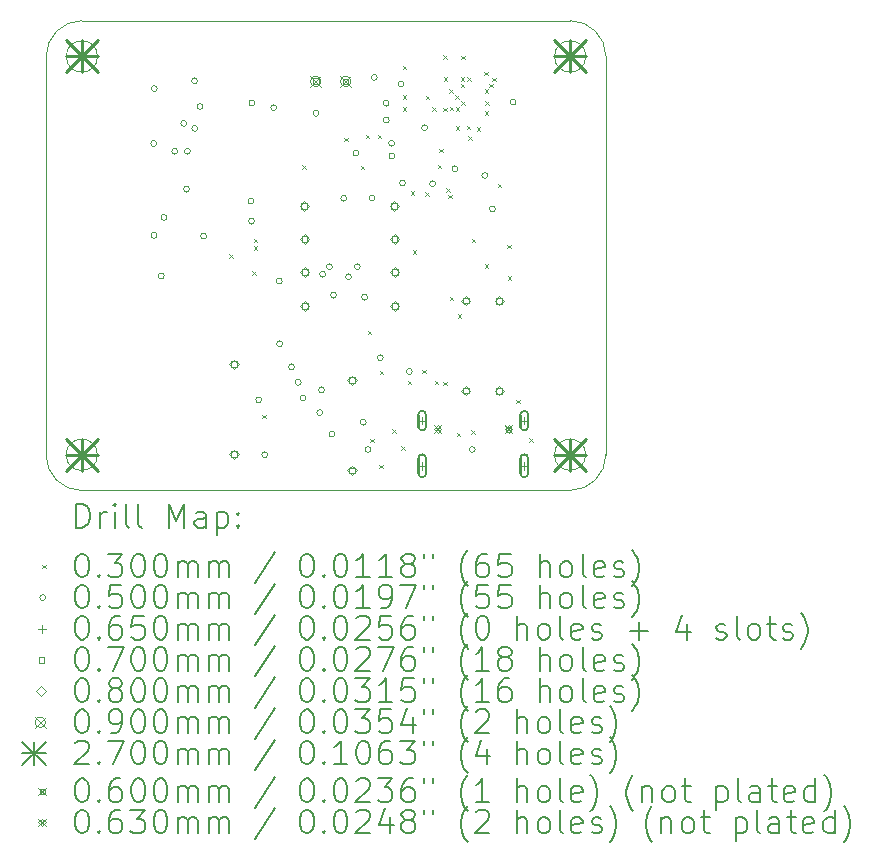
<source format=gbr>
%TF.GenerationSoftware,KiCad,Pcbnew,7.0.5*%
%TF.CreationDate,2023-07-26T15:19:49-04:00*%
%TF.ProjectId,GPSPCB,47505350-4342-42e6-9b69-6361645f7063,00*%
%TF.SameCoordinates,Original*%
%TF.FileFunction,Drillmap*%
%TF.FilePolarity,Positive*%
%FSLAX45Y45*%
G04 Gerber Fmt 4.5, Leading zero omitted, Abs format (unit mm)*
G04 Created by KiCad (PCBNEW 7.0.5) date 2023-07-26 15:19:49*
%MOMM*%
%LPD*%
G01*
G04 APERTURE LIST*
%ADD10C,0.050000*%
%ADD11C,0.200000*%
%ADD12C,0.030000*%
%ADD13C,0.065000*%
%ADD14C,0.070000*%
%ADD15C,0.080000*%
%ADD16C,0.090000*%
%ADD17C,0.270000*%
%ADD18C,0.060000*%
%ADD19C,0.063000*%
G04 APERTURE END LIST*
D10*
X6553000Y-7496000D02*
X6553000Y-7625000D01*
X6615000Y-7496000D02*
X6615000Y-7625000D01*
X6553000Y-7128000D02*
X6553000Y-7227000D01*
X6615000Y-7227000D02*
X6615000Y-7128000D01*
X7479000Y-7128000D02*
X7479000Y-7227000D01*
X7417000Y-7128000D02*
X7417000Y-7227000D01*
X7417000Y-7495000D02*
X7417000Y-7625000D01*
X7479000Y-7495000D02*
X7479000Y-7625000D01*
X7417000Y-7625000D02*
G75*
G03*
X7479000Y-7625000I31000J0D01*
G01*
X7479000Y-7495000D02*
G75*
G03*
X7417000Y-7495000I-31000J0D01*
G01*
X7417000Y-7227000D02*
G75*
G03*
X7479000Y-7227000I31000J0D01*
G01*
X7479000Y-7128000D02*
G75*
G03*
X7417000Y-7128000I-31000J0D01*
G01*
X6553000Y-7625000D02*
G75*
G03*
X6615000Y-7625000I31000J0D01*
G01*
X6615000Y-7496000D02*
G75*
G03*
X6553000Y-7496000I-31000J0D01*
G01*
X6553000Y-7227000D02*
G75*
G03*
X6615000Y-7227000I31000J0D01*
G01*
X6615000Y-7128000D02*
G75*
G03*
X6553000Y-7128000I-31000J0D01*
G01*
X3835000Y-4094000D02*
G75*
G03*
X3835000Y-4094000I-132307J0D01*
G01*
X3834000Y-7467000D02*
G75*
G03*
X3834000Y-7467000I-132307J0D01*
G01*
X7968000Y-7466000D02*
G75*
G03*
X7968000Y-7466000I-132307J0D01*
G01*
X7969306Y-4094000D02*
G75*
G03*
X7969306Y-4094000I-132307J0D01*
G01*
X8140000Y-4094000D02*
X8139000Y-7466000D01*
X3398000Y-7466000D02*
X3400000Y-4094000D01*
X7836000Y-7769000D02*
X3701000Y-7769000D01*
X3398000Y-7466000D02*
G75*
G03*
X3701000Y-7769000I303000J0D01*
G01*
X7836000Y-7769000D02*
G75*
G03*
X8139000Y-7466000I0J303000D01*
G01*
X3703000Y-3791000D02*
X7837000Y-3791000D01*
X8140000Y-4094000D02*
G75*
G03*
X7837000Y-3791000I-303000J0D01*
G01*
X3703000Y-3791000D02*
G75*
G03*
X3400000Y-4094000I0J-303000D01*
G01*
D11*
D12*
X4949000Y-5768000D02*
X4979000Y-5798000D01*
X4979000Y-5768000D02*
X4949000Y-5798000D01*
X5145000Y-5911000D02*
X5175000Y-5941000D01*
X5175000Y-5911000D02*
X5145000Y-5941000D01*
X5157000Y-5636000D02*
X5187000Y-5666000D01*
X5187000Y-5636000D02*
X5157000Y-5666000D01*
X5158000Y-5703000D02*
X5188000Y-5733000D01*
X5188000Y-5703000D02*
X5158000Y-5733000D01*
X5228000Y-7128000D02*
X5258000Y-7158000D01*
X5258000Y-7128000D02*
X5228000Y-7158000D01*
X5567000Y-5014000D02*
X5597000Y-5044000D01*
X5597000Y-5014000D02*
X5567000Y-5044000D01*
X5922168Y-4784250D02*
X5952168Y-4814250D01*
X5952168Y-4784250D02*
X5922168Y-4814250D01*
X6064000Y-5019000D02*
X6094000Y-5049000D01*
X6094000Y-5019000D02*
X6064000Y-5049000D01*
X6105000Y-4758000D02*
X6135000Y-4788000D01*
X6135000Y-4758000D02*
X6105000Y-4788000D01*
X6124000Y-6416000D02*
X6154000Y-6446000D01*
X6154000Y-6416000D02*
X6124000Y-6446000D01*
X6143500Y-7329500D02*
X6173500Y-7359500D01*
X6173500Y-7329500D02*
X6143500Y-7359500D01*
X6207000Y-4758000D02*
X6237000Y-4788000D01*
X6237000Y-4758000D02*
X6207000Y-4788000D01*
X6222500Y-7549500D02*
X6252500Y-7579500D01*
X6252500Y-7549500D02*
X6222500Y-7579500D01*
X6226000Y-6753500D02*
X6256000Y-6783500D01*
X6256000Y-6753500D02*
X6226000Y-6783500D01*
X6332500Y-7249500D02*
X6362500Y-7279500D01*
X6362500Y-7249500D02*
X6332500Y-7279500D01*
X6404500Y-7396500D02*
X6434500Y-7426500D01*
X6434500Y-7396500D02*
X6404500Y-7426500D01*
X6418000Y-4173000D02*
X6448000Y-4203000D01*
X6448000Y-4173000D02*
X6418000Y-4203000D01*
X6418000Y-4424000D02*
X6448000Y-4454000D01*
X6448000Y-4424000D02*
X6418000Y-4454000D01*
X6418000Y-4524000D02*
X6448000Y-4554000D01*
X6448000Y-4524000D02*
X6418000Y-4554000D01*
X6461500Y-6838500D02*
X6491500Y-6868500D01*
X6491500Y-6838500D02*
X6461500Y-6868500D01*
X6489000Y-5234000D02*
X6519000Y-5264000D01*
X6519000Y-5234000D02*
X6489000Y-5264000D01*
X6504000Y-5737000D02*
X6534000Y-5767000D01*
X6534000Y-5737000D02*
X6504000Y-5767000D01*
X6586500Y-6746500D02*
X6616500Y-6776500D01*
X6616500Y-6746500D02*
X6586500Y-6776500D01*
X6610000Y-5243000D02*
X6640000Y-5273000D01*
X6640000Y-5243000D02*
X6610000Y-5273000D01*
X6614000Y-4425000D02*
X6644000Y-4455000D01*
X6644000Y-4425000D02*
X6614000Y-4455000D01*
X6667000Y-4526000D02*
X6697000Y-4556000D01*
X6697000Y-4526000D02*
X6667000Y-4556000D01*
X6691000Y-6841000D02*
X6721000Y-6871000D01*
X6721000Y-6841000D02*
X6691000Y-6871000D01*
X6714000Y-5012000D02*
X6744000Y-5042000D01*
X6744000Y-5012000D02*
X6714000Y-5042000D01*
X6728000Y-4877000D02*
X6758000Y-4907000D01*
X6758000Y-4877000D02*
X6728000Y-4907000D01*
X6761000Y-4527000D02*
X6791000Y-4557000D01*
X6791000Y-4527000D02*
X6761000Y-4557000D01*
X6762000Y-6848000D02*
X6792000Y-6878000D01*
X6792000Y-6848000D02*
X6762000Y-6878000D01*
X6764000Y-4083000D02*
X6794000Y-4113000D01*
X6794000Y-4083000D02*
X6764000Y-4113000D01*
X6766000Y-4272000D02*
X6796000Y-4302000D01*
X6796000Y-4272000D02*
X6766000Y-4302000D01*
X6786000Y-5212000D02*
X6816000Y-5242000D01*
X6816000Y-5212000D02*
X6786000Y-5242000D01*
X6806000Y-5266000D02*
X6836000Y-5296000D01*
X6836000Y-5266000D02*
X6806000Y-5296000D01*
X6814000Y-4374000D02*
X6844000Y-4404000D01*
X6844000Y-4374000D02*
X6814000Y-4404000D01*
X6817000Y-4521000D02*
X6847000Y-4551000D01*
X6847000Y-4521000D02*
X6817000Y-4551000D01*
X6819000Y-6128000D02*
X6849000Y-6158000D01*
X6849000Y-6128000D02*
X6819000Y-6158000D01*
X6863000Y-4424000D02*
X6893000Y-4454000D01*
X6893000Y-4424000D02*
X6863000Y-4454000D01*
X6867000Y-4522000D02*
X6897000Y-4552000D01*
X6897000Y-4522000D02*
X6867000Y-4552000D01*
X6870000Y-4684000D02*
X6900000Y-4714000D01*
X6900000Y-4684000D02*
X6870000Y-4714000D01*
X6875000Y-7280000D02*
X6905000Y-7310000D01*
X6905000Y-7280000D02*
X6875000Y-7310000D01*
X6885000Y-6277000D02*
X6915000Y-6307000D01*
X6915000Y-6277000D02*
X6885000Y-6307000D01*
X6911000Y-4271000D02*
X6941000Y-4301000D01*
X6941000Y-4271000D02*
X6911000Y-4301000D01*
X6912000Y-4327000D02*
X6942000Y-4357000D01*
X6942000Y-4327000D02*
X6912000Y-4357000D01*
X6914000Y-4089000D02*
X6944000Y-4119000D01*
X6944000Y-4089000D02*
X6914000Y-4119000D01*
X6914000Y-4474000D02*
X6944000Y-4504000D01*
X6944000Y-4474000D02*
X6914000Y-4504000D01*
X6963000Y-4682000D02*
X6993000Y-4712000D01*
X6993000Y-4682000D02*
X6963000Y-4712000D01*
X6967000Y-4272000D02*
X6997000Y-4302000D01*
X6997000Y-4272000D02*
X6967000Y-4302000D01*
X6975000Y-4768000D02*
X7005000Y-4798000D01*
X7005000Y-4768000D02*
X6975000Y-4798000D01*
X6998000Y-7261000D02*
X7028000Y-7291000D01*
X7028000Y-7261000D02*
X6998000Y-7291000D01*
X7005000Y-5639000D02*
X7035000Y-5669000D01*
X7035000Y-5639000D02*
X7005000Y-5669000D01*
X7044000Y-4692000D02*
X7074000Y-4722000D01*
X7074000Y-4692000D02*
X7044000Y-4722000D01*
X7110000Y-4224000D02*
X7140000Y-4254000D01*
X7140000Y-4224000D02*
X7110000Y-4254000D01*
X7112000Y-4374000D02*
X7142000Y-4404000D01*
X7142000Y-4374000D02*
X7112000Y-4404000D01*
X7114000Y-4559000D02*
X7144000Y-4589000D01*
X7144000Y-4559000D02*
X7114000Y-4589000D01*
X7114000Y-5852000D02*
X7144000Y-5882000D01*
X7144000Y-5852000D02*
X7114000Y-5882000D01*
X7116000Y-4474000D02*
X7146000Y-4504000D01*
X7146000Y-4474000D02*
X7116000Y-4504000D01*
X7153000Y-4325000D02*
X7183000Y-4355000D01*
X7183000Y-4325000D02*
X7153000Y-4355000D01*
X7179000Y-4273000D02*
X7209000Y-4303000D01*
X7209000Y-4273000D02*
X7179000Y-4303000D01*
X7224000Y-5171000D02*
X7254000Y-5201000D01*
X7254000Y-5171000D02*
X7224000Y-5201000D01*
X7305000Y-5688000D02*
X7335000Y-5718000D01*
X7335000Y-5688000D02*
X7305000Y-5718000D01*
X7307000Y-5954000D02*
X7337000Y-5984000D01*
X7337000Y-5954000D02*
X7307000Y-5984000D01*
X7382000Y-7002000D02*
X7412000Y-7032000D01*
X7412000Y-7002000D02*
X7382000Y-7032000D01*
X7491000Y-7326000D02*
X7521000Y-7356000D01*
X7521000Y-7326000D02*
X7491000Y-7356000D01*
D10*
X4335000Y-4831000D02*
G75*
G03*
X4335000Y-4831000I-25000J0D01*
G01*
X4339000Y-5609000D02*
G75*
G03*
X4339000Y-5609000I-25000J0D01*
G01*
X4340000Y-4366000D02*
G75*
G03*
X4340000Y-4366000I-25000J0D01*
G01*
X4400000Y-5952000D02*
G75*
G03*
X4400000Y-5952000I-25000J0D01*
G01*
X4423000Y-5457000D02*
G75*
G03*
X4423000Y-5457000I-25000J0D01*
G01*
X4514000Y-4896000D02*
G75*
G03*
X4514000Y-4896000I-25000J0D01*
G01*
X4591000Y-4661000D02*
G75*
G03*
X4591000Y-4661000I-25000J0D01*
G01*
X4614000Y-5218000D02*
G75*
G03*
X4614000Y-5218000I-25000J0D01*
G01*
X4622000Y-4898000D02*
G75*
G03*
X4622000Y-4898000I-25000J0D01*
G01*
X4682000Y-4300000D02*
G75*
G03*
X4682000Y-4300000I-25000J0D01*
G01*
X4684000Y-4703000D02*
G75*
G03*
X4684000Y-4703000I-25000J0D01*
G01*
X4728000Y-4518000D02*
G75*
G03*
X4728000Y-4518000I-25000J0D01*
G01*
X4759000Y-5615000D02*
G75*
G03*
X4759000Y-5615000I-25000J0D01*
G01*
X5159000Y-5319000D02*
G75*
G03*
X5159000Y-5319000I-25000J0D01*
G01*
X5164000Y-5489000D02*
G75*
G03*
X5164000Y-5489000I-25000J0D01*
G01*
X5167000Y-4489000D02*
G75*
G03*
X5167000Y-4489000I-25000J0D01*
G01*
X5225000Y-7002000D02*
G75*
G03*
X5225000Y-7002000I-25000J0D01*
G01*
X5276000Y-7466000D02*
G75*
G03*
X5276000Y-7466000I-25000J0D01*
G01*
X5352000Y-4528000D02*
G75*
G03*
X5352000Y-4528000I-25000J0D01*
G01*
X5399000Y-5996000D02*
G75*
G03*
X5399000Y-5996000I-25000J0D01*
G01*
X5402000Y-6527000D02*
G75*
G03*
X5402000Y-6527000I-25000J0D01*
G01*
X5502000Y-6722000D02*
G75*
G03*
X5502000Y-6722000I-25000J0D01*
G01*
X5559000Y-6853000D02*
G75*
G03*
X5559000Y-6853000I-25000J0D01*
G01*
X5600000Y-6986000D02*
G75*
G03*
X5600000Y-6986000I-25000J0D01*
G01*
X5710000Y-4575000D02*
G75*
G03*
X5710000Y-4575000I-25000J0D01*
G01*
X5742000Y-7110000D02*
G75*
G03*
X5742000Y-7110000I-25000J0D01*
G01*
X5757000Y-6917000D02*
G75*
G03*
X5757000Y-6917000I-25000J0D01*
G01*
X5766000Y-5938000D02*
G75*
G03*
X5766000Y-5938000I-25000J0D01*
G01*
X5824000Y-5874000D02*
G75*
G03*
X5824000Y-5874000I-25000J0D01*
G01*
X5844250Y-7292250D02*
G75*
G03*
X5844250Y-7292250I-25000J0D01*
G01*
X5859000Y-6115000D02*
G75*
G03*
X5859000Y-6115000I-25000J0D01*
G01*
X5945000Y-5294000D02*
G75*
G03*
X5945000Y-5294000I-25000J0D01*
G01*
X5985000Y-5959000D02*
G75*
G03*
X5985000Y-5959000I-25000J0D01*
G01*
X6048000Y-4913000D02*
G75*
G03*
X6048000Y-4913000I-25000J0D01*
G01*
X6060000Y-5874000D02*
G75*
G03*
X6060000Y-5874000I-25000J0D01*
G01*
X6109500Y-7191500D02*
G75*
G03*
X6109500Y-7191500I-25000J0D01*
G01*
X6122000Y-6132000D02*
G75*
G03*
X6122000Y-6132000I-25000J0D01*
G01*
X6150000Y-7422000D02*
G75*
G03*
X6150000Y-7422000I-25000J0D01*
G01*
X6185000Y-5292000D02*
G75*
G03*
X6185000Y-5292000I-25000J0D01*
G01*
X6204000Y-4272000D02*
G75*
G03*
X6204000Y-4272000I-25000J0D01*
G01*
X6255000Y-6645000D02*
G75*
G03*
X6255000Y-6645000I-25000J0D01*
G01*
X6304000Y-4490000D02*
G75*
G03*
X6304000Y-4490000I-25000J0D01*
G01*
X6305000Y-4633000D02*
G75*
G03*
X6305000Y-4633000I-25000J0D01*
G01*
X6350000Y-4830000D02*
G75*
G03*
X6350000Y-4830000I-25000J0D01*
G01*
X6352000Y-4937000D02*
G75*
G03*
X6352000Y-4937000I-25000J0D01*
G01*
X6430000Y-4327000D02*
G75*
G03*
X6430000Y-4327000I-25000J0D01*
G01*
X6443000Y-5166000D02*
G75*
G03*
X6443000Y-5166000I-25000J0D01*
G01*
X6500500Y-6761500D02*
G75*
G03*
X6500500Y-6761500I-25000J0D01*
G01*
X6629000Y-4697000D02*
G75*
G03*
X6629000Y-4697000I-25000J0D01*
G01*
X6697000Y-5171000D02*
G75*
G03*
X6697000Y-5171000I-25000J0D01*
G01*
X6886000Y-5045000D02*
G75*
G03*
X6886000Y-5045000I-25000J0D01*
G01*
X7032000Y-7422000D02*
G75*
G03*
X7032000Y-7422000I-25000J0D01*
G01*
X7140000Y-5102000D02*
G75*
G03*
X7140000Y-5102000I-25000J0D01*
G01*
X7203000Y-5385000D02*
G75*
G03*
X7203000Y-5385000I-25000J0D01*
G01*
X7379000Y-4480000D02*
G75*
G03*
X7379000Y-4480000I-25000J0D01*
G01*
D13*
X6584000Y-7145000D02*
X6584000Y-7210000D01*
X6551500Y-7177500D02*
X6616500Y-7177500D01*
D11*
X6551500Y-7127500D02*
X6551500Y-7227500D01*
X6551500Y-7227500D02*
G75*
G03*
X6616500Y-7227500I32500J0D01*
G01*
X6616500Y-7227500D02*
X6616500Y-7127500D01*
X6616500Y-7127500D02*
G75*
G03*
X6551500Y-7127500I-32500J0D01*
G01*
D13*
X6584000Y-7527500D02*
X6584000Y-7592500D01*
X6551500Y-7560000D02*
X6616500Y-7560000D01*
D11*
X6551500Y-7495000D02*
X6551500Y-7625000D01*
X6551500Y-7625000D02*
G75*
G03*
X6616500Y-7625000I32500J0D01*
G01*
X6616500Y-7625000D02*
X6616500Y-7495000D01*
X6616500Y-7495000D02*
G75*
G03*
X6551500Y-7495000I-32500J0D01*
G01*
D13*
X7448000Y-7145000D02*
X7448000Y-7210000D01*
X7415500Y-7177500D02*
X7480500Y-7177500D01*
D11*
X7415500Y-7127500D02*
X7415500Y-7227500D01*
X7415500Y-7227500D02*
G75*
G03*
X7480500Y-7227500I32500J0D01*
G01*
X7480500Y-7227500D02*
X7480500Y-7127500D01*
X7480500Y-7127500D02*
G75*
G03*
X7415500Y-7127500I-32500J0D01*
G01*
D13*
X7448000Y-7527500D02*
X7448000Y-7592500D01*
X7415500Y-7560000D02*
X7480500Y-7560000D01*
D11*
X7415500Y-7495000D02*
X7415500Y-7625000D01*
X7415500Y-7625000D02*
G75*
G03*
X7480500Y-7625000I32500J0D01*
G01*
X7480500Y-7625000D02*
X7480500Y-7495000D01*
X7480500Y-7495000D02*
G75*
G03*
X7415500Y-7495000I-32500J0D01*
G01*
D14*
X5015749Y-6725749D02*
X5015749Y-6676251D01*
X4966251Y-6676251D01*
X4966251Y-6725749D01*
X5015749Y-6725749D01*
X5015749Y-7487749D02*
X5015749Y-7438251D01*
X4966251Y-7438251D01*
X4966251Y-7487749D01*
X5015749Y-7487749D01*
X5611749Y-5383749D02*
X5611749Y-5334251D01*
X5562251Y-5334251D01*
X5562251Y-5383749D01*
X5611749Y-5383749D01*
X5612749Y-5665749D02*
X5612749Y-5616251D01*
X5563251Y-5616251D01*
X5563251Y-5665749D01*
X5612749Y-5665749D01*
X5613749Y-5944749D02*
X5613749Y-5895251D01*
X5564251Y-5895251D01*
X5564251Y-5944749D01*
X5613749Y-5944749D01*
X5613749Y-6232749D02*
X5613749Y-6183251D01*
X5564251Y-6183251D01*
X5564251Y-6232749D01*
X5613749Y-6232749D01*
X5706749Y-4329749D02*
X5706749Y-4280251D01*
X5657251Y-4280251D01*
X5657251Y-4329749D01*
X5706749Y-4329749D01*
X5959749Y-4330749D02*
X5959749Y-4281251D01*
X5910251Y-4281251D01*
X5910251Y-4330749D01*
X5959749Y-4330749D01*
X6014749Y-6861749D02*
X6014749Y-6812251D01*
X5965251Y-6812251D01*
X5965251Y-6861749D01*
X6014749Y-6861749D01*
X6015749Y-7624749D02*
X6015749Y-7575251D01*
X5966251Y-7575251D01*
X5966251Y-7624749D01*
X6015749Y-7624749D01*
X6373749Y-5383749D02*
X6373749Y-5334251D01*
X6324251Y-5334251D01*
X6324251Y-5383749D01*
X6373749Y-5383749D01*
X6374749Y-5665749D02*
X6374749Y-5616251D01*
X6325251Y-5616251D01*
X6325251Y-5665749D01*
X6374749Y-5665749D01*
X6375749Y-5943749D02*
X6375749Y-5894251D01*
X6326251Y-5894251D01*
X6326251Y-5943749D01*
X6375749Y-5943749D01*
X6375749Y-6231749D02*
X6375749Y-6182251D01*
X6326251Y-6182251D01*
X6326251Y-6231749D01*
X6375749Y-6231749D01*
X6977749Y-6184749D02*
X6977749Y-6135251D01*
X6928251Y-6135251D01*
X6928251Y-6184749D01*
X6977749Y-6184749D01*
X6977749Y-6947749D02*
X6977749Y-6898251D01*
X6928251Y-6898251D01*
X6928251Y-6947749D01*
X6977749Y-6947749D01*
X7261749Y-6948749D02*
X7261749Y-6899251D01*
X7212251Y-6899251D01*
X7212251Y-6948749D01*
X7261749Y-6948749D01*
X7262749Y-6186749D02*
X7262749Y-6137251D01*
X7213251Y-6137251D01*
X7213251Y-6186749D01*
X7262749Y-6186749D01*
D15*
X4991000Y-6741000D02*
X5031000Y-6701000D01*
X4991000Y-6661000D01*
X4951000Y-6701000D01*
X4991000Y-6741000D01*
X4991000Y-7503000D02*
X5031000Y-7463000D01*
X4991000Y-7423000D01*
X4951000Y-7463000D01*
X4991000Y-7503000D01*
X5587000Y-5399000D02*
X5627000Y-5359000D01*
X5587000Y-5319000D01*
X5547000Y-5359000D01*
X5587000Y-5399000D01*
X5588000Y-5681000D02*
X5628000Y-5641000D01*
X5588000Y-5601000D01*
X5548000Y-5641000D01*
X5588000Y-5681000D01*
X5589000Y-5960000D02*
X5629000Y-5920000D01*
X5589000Y-5880000D01*
X5549000Y-5920000D01*
X5589000Y-5960000D01*
X5589000Y-6248000D02*
X5629000Y-6208000D01*
X5589000Y-6168000D01*
X5549000Y-6208000D01*
X5589000Y-6248000D01*
X5990750Y-6877500D02*
X6030750Y-6837500D01*
X5990750Y-6797500D01*
X5950750Y-6837500D01*
X5990750Y-6877500D01*
X5990750Y-7639500D02*
X6030750Y-7599500D01*
X5990750Y-7559500D01*
X5950750Y-7599500D01*
X5990750Y-7639500D01*
X6349000Y-5399000D02*
X6389000Y-5359000D01*
X6349000Y-5319000D01*
X6309000Y-5359000D01*
X6349000Y-5399000D01*
X6350000Y-5681000D02*
X6390000Y-5641000D01*
X6350000Y-5601000D01*
X6310000Y-5641000D01*
X6350000Y-5681000D01*
X6351000Y-5960000D02*
X6391000Y-5920000D01*
X6351000Y-5880000D01*
X6311000Y-5920000D01*
X6351000Y-5960000D01*
X6351000Y-6248000D02*
X6391000Y-6208000D01*
X6351000Y-6168000D01*
X6311000Y-6208000D01*
X6351000Y-6248000D01*
X6953000Y-6201000D02*
X6993000Y-6161000D01*
X6953000Y-6121000D01*
X6913000Y-6161000D01*
X6953000Y-6201000D01*
X6953000Y-6963000D02*
X6993000Y-6923000D01*
X6953000Y-6883000D01*
X6913000Y-6923000D01*
X6953000Y-6963000D01*
X7237431Y-6202000D02*
X7277431Y-6162000D01*
X7237431Y-6122000D01*
X7197431Y-6162000D01*
X7237431Y-6202000D01*
X7237431Y-6964000D02*
X7277431Y-6924000D01*
X7237431Y-6884000D01*
X7197431Y-6924000D01*
X7237431Y-6964000D01*
D16*
X5636750Y-4260250D02*
X5726750Y-4350250D01*
X5726750Y-4260250D02*
X5636750Y-4350250D01*
X5726750Y-4305250D02*
G75*
G03*
X5726750Y-4305250I-45000J0D01*
G01*
X5890750Y-4260250D02*
X5980750Y-4350250D01*
X5980750Y-4260250D02*
X5890750Y-4350250D01*
X5980750Y-4305250D02*
G75*
G03*
X5980750Y-4305250I-45000J0D01*
G01*
D17*
X3566000Y-7331000D02*
X3836000Y-7601000D01*
X3836000Y-7331000D02*
X3566000Y-7601000D01*
X3701000Y-7331000D02*
X3701000Y-7601000D01*
X3566000Y-7466000D02*
X3836000Y-7466000D01*
X3568000Y-3959000D02*
X3838000Y-4229000D01*
X3838000Y-3959000D02*
X3568000Y-4229000D01*
X3703000Y-3959000D02*
X3703000Y-4229000D01*
X3568000Y-4094000D02*
X3838000Y-4094000D01*
X7701000Y-7331000D02*
X7971000Y-7601000D01*
X7971000Y-7331000D02*
X7701000Y-7601000D01*
X7836000Y-7331000D02*
X7836000Y-7601000D01*
X7701000Y-7466000D02*
X7971000Y-7466000D01*
X7702000Y-3959000D02*
X7972000Y-4229000D01*
X7972000Y-3959000D02*
X7702000Y-4229000D01*
X7837000Y-3959000D02*
X7837000Y-4229000D01*
X7702000Y-4094000D02*
X7972000Y-4094000D01*
D18*
X7286000Y-7220000D02*
X7346000Y-7280000D01*
X7346000Y-7220000D02*
X7286000Y-7280000D01*
X7337213Y-7271213D02*
X7337213Y-7228787D01*
X7294787Y-7228787D01*
X7294787Y-7271213D01*
X7337213Y-7271213D01*
D19*
X6684500Y-7218500D02*
X6747500Y-7281500D01*
X6747500Y-7218500D02*
X6684500Y-7281500D01*
X6716000Y-7281500D02*
X6747500Y-7250000D01*
X6716000Y-7218500D01*
X6684500Y-7250000D01*
X6716000Y-7281500D01*
X7284500Y-7218500D02*
X7347500Y-7281500D01*
X7347500Y-7218500D02*
X7284500Y-7281500D01*
X7316000Y-7281500D02*
X7347500Y-7250000D01*
X7316000Y-7218500D01*
X7284500Y-7250000D01*
X7316000Y-7281500D01*
D11*
X3656277Y-8082984D02*
X3656277Y-7882984D01*
X3656277Y-7882984D02*
X3703896Y-7882984D01*
X3703896Y-7882984D02*
X3732467Y-7892508D01*
X3732467Y-7892508D02*
X3751515Y-7911555D01*
X3751515Y-7911555D02*
X3761039Y-7930603D01*
X3761039Y-7930603D02*
X3770562Y-7968698D01*
X3770562Y-7968698D02*
X3770562Y-7997269D01*
X3770562Y-7997269D02*
X3761039Y-8035365D01*
X3761039Y-8035365D02*
X3751515Y-8054412D01*
X3751515Y-8054412D02*
X3732467Y-8073460D01*
X3732467Y-8073460D02*
X3703896Y-8082984D01*
X3703896Y-8082984D02*
X3656277Y-8082984D01*
X3856277Y-8082984D02*
X3856277Y-7949650D01*
X3856277Y-7987746D02*
X3865801Y-7968698D01*
X3865801Y-7968698D02*
X3875324Y-7959174D01*
X3875324Y-7959174D02*
X3894372Y-7949650D01*
X3894372Y-7949650D02*
X3913420Y-7949650D01*
X3980086Y-8082984D02*
X3980086Y-7949650D01*
X3980086Y-7882984D02*
X3970562Y-7892508D01*
X3970562Y-7892508D02*
X3980086Y-7902031D01*
X3980086Y-7902031D02*
X3989610Y-7892508D01*
X3989610Y-7892508D02*
X3980086Y-7882984D01*
X3980086Y-7882984D02*
X3980086Y-7902031D01*
X4103896Y-8082984D02*
X4084848Y-8073460D01*
X4084848Y-8073460D02*
X4075324Y-8054412D01*
X4075324Y-8054412D02*
X4075324Y-7882984D01*
X4208658Y-8082984D02*
X4189610Y-8073460D01*
X4189610Y-8073460D02*
X4180086Y-8054412D01*
X4180086Y-8054412D02*
X4180086Y-7882984D01*
X4437229Y-8082984D02*
X4437229Y-7882984D01*
X4437229Y-7882984D02*
X4503896Y-8025841D01*
X4503896Y-8025841D02*
X4570563Y-7882984D01*
X4570563Y-7882984D02*
X4570563Y-8082984D01*
X4751515Y-8082984D02*
X4751515Y-7978222D01*
X4751515Y-7978222D02*
X4741991Y-7959174D01*
X4741991Y-7959174D02*
X4722944Y-7949650D01*
X4722944Y-7949650D02*
X4684848Y-7949650D01*
X4684848Y-7949650D02*
X4665801Y-7959174D01*
X4751515Y-8073460D02*
X4732467Y-8082984D01*
X4732467Y-8082984D02*
X4684848Y-8082984D01*
X4684848Y-8082984D02*
X4665801Y-8073460D01*
X4665801Y-8073460D02*
X4656277Y-8054412D01*
X4656277Y-8054412D02*
X4656277Y-8035365D01*
X4656277Y-8035365D02*
X4665801Y-8016317D01*
X4665801Y-8016317D02*
X4684848Y-8006793D01*
X4684848Y-8006793D02*
X4732467Y-8006793D01*
X4732467Y-8006793D02*
X4751515Y-7997269D01*
X4846753Y-7949650D02*
X4846753Y-8149650D01*
X4846753Y-7959174D02*
X4865801Y-7949650D01*
X4865801Y-7949650D02*
X4903896Y-7949650D01*
X4903896Y-7949650D02*
X4922944Y-7959174D01*
X4922944Y-7959174D02*
X4932467Y-7968698D01*
X4932467Y-7968698D02*
X4941991Y-7987746D01*
X4941991Y-7987746D02*
X4941991Y-8044888D01*
X4941991Y-8044888D02*
X4932467Y-8063936D01*
X4932467Y-8063936D02*
X4922944Y-8073460D01*
X4922944Y-8073460D02*
X4903896Y-8082984D01*
X4903896Y-8082984D02*
X4865801Y-8082984D01*
X4865801Y-8082984D02*
X4846753Y-8073460D01*
X5027705Y-8063936D02*
X5037229Y-8073460D01*
X5037229Y-8073460D02*
X5027705Y-8082984D01*
X5027705Y-8082984D02*
X5018182Y-8073460D01*
X5018182Y-8073460D02*
X5027705Y-8063936D01*
X5027705Y-8063936D02*
X5027705Y-8082984D01*
X5027705Y-7959174D02*
X5037229Y-7968698D01*
X5037229Y-7968698D02*
X5027705Y-7978222D01*
X5027705Y-7978222D02*
X5018182Y-7968698D01*
X5018182Y-7968698D02*
X5027705Y-7959174D01*
X5027705Y-7959174D02*
X5027705Y-7978222D01*
D12*
X3365500Y-8396500D02*
X3395500Y-8426500D01*
X3395500Y-8396500D02*
X3365500Y-8426500D01*
D11*
X3694372Y-8302984D02*
X3713420Y-8302984D01*
X3713420Y-8302984D02*
X3732467Y-8312508D01*
X3732467Y-8312508D02*
X3741991Y-8322031D01*
X3741991Y-8322031D02*
X3751515Y-8341079D01*
X3751515Y-8341079D02*
X3761039Y-8379174D01*
X3761039Y-8379174D02*
X3761039Y-8426793D01*
X3761039Y-8426793D02*
X3751515Y-8464889D01*
X3751515Y-8464889D02*
X3741991Y-8483936D01*
X3741991Y-8483936D02*
X3732467Y-8493460D01*
X3732467Y-8493460D02*
X3713420Y-8502984D01*
X3713420Y-8502984D02*
X3694372Y-8502984D01*
X3694372Y-8502984D02*
X3675324Y-8493460D01*
X3675324Y-8493460D02*
X3665801Y-8483936D01*
X3665801Y-8483936D02*
X3656277Y-8464889D01*
X3656277Y-8464889D02*
X3646753Y-8426793D01*
X3646753Y-8426793D02*
X3646753Y-8379174D01*
X3646753Y-8379174D02*
X3656277Y-8341079D01*
X3656277Y-8341079D02*
X3665801Y-8322031D01*
X3665801Y-8322031D02*
X3675324Y-8312508D01*
X3675324Y-8312508D02*
X3694372Y-8302984D01*
X3846753Y-8483936D02*
X3856277Y-8493460D01*
X3856277Y-8493460D02*
X3846753Y-8502984D01*
X3846753Y-8502984D02*
X3837229Y-8493460D01*
X3837229Y-8493460D02*
X3846753Y-8483936D01*
X3846753Y-8483936D02*
X3846753Y-8502984D01*
X3922943Y-8302984D02*
X4046753Y-8302984D01*
X4046753Y-8302984D02*
X3980086Y-8379174D01*
X3980086Y-8379174D02*
X4008658Y-8379174D01*
X4008658Y-8379174D02*
X4027705Y-8388698D01*
X4027705Y-8388698D02*
X4037229Y-8398222D01*
X4037229Y-8398222D02*
X4046753Y-8417270D01*
X4046753Y-8417270D02*
X4046753Y-8464889D01*
X4046753Y-8464889D02*
X4037229Y-8483936D01*
X4037229Y-8483936D02*
X4027705Y-8493460D01*
X4027705Y-8493460D02*
X4008658Y-8502984D01*
X4008658Y-8502984D02*
X3951515Y-8502984D01*
X3951515Y-8502984D02*
X3932467Y-8493460D01*
X3932467Y-8493460D02*
X3922943Y-8483936D01*
X4170562Y-8302984D02*
X4189610Y-8302984D01*
X4189610Y-8302984D02*
X4208658Y-8312508D01*
X4208658Y-8312508D02*
X4218182Y-8322031D01*
X4218182Y-8322031D02*
X4227705Y-8341079D01*
X4227705Y-8341079D02*
X4237229Y-8379174D01*
X4237229Y-8379174D02*
X4237229Y-8426793D01*
X4237229Y-8426793D02*
X4227705Y-8464889D01*
X4227705Y-8464889D02*
X4218182Y-8483936D01*
X4218182Y-8483936D02*
X4208658Y-8493460D01*
X4208658Y-8493460D02*
X4189610Y-8502984D01*
X4189610Y-8502984D02*
X4170562Y-8502984D01*
X4170562Y-8502984D02*
X4151515Y-8493460D01*
X4151515Y-8493460D02*
X4141991Y-8483936D01*
X4141991Y-8483936D02*
X4132467Y-8464889D01*
X4132467Y-8464889D02*
X4122943Y-8426793D01*
X4122943Y-8426793D02*
X4122943Y-8379174D01*
X4122943Y-8379174D02*
X4132467Y-8341079D01*
X4132467Y-8341079D02*
X4141991Y-8322031D01*
X4141991Y-8322031D02*
X4151515Y-8312508D01*
X4151515Y-8312508D02*
X4170562Y-8302984D01*
X4361039Y-8302984D02*
X4380086Y-8302984D01*
X4380086Y-8302984D02*
X4399134Y-8312508D01*
X4399134Y-8312508D02*
X4408658Y-8322031D01*
X4408658Y-8322031D02*
X4418182Y-8341079D01*
X4418182Y-8341079D02*
X4427705Y-8379174D01*
X4427705Y-8379174D02*
X4427705Y-8426793D01*
X4427705Y-8426793D02*
X4418182Y-8464889D01*
X4418182Y-8464889D02*
X4408658Y-8483936D01*
X4408658Y-8483936D02*
X4399134Y-8493460D01*
X4399134Y-8493460D02*
X4380086Y-8502984D01*
X4380086Y-8502984D02*
X4361039Y-8502984D01*
X4361039Y-8502984D02*
X4341991Y-8493460D01*
X4341991Y-8493460D02*
X4332467Y-8483936D01*
X4332467Y-8483936D02*
X4322944Y-8464889D01*
X4322944Y-8464889D02*
X4313420Y-8426793D01*
X4313420Y-8426793D02*
X4313420Y-8379174D01*
X4313420Y-8379174D02*
X4322944Y-8341079D01*
X4322944Y-8341079D02*
X4332467Y-8322031D01*
X4332467Y-8322031D02*
X4341991Y-8312508D01*
X4341991Y-8312508D02*
X4361039Y-8302984D01*
X4513420Y-8502984D02*
X4513420Y-8369650D01*
X4513420Y-8388698D02*
X4522944Y-8379174D01*
X4522944Y-8379174D02*
X4541991Y-8369650D01*
X4541991Y-8369650D02*
X4570563Y-8369650D01*
X4570563Y-8369650D02*
X4589610Y-8379174D01*
X4589610Y-8379174D02*
X4599134Y-8398222D01*
X4599134Y-8398222D02*
X4599134Y-8502984D01*
X4599134Y-8398222D02*
X4608658Y-8379174D01*
X4608658Y-8379174D02*
X4627705Y-8369650D01*
X4627705Y-8369650D02*
X4656277Y-8369650D01*
X4656277Y-8369650D02*
X4675325Y-8379174D01*
X4675325Y-8379174D02*
X4684848Y-8398222D01*
X4684848Y-8398222D02*
X4684848Y-8502984D01*
X4780086Y-8502984D02*
X4780086Y-8369650D01*
X4780086Y-8388698D02*
X4789610Y-8379174D01*
X4789610Y-8379174D02*
X4808658Y-8369650D01*
X4808658Y-8369650D02*
X4837229Y-8369650D01*
X4837229Y-8369650D02*
X4856277Y-8379174D01*
X4856277Y-8379174D02*
X4865801Y-8398222D01*
X4865801Y-8398222D02*
X4865801Y-8502984D01*
X4865801Y-8398222D02*
X4875325Y-8379174D01*
X4875325Y-8379174D02*
X4894372Y-8369650D01*
X4894372Y-8369650D02*
X4922944Y-8369650D01*
X4922944Y-8369650D02*
X4941991Y-8379174D01*
X4941991Y-8379174D02*
X4951515Y-8398222D01*
X4951515Y-8398222D02*
X4951515Y-8502984D01*
X5341991Y-8293460D02*
X5170563Y-8550603D01*
X5599134Y-8302984D02*
X5618182Y-8302984D01*
X5618182Y-8302984D02*
X5637229Y-8312508D01*
X5637229Y-8312508D02*
X5646753Y-8322031D01*
X5646753Y-8322031D02*
X5656277Y-8341079D01*
X5656277Y-8341079D02*
X5665801Y-8379174D01*
X5665801Y-8379174D02*
X5665801Y-8426793D01*
X5665801Y-8426793D02*
X5656277Y-8464889D01*
X5656277Y-8464889D02*
X5646753Y-8483936D01*
X5646753Y-8483936D02*
X5637229Y-8493460D01*
X5637229Y-8493460D02*
X5618182Y-8502984D01*
X5618182Y-8502984D02*
X5599134Y-8502984D01*
X5599134Y-8502984D02*
X5580087Y-8493460D01*
X5580087Y-8493460D02*
X5570563Y-8483936D01*
X5570563Y-8483936D02*
X5561039Y-8464889D01*
X5561039Y-8464889D02*
X5551515Y-8426793D01*
X5551515Y-8426793D02*
X5551515Y-8379174D01*
X5551515Y-8379174D02*
X5561039Y-8341079D01*
X5561039Y-8341079D02*
X5570563Y-8322031D01*
X5570563Y-8322031D02*
X5580087Y-8312508D01*
X5580087Y-8312508D02*
X5599134Y-8302984D01*
X5751515Y-8483936D02*
X5761039Y-8493460D01*
X5761039Y-8493460D02*
X5751515Y-8502984D01*
X5751515Y-8502984D02*
X5741991Y-8493460D01*
X5741991Y-8493460D02*
X5751515Y-8483936D01*
X5751515Y-8483936D02*
X5751515Y-8502984D01*
X5884848Y-8302984D02*
X5903896Y-8302984D01*
X5903896Y-8302984D02*
X5922944Y-8312508D01*
X5922944Y-8312508D02*
X5932467Y-8322031D01*
X5932467Y-8322031D02*
X5941991Y-8341079D01*
X5941991Y-8341079D02*
X5951515Y-8379174D01*
X5951515Y-8379174D02*
X5951515Y-8426793D01*
X5951515Y-8426793D02*
X5941991Y-8464889D01*
X5941991Y-8464889D02*
X5932467Y-8483936D01*
X5932467Y-8483936D02*
X5922944Y-8493460D01*
X5922944Y-8493460D02*
X5903896Y-8502984D01*
X5903896Y-8502984D02*
X5884848Y-8502984D01*
X5884848Y-8502984D02*
X5865801Y-8493460D01*
X5865801Y-8493460D02*
X5856277Y-8483936D01*
X5856277Y-8483936D02*
X5846753Y-8464889D01*
X5846753Y-8464889D02*
X5837229Y-8426793D01*
X5837229Y-8426793D02*
X5837229Y-8379174D01*
X5837229Y-8379174D02*
X5846753Y-8341079D01*
X5846753Y-8341079D02*
X5856277Y-8322031D01*
X5856277Y-8322031D02*
X5865801Y-8312508D01*
X5865801Y-8312508D02*
X5884848Y-8302984D01*
X6141991Y-8502984D02*
X6027706Y-8502984D01*
X6084848Y-8502984D02*
X6084848Y-8302984D01*
X6084848Y-8302984D02*
X6065801Y-8331555D01*
X6065801Y-8331555D02*
X6046753Y-8350603D01*
X6046753Y-8350603D02*
X6027706Y-8360127D01*
X6332467Y-8502984D02*
X6218182Y-8502984D01*
X6275325Y-8502984D02*
X6275325Y-8302984D01*
X6275325Y-8302984D02*
X6256277Y-8331555D01*
X6256277Y-8331555D02*
X6237229Y-8350603D01*
X6237229Y-8350603D02*
X6218182Y-8360127D01*
X6446753Y-8388698D02*
X6427706Y-8379174D01*
X6427706Y-8379174D02*
X6418182Y-8369650D01*
X6418182Y-8369650D02*
X6408658Y-8350603D01*
X6408658Y-8350603D02*
X6408658Y-8341079D01*
X6408658Y-8341079D02*
X6418182Y-8322031D01*
X6418182Y-8322031D02*
X6427706Y-8312508D01*
X6427706Y-8312508D02*
X6446753Y-8302984D01*
X6446753Y-8302984D02*
X6484848Y-8302984D01*
X6484848Y-8302984D02*
X6503896Y-8312508D01*
X6503896Y-8312508D02*
X6513420Y-8322031D01*
X6513420Y-8322031D02*
X6522944Y-8341079D01*
X6522944Y-8341079D02*
X6522944Y-8350603D01*
X6522944Y-8350603D02*
X6513420Y-8369650D01*
X6513420Y-8369650D02*
X6503896Y-8379174D01*
X6503896Y-8379174D02*
X6484848Y-8388698D01*
X6484848Y-8388698D02*
X6446753Y-8388698D01*
X6446753Y-8388698D02*
X6427706Y-8398222D01*
X6427706Y-8398222D02*
X6418182Y-8407746D01*
X6418182Y-8407746D02*
X6408658Y-8426793D01*
X6408658Y-8426793D02*
X6408658Y-8464889D01*
X6408658Y-8464889D02*
X6418182Y-8483936D01*
X6418182Y-8483936D02*
X6427706Y-8493460D01*
X6427706Y-8493460D02*
X6446753Y-8502984D01*
X6446753Y-8502984D02*
X6484848Y-8502984D01*
X6484848Y-8502984D02*
X6503896Y-8493460D01*
X6503896Y-8493460D02*
X6513420Y-8483936D01*
X6513420Y-8483936D02*
X6522944Y-8464889D01*
X6522944Y-8464889D02*
X6522944Y-8426793D01*
X6522944Y-8426793D02*
X6513420Y-8407746D01*
X6513420Y-8407746D02*
X6503896Y-8398222D01*
X6503896Y-8398222D02*
X6484848Y-8388698D01*
X6599134Y-8302984D02*
X6599134Y-8341079D01*
X6675325Y-8302984D02*
X6675325Y-8341079D01*
X6970563Y-8579174D02*
X6961039Y-8569650D01*
X6961039Y-8569650D02*
X6941991Y-8541079D01*
X6941991Y-8541079D02*
X6932468Y-8522031D01*
X6932468Y-8522031D02*
X6922944Y-8493460D01*
X6922944Y-8493460D02*
X6913420Y-8445841D01*
X6913420Y-8445841D02*
X6913420Y-8407746D01*
X6913420Y-8407746D02*
X6922944Y-8360127D01*
X6922944Y-8360127D02*
X6932468Y-8331555D01*
X6932468Y-8331555D02*
X6941991Y-8312508D01*
X6941991Y-8312508D02*
X6961039Y-8283936D01*
X6961039Y-8283936D02*
X6970563Y-8274412D01*
X7132468Y-8302984D02*
X7094372Y-8302984D01*
X7094372Y-8302984D02*
X7075325Y-8312508D01*
X7075325Y-8312508D02*
X7065801Y-8322031D01*
X7065801Y-8322031D02*
X7046753Y-8350603D01*
X7046753Y-8350603D02*
X7037229Y-8388698D01*
X7037229Y-8388698D02*
X7037229Y-8464889D01*
X7037229Y-8464889D02*
X7046753Y-8483936D01*
X7046753Y-8483936D02*
X7056277Y-8493460D01*
X7056277Y-8493460D02*
X7075325Y-8502984D01*
X7075325Y-8502984D02*
X7113420Y-8502984D01*
X7113420Y-8502984D02*
X7132468Y-8493460D01*
X7132468Y-8493460D02*
X7141991Y-8483936D01*
X7141991Y-8483936D02*
X7151515Y-8464889D01*
X7151515Y-8464889D02*
X7151515Y-8417270D01*
X7151515Y-8417270D02*
X7141991Y-8398222D01*
X7141991Y-8398222D02*
X7132468Y-8388698D01*
X7132468Y-8388698D02*
X7113420Y-8379174D01*
X7113420Y-8379174D02*
X7075325Y-8379174D01*
X7075325Y-8379174D02*
X7056277Y-8388698D01*
X7056277Y-8388698D02*
X7046753Y-8398222D01*
X7046753Y-8398222D02*
X7037229Y-8417270D01*
X7332468Y-8302984D02*
X7237229Y-8302984D01*
X7237229Y-8302984D02*
X7227706Y-8398222D01*
X7227706Y-8398222D02*
X7237229Y-8388698D01*
X7237229Y-8388698D02*
X7256277Y-8379174D01*
X7256277Y-8379174D02*
X7303896Y-8379174D01*
X7303896Y-8379174D02*
X7322944Y-8388698D01*
X7322944Y-8388698D02*
X7332468Y-8398222D01*
X7332468Y-8398222D02*
X7341991Y-8417270D01*
X7341991Y-8417270D02*
X7341991Y-8464889D01*
X7341991Y-8464889D02*
X7332468Y-8483936D01*
X7332468Y-8483936D02*
X7322944Y-8493460D01*
X7322944Y-8493460D02*
X7303896Y-8502984D01*
X7303896Y-8502984D02*
X7256277Y-8502984D01*
X7256277Y-8502984D02*
X7237229Y-8493460D01*
X7237229Y-8493460D02*
X7227706Y-8483936D01*
X7580087Y-8502984D02*
X7580087Y-8302984D01*
X7665801Y-8502984D02*
X7665801Y-8398222D01*
X7665801Y-8398222D02*
X7656277Y-8379174D01*
X7656277Y-8379174D02*
X7637230Y-8369650D01*
X7637230Y-8369650D02*
X7608658Y-8369650D01*
X7608658Y-8369650D02*
X7589610Y-8379174D01*
X7589610Y-8379174D02*
X7580087Y-8388698D01*
X7789610Y-8502984D02*
X7770563Y-8493460D01*
X7770563Y-8493460D02*
X7761039Y-8483936D01*
X7761039Y-8483936D02*
X7751515Y-8464889D01*
X7751515Y-8464889D02*
X7751515Y-8407746D01*
X7751515Y-8407746D02*
X7761039Y-8388698D01*
X7761039Y-8388698D02*
X7770563Y-8379174D01*
X7770563Y-8379174D02*
X7789610Y-8369650D01*
X7789610Y-8369650D02*
X7818182Y-8369650D01*
X7818182Y-8369650D02*
X7837230Y-8379174D01*
X7837230Y-8379174D02*
X7846753Y-8388698D01*
X7846753Y-8388698D02*
X7856277Y-8407746D01*
X7856277Y-8407746D02*
X7856277Y-8464889D01*
X7856277Y-8464889D02*
X7846753Y-8483936D01*
X7846753Y-8483936D02*
X7837230Y-8493460D01*
X7837230Y-8493460D02*
X7818182Y-8502984D01*
X7818182Y-8502984D02*
X7789610Y-8502984D01*
X7970563Y-8502984D02*
X7951515Y-8493460D01*
X7951515Y-8493460D02*
X7941991Y-8474412D01*
X7941991Y-8474412D02*
X7941991Y-8302984D01*
X8122944Y-8493460D02*
X8103896Y-8502984D01*
X8103896Y-8502984D02*
X8065801Y-8502984D01*
X8065801Y-8502984D02*
X8046753Y-8493460D01*
X8046753Y-8493460D02*
X8037230Y-8474412D01*
X8037230Y-8474412D02*
X8037230Y-8398222D01*
X8037230Y-8398222D02*
X8046753Y-8379174D01*
X8046753Y-8379174D02*
X8065801Y-8369650D01*
X8065801Y-8369650D02*
X8103896Y-8369650D01*
X8103896Y-8369650D02*
X8122944Y-8379174D01*
X8122944Y-8379174D02*
X8132468Y-8398222D01*
X8132468Y-8398222D02*
X8132468Y-8417270D01*
X8132468Y-8417270D02*
X8037230Y-8436317D01*
X8208658Y-8493460D02*
X8227706Y-8502984D01*
X8227706Y-8502984D02*
X8265801Y-8502984D01*
X8265801Y-8502984D02*
X8284849Y-8493460D01*
X8284849Y-8493460D02*
X8294372Y-8474412D01*
X8294372Y-8474412D02*
X8294372Y-8464889D01*
X8294372Y-8464889D02*
X8284849Y-8445841D01*
X8284849Y-8445841D02*
X8265801Y-8436317D01*
X8265801Y-8436317D02*
X8237230Y-8436317D01*
X8237230Y-8436317D02*
X8218182Y-8426793D01*
X8218182Y-8426793D02*
X8208658Y-8407746D01*
X8208658Y-8407746D02*
X8208658Y-8398222D01*
X8208658Y-8398222D02*
X8218182Y-8379174D01*
X8218182Y-8379174D02*
X8237230Y-8369650D01*
X8237230Y-8369650D02*
X8265801Y-8369650D01*
X8265801Y-8369650D02*
X8284849Y-8379174D01*
X8361039Y-8579174D02*
X8370563Y-8569650D01*
X8370563Y-8569650D02*
X8389611Y-8541079D01*
X8389611Y-8541079D02*
X8399134Y-8522031D01*
X8399134Y-8522031D02*
X8408658Y-8493460D01*
X8408658Y-8493460D02*
X8418182Y-8445841D01*
X8418182Y-8445841D02*
X8418182Y-8407746D01*
X8418182Y-8407746D02*
X8408658Y-8360127D01*
X8408658Y-8360127D02*
X8399134Y-8331555D01*
X8399134Y-8331555D02*
X8389611Y-8312508D01*
X8389611Y-8312508D02*
X8370563Y-8283936D01*
X8370563Y-8283936D02*
X8361039Y-8274412D01*
D10*
X3395500Y-8675500D02*
G75*
G03*
X3395500Y-8675500I-25000J0D01*
G01*
D11*
X3694372Y-8566984D02*
X3713420Y-8566984D01*
X3713420Y-8566984D02*
X3732467Y-8576508D01*
X3732467Y-8576508D02*
X3741991Y-8586031D01*
X3741991Y-8586031D02*
X3751515Y-8605079D01*
X3751515Y-8605079D02*
X3761039Y-8643174D01*
X3761039Y-8643174D02*
X3761039Y-8690793D01*
X3761039Y-8690793D02*
X3751515Y-8728889D01*
X3751515Y-8728889D02*
X3741991Y-8747936D01*
X3741991Y-8747936D02*
X3732467Y-8757460D01*
X3732467Y-8757460D02*
X3713420Y-8766984D01*
X3713420Y-8766984D02*
X3694372Y-8766984D01*
X3694372Y-8766984D02*
X3675324Y-8757460D01*
X3675324Y-8757460D02*
X3665801Y-8747936D01*
X3665801Y-8747936D02*
X3656277Y-8728889D01*
X3656277Y-8728889D02*
X3646753Y-8690793D01*
X3646753Y-8690793D02*
X3646753Y-8643174D01*
X3646753Y-8643174D02*
X3656277Y-8605079D01*
X3656277Y-8605079D02*
X3665801Y-8586031D01*
X3665801Y-8586031D02*
X3675324Y-8576508D01*
X3675324Y-8576508D02*
X3694372Y-8566984D01*
X3846753Y-8747936D02*
X3856277Y-8757460D01*
X3856277Y-8757460D02*
X3846753Y-8766984D01*
X3846753Y-8766984D02*
X3837229Y-8757460D01*
X3837229Y-8757460D02*
X3846753Y-8747936D01*
X3846753Y-8747936D02*
X3846753Y-8766984D01*
X4037229Y-8566984D02*
X3941991Y-8566984D01*
X3941991Y-8566984D02*
X3932467Y-8662222D01*
X3932467Y-8662222D02*
X3941991Y-8652698D01*
X3941991Y-8652698D02*
X3961039Y-8643174D01*
X3961039Y-8643174D02*
X4008658Y-8643174D01*
X4008658Y-8643174D02*
X4027705Y-8652698D01*
X4027705Y-8652698D02*
X4037229Y-8662222D01*
X4037229Y-8662222D02*
X4046753Y-8681270D01*
X4046753Y-8681270D02*
X4046753Y-8728889D01*
X4046753Y-8728889D02*
X4037229Y-8747936D01*
X4037229Y-8747936D02*
X4027705Y-8757460D01*
X4027705Y-8757460D02*
X4008658Y-8766984D01*
X4008658Y-8766984D02*
X3961039Y-8766984D01*
X3961039Y-8766984D02*
X3941991Y-8757460D01*
X3941991Y-8757460D02*
X3932467Y-8747936D01*
X4170562Y-8566984D02*
X4189610Y-8566984D01*
X4189610Y-8566984D02*
X4208658Y-8576508D01*
X4208658Y-8576508D02*
X4218182Y-8586031D01*
X4218182Y-8586031D02*
X4227705Y-8605079D01*
X4227705Y-8605079D02*
X4237229Y-8643174D01*
X4237229Y-8643174D02*
X4237229Y-8690793D01*
X4237229Y-8690793D02*
X4227705Y-8728889D01*
X4227705Y-8728889D02*
X4218182Y-8747936D01*
X4218182Y-8747936D02*
X4208658Y-8757460D01*
X4208658Y-8757460D02*
X4189610Y-8766984D01*
X4189610Y-8766984D02*
X4170562Y-8766984D01*
X4170562Y-8766984D02*
X4151515Y-8757460D01*
X4151515Y-8757460D02*
X4141991Y-8747936D01*
X4141991Y-8747936D02*
X4132467Y-8728889D01*
X4132467Y-8728889D02*
X4122943Y-8690793D01*
X4122943Y-8690793D02*
X4122943Y-8643174D01*
X4122943Y-8643174D02*
X4132467Y-8605079D01*
X4132467Y-8605079D02*
X4141991Y-8586031D01*
X4141991Y-8586031D02*
X4151515Y-8576508D01*
X4151515Y-8576508D02*
X4170562Y-8566984D01*
X4361039Y-8566984D02*
X4380086Y-8566984D01*
X4380086Y-8566984D02*
X4399134Y-8576508D01*
X4399134Y-8576508D02*
X4408658Y-8586031D01*
X4408658Y-8586031D02*
X4418182Y-8605079D01*
X4418182Y-8605079D02*
X4427705Y-8643174D01*
X4427705Y-8643174D02*
X4427705Y-8690793D01*
X4427705Y-8690793D02*
X4418182Y-8728889D01*
X4418182Y-8728889D02*
X4408658Y-8747936D01*
X4408658Y-8747936D02*
X4399134Y-8757460D01*
X4399134Y-8757460D02*
X4380086Y-8766984D01*
X4380086Y-8766984D02*
X4361039Y-8766984D01*
X4361039Y-8766984D02*
X4341991Y-8757460D01*
X4341991Y-8757460D02*
X4332467Y-8747936D01*
X4332467Y-8747936D02*
X4322944Y-8728889D01*
X4322944Y-8728889D02*
X4313420Y-8690793D01*
X4313420Y-8690793D02*
X4313420Y-8643174D01*
X4313420Y-8643174D02*
X4322944Y-8605079D01*
X4322944Y-8605079D02*
X4332467Y-8586031D01*
X4332467Y-8586031D02*
X4341991Y-8576508D01*
X4341991Y-8576508D02*
X4361039Y-8566984D01*
X4513420Y-8766984D02*
X4513420Y-8633650D01*
X4513420Y-8652698D02*
X4522944Y-8643174D01*
X4522944Y-8643174D02*
X4541991Y-8633650D01*
X4541991Y-8633650D02*
X4570563Y-8633650D01*
X4570563Y-8633650D02*
X4589610Y-8643174D01*
X4589610Y-8643174D02*
X4599134Y-8662222D01*
X4599134Y-8662222D02*
X4599134Y-8766984D01*
X4599134Y-8662222D02*
X4608658Y-8643174D01*
X4608658Y-8643174D02*
X4627705Y-8633650D01*
X4627705Y-8633650D02*
X4656277Y-8633650D01*
X4656277Y-8633650D02*
X4675325Y-8643174D01*
X4675325Y-8643174D02*
X4684848Y-8662222D01*
X4684848Y-8662222D02*
X4684848Y-8766984D01*
X4780086Y-8766984D02*
X4780086Y-8633650D01*
X4780086Y-8652698D02*
X4789610Y-8643174D01*
X4789610Y-8643174D02*
X4808658Y-8633650D01*
X4808658Y-8633650D02*
X4837229Y-8633650D01*
X4837229Y-8633650D02*
X4856277Y-8643174D01*
X4856277Y-8643174D02*
X4865801Y-8662222D01*
X4865801Y-8662222D02*
X4865801Y-8766984D01*
X4865801Y-8662222D02*
X4875325Y-8643174D01*
X4875325Y-8643174D02*
X4894372Y-8633650D01*
X4894372Y-8633650D02*
X4922944Y-8633650D01*
X4922944Y-8633650D02*
X4941991Y-8643174D01*
X4941991Y-8643174D02*
X4951515Y-8662222D01*
X4951515Y-8662222D02*
X4951515Y-8766984D01*
X5341991Y-8557460D02*
X5170563Y-8814603D01*
X5599134Y-8566984D02*
X5618182Y-8566984D01*
X5618182Y-8566984D02*
X5637229Y-8576508D01*
X5637229Y-8576508D02*
X5646753Y-8586031D01*
X5646753Y-8586031D02*
X5656277Y-8605079D01*
X5656277Y-8605079D02*
X5665801Y-8643174D01*
X5665801Y-8643174D02*
X5665801Y-8690793D01*
X5665801Y-8690793D02*
X5656277Y-8728889D01*
X5656277Y-8728889D02*
X5646753Y-8747936D01*
X5646753Y-8747936D02*
X5637229Y-8757460D01*
X5637229Y-8757460D02*
X5618182Y-8766984D01*
X5618182Y-8766984D02*
X5599134Y-8766984D01*
X5599134Y-8766984D02*
X5580087Y-8757460D01*
X5580087Y-8757460D02*
X5570563Y-8747936D01*
X5570563Y-8747936D02*
X5561039Y-8728889D01*
X5561039Y-8728889D02*
X5551515Y-8690793D01*
X5551515Y-8690793D02*
X5551515Y-8643174D01*
X5551515Y-8643174D02*
X5561039Y-8605079D01*
X5561039Y-8605079D02*
X5570563Y-8586031D01*
X5570563Y-8586031D02*
X5580087Y-8576508D01*
X5580087Y-8576508D02*
X5599134Y-8566984D01*
X5751515Y-8747936D02*
X5761039Y-8757460D01*
X5761039Y-8757460D02*
X5751515Y-8766984D01*
X5751515Y-8766984D02*
X5741991Y-8757460D01*
X5741991Y-8757460D02*
X5751515Y-8747936D01*
X5751515Y-8747936D02*
X5751515Y-8766984D01*
X5884848Y-8566984D02*
X5903896Y-8566984D01*
X5903896Y-8566984D02*
X5922944Y-8576508D01*
X5922944Y-8576508D02*
X5932467Y-8586031D01*
X5932467Y-8586031D02*
X5941991Y-8605079D01*
X5941991Y-8605079D02*
X5951515Y-8643174D01*
X5951515Y-8643174D02*
X5951515Y-8690793D01*
X5951515Y-8690793D02*
X5941991Y-8728889D01*
X5941991Y-8728889D02*
X5932467Y-8747936D01*
X5932467Y-8747936D02*
X5922944Y-8757460D01*
X5922944Y-8757460D02*
X5903896Y-8766984D01*
X5903896Y-8766984D02*
X5884848Y-8766984D01*
X5884848Y-8766984D02*
X5865801Y-8757460D01*
X5865801Y-8757460D02*
X5856277Y-8747936D01*
X5856277Y-8747936D02*
X5846753Y-8728889D01*
X5846753Y-8728889D02*
X5837229Y-8690793D01*
X5837229Y-8690793D02*
X5837229Y-8643174D01*
X5837229Y-8643174D02*
X5846753Y-8605079D01*
X5846753Y-8605079D02*
X5856277Y-8586031D01*
X5856277Y-8586031D02*
X5865801Y-8576508D01*
X5865801Y-8576508D02*
X5884848Y-8566984D01*
X6141991Y-8766984D02*
X6027706Y-8766984D01*
X6084848Y-8766984D02*
X6084848Y-8566984D01*
X6084848Y-8566984D02*
X6065801Y-8595555D01*
X6065801Y-8595555D02*
X6046753Y-8614603D01*
X6046753Y-8614603D02*
X6027706Y-8624127D01*
X6237229Y-8766984D02*
X6275325Y-8766984D01*
X6275325Y-8766984D02*
X6294372Y-8757460D01*
X6294372Y-8757460D02*
X6303896Y-8747936D01*
X6303896Y-8747936D02*
X6322944Y-8719365D01*
X6322944Y-8719365D02*
X6332467Y-8681270D01*
X6332467Y-8681270D02*
X6332467Y-8605079D01*
X6332467Y-8605079D02*
X6322944Y-8586031D01*
X6322944Y-8586031D02*
X6313420Y-8576508D01*
X6313420Y-8576508D02*
X6294372Y-8566984D01*
X6294372Y-8566984D02*
X6256277Y-8566984D01*
X6256277Y-8566984D02*
X6237229Y-8576508D01*
X6237229Y-8576508D02*
X6227706Y-8586031D01*
X6227706Y-8586031D02*
X6218182Y-8605079D01*
X6218182Y-8605079D02*
X6218182Y-8652698D01*
X6218182Y-8652698D02*
X6227706Y-8671746D01*
X6227706Y-8671746D02*
X6237229Y-8681270D01*
X6237229Y-8681270D02*
X6256277Y-8690793D01*
X6256277Y-8690793D02*
X6294372Y-8690793D01*
X6294372Y-8690793D02*
X6313420Y-8681270D01*
X6313420Y-8681270D02*
X6322944Y-8671746D01*
X6322944Y-8671746D02*
X6332467Y-8652698D01*
X6399134Y-8566984D02*
X6532467Y-8566984D01*
X6532467Y-8566984D02*
X6446753Y-8766984D01*
X6599134Y-8566984D02*
X6599134Y-8605079D01*
X6675325Y-8566984D02*
X6675325Y-8605079D01*
X6970563Y-8843174D02*
X6961039Y-8833650D01*
X6961039Y-8833650D02*
X6941991Y-8805079D01*
X6941991Y-8805079D02*
X6932468Y-8786031D01*
X6932468Y-8786031D02*
X6922944Y-8757460D01*
X6922944Y-8757460D02*
X6913420Y-8709841D01*
X6913420Y-8709841D02*
X6913420Y-8671746D01*
X6913420Y-8671746D02*
X6922944Y-8624127D01*
X6922944Y-8624127D02*
X6932468Y-8595555D01*
X6932468Y-8595555D02*
X6941991Y-8576508D01*
X6941991Y-8576508D02*
X6961039Y-8547936D01*
X6961039Y-8547936D02*
X6970563Y-8538412D01*
X7141991Y-8566984D02*
X7046753Y-8566984D01*
X7046753Y-8566984D02*
X7037229Y-8662222D01*
X7037229Y-8662222D02*
X7046753Y-8652698D01*
X7046753Y-8652698D02*
X7065801Y-8643174D01*
X7065801Y-8643174D02*
X7113420Y-8643174D01*
X7113420Y-8643174D02*
X7132468Y-8652698D01*
X7132468Y-8652698D02*
X7141991Y-8662222D01*
X7141991Y-8662222D02*
X7151515Y-8681270D01*
X7151515Y-8681270D02*
X7151515Y-8728889D01*
X7151515Y-8728889D02*
X7141991Y-8747936D01*
X7141991Y-8747936D02*
X7132468Y-8757460D01*
X7132468Y-8757460D02*
X7113420Y-8766984D01*
X7113420Y-8766984D02*
X7065801Y-8766984D01*
X7065801Y-8766984D02*
X7046753Y-8757460D01*
X7046753Y-8757460D02*
X7037229Y-8747936D01*
X7332468Y-8566984D02*
X7237229Y-8566984D01*
X7237229Y-8566984D02*
X7227706Y-8662222D01*
X7227706Y-8662222D02*
X7237229Y-8652698D01*
X7237229Y-8652698D02*
X7256277Y-8643174D01*
X7256277Y-8643174D02*
X7303896Y-8643174D01*
X7303896Y-8643174D02*
X7322944Y-8652698D01*
X7322944Y-8652698D02*
X7332468Y-8662222D01*
X7332468Y-8662222D02*
X7341991Y-8681270D01*
X7341991Y-8681270D02*
X7341991Y-8728889D01*
X7341991Y-8728889D02*
X7332468Y-8747936D01*
X7332468Y-8747936D02*
X7322944Y-8757460D01*
X7322944Y-8757460D02*
X7303896Y-8766984D01*
X7303896Y-8766984D02*
X7256277Y-8766984D01*
X7256277Y-8766984D02*
X7237229Y-8757460D01*
X7237229Y-8757460D02*
X7227706Y-8747936D01*
X7580087Y-8766984D02*
X7580087Y-8566984D01*
X7665801Y-8766984D02*
X7665801Y-8662222D01*
X7665801Y-8662222D02*
X7656277Y-8643174D01*
X7656277Y-8643174D02*
X7637230Y-8633650D01*
X7637230Y-8633650D02*
X7608658Y-8633650D01*
X7608658Y-8633650D02*
X7589610Y-8643174D01*
X7589610Y-8643174D02*
X7580087Y-8652698D01*
X7789610Y-8766984D02*
X7770563Y-8757460D01*
X7770563Y-8757460D02*
X7761039Y-8747936D01*
X7761039Y-8747936D02*
X7751515Y-8728889D01*
X7751515Y-8728889D02*
X7751515Y-8671746D01*
X7751515Y-8671746D02*
X7761039Y-8652698D01*
X7761039Y-8652698D02*
X7770563Y-8643174D01*
X7770563Y-8643174D02*
X7789610Y-8633650D01*
X7789610Y-8633650D02*
X7818182Y-8633650D01*
X7818182Y-8633650D02*
X7837230Y-8643174D01*
X7837230Y-8643174D02*
X7846753Y-8652698D01*
X7846753Y-8652698D02*
X7856277Y-8671746D01*
X7856277Y-8671746D02*
X7856277Y-8728889D01*
X7856277Y-8728889D02*
X7846753Y-8747936D01*
X7846753Y-8747936D02*
X7837230Y-8757460D01*
X7837230Y-8757460D02*
X7818182Y-8766984D01*
X7818182Y-8766984D02*
X7789610Y-8766984D01*
X7970563Y-8766984D02*
X7951515Y-8757460D01*
X7951515Y-8757460D02*
X7941991Y-8738412D01*
X7941991Y-8738412D02*
X7941991Y-8566984D01*
X8122944Y-8757460D02*
X8103896Y-8766984D01*
X8103896Y-8766984D02*
X8065801Y-8766984D01*
X8065801Y-8766984D02*
X8046753Y-8757460D01*
X8046753Y-8757460D02*
X8037230Y-8738412D01*
X8037230Y-8738412D02*
X8037230Y-8662222D01*
X8037230Y-8662222D02*
X8046753Y-8643174D01*
X8046753Y-8643174D02*
X8065801Y-8633650D01*
X8065801Y-8633650D02*
X8103896Y-8633650D01*
X8103896Y-8633650D02*
X8122944Y-8643174D01*
X8122944Y-8643174D02*
X8132468Y-8662222D01*
X8132468Y-8662222D02*
X8132468Y-8681270D01*
X8132468Y-8681270D02*
X8037230Y-8700317D01*
X8208658Y-8757460D02*
X8227706Y-8766984D01*
X8227706Y-8766984D02*
X8265801Y-8766984D01*
X8265801Y-8766984D02*
X8284849Y-8757460D01*
X8284849Y-8757460D02*
X8294372Y-8738412D01*
X8294372Y-8738412D02*
X8294372Y-8728889D01*
X8294372Y-8728889D02*
X8284849Y-8709841D01*
X8284849Y-8709841D02*
X8265801Y-8700317D01*
X8265801Y-8700317D02*
X8237230Y-8700317D01*
X8237230Y-8700317D02*
X8218182Y-8690793D01*
X8218182Y-8690793D02*
X8208658Y-8671746D01*
X8208658Y-8671746D02*
X8208658Y-8662222D01*
X8208658Y-8662222D02*
X8218182Y-8643174D01*
X8218182Y-8643174D02*
X8237230Y-8633650D01*
X8237230Y-8633650D02*
X8265801Y-8633650D01*
X8265801Y-8633650D02*
X8284849Y-8643174D01*
X8361039Y-8843174D02*
X8370563Y-8833650D01*
X8370563Y-8833650D02*
X8389611Y-8805079D01*
X8389611Y-8805079D02*
X8399134Y-8786031D01*
X8399134Y-8786031D02*
X8408658Y-8757460D01*
X8408658Y-8757460D02*
X8418182Y-8709841D01*
X8418182Y-8709841D02*
X8418182Y-8671746D01*
X8418182Y-8671746D02*
X8408658Y-8624127D01*
X8408658Y-8624127D02*
X8399134Y-8595555D01*
X8399134Y-8595555D02*
X8389611Y-8576508D01*
X8389611Y-8576508D02*
X8370563Y-8547936D01*
X8370563Y-8547936D02*
X8361039Y-8538412D01*
D13*
X3363000Y-8907000D02*
X3363000Y-8972000D01*
X3330500Y-8939500D02*
X3395500Y-8939500D01*
D11*
X3694372Y-8830984D02*
X3713420Y-8830984D01*
X3713420Y-8830984D02*
X3732467Y-8840508D01*
X3732467Y-8840508D02*
X3741991Y-8850031D01*
X3741991Y-8850031D02*
X3751515Y-8869079D01*
X3751515Y-8869079D02*
X3761039Y-8907174D01*
X3761039Y-8907174D02*
X3761039Y-8954793D01*
X3761039Y-8954793D02*
X3751515Y-8992889D01*
X3751515Y-8992889D02*
X3741991Y-9011936D01*
X3741991Y-9011936D02*
X3732467Y-9021460D01*
X3732467Y-9021460D02*
X3713420Y-9030984D01*
X3713420Y-9030984D02*
X3694372Y-9030984D01*
X3694372Y-9030984D02*
X3675324Y-9021460D01*
X3675324Y-9021460D02*
X3665801Y-9011936D01*
X3665801Y-9011936D02*
X3656277Y-8992889D01*
X3656277Y-8992889D02*
X3646753Y-8954793D01*
X3646753Y-8954793D02*
X3646753Y-8907174D01*
X3646753Y-8907174D02*
X3656277Y-8869079D01*
X3656277Y-8869079D02*
X3665801Y-8850031D01*
X3665801Y-8850031D02*
X3675324Y-8840508D01*
X3675324Y-8840508D02*
X3694372Y-8830984D01*
X3846753Y-9011936D02*
X3856277Y-9021460D01*
X3856277Y-9021460D02*
X3846753Y-9030984D01*
X3846753Y-9030984D02*
X3837229Y-9021460D01*
X3837229Y-9021460D02*
X3846753Y-9011936D01*
X3846753Y-9011936D02*
X3846753Y-9030984D01*
X4027705Y-8830984D02*
X3989610Y-8830984D01*
X3989610Y-8830984D02*
X3970562Y-8840508D01*
X3970562Y-8840508D02*
X3961039Y-8850031D01*
X3961039Y-8850031D02*
X3941991Y-8878603D01*
X3941991Y-8878603D02*
X3932467Y-8916698D01*
X3932467Y-8916698D02*
X3932467Y-8992889D01*
X3932467Y-8992889D02*
X3941991Y-9011936D01*
X3941991Y-9011936D02*
X3951515Y-9021460D01*
X3951515Y-9021460D02*
X3970562Y-9030984D01*
X3970562Y-9030984D02*
X4008658Y-9030984D01*
X4008658Y-9030984D02*
X4027705Y-9021460D01*
X4027705Y-9021460D02*
X4037229Y-9011936D01*
X4037229Y-9011936D02*
X4046753Y-8992889D01*
X4046753Y-8992889D02*
X4046753Y-8945270D01*
X4046753Y-8945270D02*
X4037229Y-8926222D01*
X4037229Y-8926222D02*
X4027705Y-8916698D01*
X4027705Y-8916698D02*
X4008658Y-8907174D01*
X4008658Y-8907174D02*
X3970562Y-8907174D01*
X3970562Y-8907174D02*
X3951515Y-8916698D01*
X3951515Y-8916698D02*
X3941991Y-8926222D01*
X3941991Y-8926222D02*
X3932467Y-8945270D01*
X4227705Y-8830984D02*
X4132467Y-8830984D01*
X4132467Y-8830984D02*
X4122943Y-8926222D01*
X4122943Y-8926222D02*
X4132467Y-8916698D01*
X4132467Y-8916698D02*
X4151515Y-8907174D01*
X4151515Y-8907174D02*
X4199134Y-8907174D01*
X4199134Y-8907174D02*
X4218182Y-8916698D01*
X4218182Y-8916698D02*
X4227705Y-8926222D01*
X4227705Y-8926222D02*
X4237229Y-8945270D01*
X4237229Y-8945270D02*
X4237229Y-8992889D01*
X4237229Y-8992889D02*
X4227705Y-9011936D01*
X4227705Y-9011936D02*
X4218182Y-9021460D01*
X4218182Y-9021460D02*
X4199134Y-9030984D01*
X4199134Y-9030984D02*
X4151515Y-9030984D01*
X4151515Y-9030984D02*
X4132467Y-9021460D01*
X4132467Y-9021460D02*
X4122943Y-9011936D01*
X4361039Y-8830984D02*
X4380086Y-8830984D01*
X4380086Y-8830984D02*
X4399134Y-8840508D01*
X4399134Y-8840508D02*
X4408658Y-8850031D01*
X4408658Y-8850031D02*
X4418182Y-8869079D01*
X4418182Y-8869079D02*
X4427705Y-8907174D01*
X4427705Y-8907174D02*
X4427705Y-8954793D01*
X4427705Y-8954793D02*
X4418182Y-8992889D01*
X4418182Y-8992889D02*
X4408658Y-9011936D01*
X4408658Y-9011936D02*
X4399134Y-9021460D01*
X4399134Y-9021460D02*
X4380086Y-9030984D01*
X4380086Y-9030984D02*
X4361039Y-9030984D01*
X4361039Y-9030984D02*
X4341991Y-9021460D01*
X4341991Y-9021460D02*
X4332467Y-9011936D01*
X4332467Y-9011936D02*
X4322944Y-8992889D01*
X4322944Y-8992889D02*
X4313420Y-8954793D01*
X4313420Y-8954793D02*
X4313420Y-8907174D01*
X4313420Y-8907174D02*
X4322944Y-8869079D01*
X4322944Y-8869079D02*
X4332467Y-8850031D01*
X4332467Y-8850031D02*
X4341991Y-8840508D01*
X4341991Y-8840508D02*
X4361039Y-8830984D01*
X4513420Y-9030984D02*
X4513420Y-8897650D01*
X4513420Y-8916698D02*
X4522944Y-8907174D01*
X4522944Y-8907174D02*
X4541991Y-8897650D01*
X4541991Y-8897650D02*
X4570563Y-8897650D01*
X4570563Y-8897650D02*
X4589610Y-8907174D01*
X4589610Y-8907174D02*
X4599134Y-8926222D01*
X4599134Y-8926222D02*
X4599134Y-9030984D01*
X4599134Y-8926222D02*
X4608658Y-8907174D01*
X4608658Y-8907174D02*
X4627705Y-8897650D01*
X4627705Y-8897650D02*
X4656277Y-8897650D01*
X4656277Y-8897650D02*
X4675325Y-8907174D01*
X4675325Y-8907174D02*
X4684848Y-8926222D01*
X4684848Y-8926222D02*
X4684848Y-9030984D01*
X4780086Y-9030984D02*
X4780086Y-8897650D01*
X4780086Y-8916698D02*
X4789610Y-8907174D01*
X4789610Y-8907174D02*
X4808658Y-8897650D01*
X4808658Y-8897650D02*
X4837229Y-8897650D01*
X4837229Y-8897650D02*
X4856277Y-8907174D01*
X4856277Y-8907174D02*
X4865801Y-8926222D01*
X4865801Y-8926222D02*
X4865801Y-9030984D01*
X4865801Y-8926222D02*
X4875325Y-8907174D01*
X4875325Y-8907174D02*
X4894372Y-8897650D01*
X4894372Y-8897650D02*
X4922944Y-8897650D01*
X4922944Y-8897650D02*
X4941991Y-8907174D01*
X4941991Y-8907174D02*
X4951515Y-8926222D01*
X4951515Y-8926222D02*
X4951515Y-9030984D01*
X5341991Y-8821460D02*
X5170563Y-9078603D01*
X5599134Y-8830984D02*
X5618182Y-8830984D01*
X5618182Y-8830984D02*
X5637229Y-8840508D01*
X5637229Y-8840508D02*
X5646753Y-8850031D01*
X5646753Y-8850031D02*
X5656277Y-8869079D01*
X5656277Y-8869079D02*
X5665801Y-8907174D01*
X5665801Y-8907174D02*
X5665801Y-8954793D01*
X5665801Y-8954793D02*
X5656277Y-8992889D01*
X5656277Y-8992889D02*
X5646753Y-9011936D01*
X5646753Y-9011936D02*
X5637229Y-9021460D01*
X5637229Y-9021460D02*
X5618182Y-9030984D01*
X5618182Y-9030984D02*
X5599134Y-9030984D01*
X5599134Y-9030984D02*
X5580087Y-9021460D01*
X5580087Y-9021460D02*
X5570563Y-9011936D01*
X5570563Y-9011936D02*
X5561039Y-8992889D01*
X5561039Y-8992889D02*
X5551515Y-8954793D01*
X5551515Y-8954793D02*
X5551515Y-8907174D01*
X5551515Y-8907174D02*
X5561039Y-8869079D01*
X5561039Y-8869079D02*
X5570563Y-8850031D01*
X5570563Y-8850031D02*
X5580087Y-8840508D01*
X5580087Y-8840508D02*
X5599134Y-8830984D01*
X5751515Y-9011936D02*
X5761039Y-9021460D01*
X5761039Y-9021460D02*
X5751515Y-9030984D01*
X5751515Y-9030984D02*
X5741991Y-9021460D01*
X5741991Y-9021460D02*
X5751515Y-9011936D01*
X5751515Y-9011936D02*
X5751515Y-9030984D01*
X5884848Y-8830984D02*
X5903896Y-8830984D01*
X5903896Y-8830984D02*
X5922944Y-8840508D01*
X5922944Y-8840508D02*
X5932467Y-8850031D01*
X5932467Y-8850031D02*
X5941991Y-8869079D01*
X5941991Y-8869079D02*
X5951515Y-8907174D01*
X5951515Y-8907174D02*
X5951515Y-8954793D01*
X5951515Y-8954793D02*
X5941991Y-8992889D01*
X5941991Y-8992889D02*
X5932467Y-9011936D01*
X5932467Y-9011936D02*
X5922944Y-9021460D01*
X5922944Y-9021460D02*
X5903896Y-9030984D01*
X5903896Y-9030984D02*
X5884848Y-9030984D01*
X5884848Y-9030984D02*
X5865801Y-9021460D01*
X5865801Y-9021460D02*
X5856277Y-9011936D01*
X5856277Y-9011936D02*
X5846753Y-8992889D01*
X5846753Y-8992889D02*
X5837229Y-8954793D01*
X5837229Y-8954793D02*
X5837229Y-8907174D01*
X5837229Y-8907174D02*
X5846753Y-8869079D01*
X5846753Y-8869079D02*
X5856277Y-8850031D01*
X5856277Y-8850031D02*
X5865801Y-8840508D01*
X5865801Y-8840508D02*
X5884848Y-8830984D01*
X6027706Y-8850031D02*
X6037229Y-8840508D01*
X6037229Y-8840508D02*
X6056277Y-8830984D01*
X6056277Y-8830984D02*
X6103896Y-8830984D01*
X6103896Y-8830984D02*
X6122944Y-8840508D01*
X6122944Y-8840508D02*
X6132467Y-8850031D01*
X6132467Y-8850031D02*
X6141991Y-8869079D01*
X6141991Y-8869079D02*
X6141991Y-8888127D01*
X6141991Y-8888127D02*
X6132467Y-8916698D01*
X6132467Y-8916698D02*
X6018182Y-9030984D01*
X6018182Y-9030984D02*
X6141991Y-9030984D01*
X6322944Y-8830984D02*
X6227706Y-8830984D01*
X6227706Y-8830984D02*
X6218182Y-8926222D01*
X6218182Y-8926222D02*
X6227706Y-8916698D01*
X6227706Y-8916698D02*
X6246753Y-8907174D01*
X6246753Y-8907174D02*
X6294372Y-8907174D01*
X6294372Y-8907174D02*
X6313420Y-8916698D01*
X6313420Y-8916698D02*
X6322944Y-8926222D01*
X6322944Y-8926222D02*
X6332467Y-8945270D01*
X6332467Y-8945270D02*
X6332467Y-8992889D01*
X6332467Y-8992889D02*
X6322944Y-9011936D01*
X6322944Y-9011936D02*
X6313420Y-9021460D01*
X6313420Y-9021460D02*
X6294372Y-9030984D01*
X6294372Y-9030984D02*
X6246753Y-9030984D01*
X6246753Y-9030984D02*
X6227706Y-9021460D01*
X6227706Y-9021460D02*
X6218182Y-9011936D01*
X6503896Y-8830984D02*
X6465801Y-8830984D01*
X6465801Y-8830984D02*
X6446753Y-8840508D01*
X6446753Y-8840508D02*
X6437229Y-8850031D01*
X6437229Y-8850031D02*
X6418182Y-8878603D01*
X6418182Y-8878603D02*
X6408658Y-8916698D01*
X6408658Y-8916698D02*
X6408658Y-8992889D01*
X6408658Y-8992889D02*
X6418182Y-9011936D01*
X6418182Y-9011936D02*
X6427706Y-9021460D01*
X6427706Y-9021460D02*
X6446753Y-9030984D01*
X6446753Y-9030984D02*
X6484848Y-9030984D01*
X6484848Y-9030984D02*
X6503896Y-9021460D01*
X6503896Y-9021460D02*
X6513420Y-9011936D01*
X6513420Y-9011936D02*
X6522944Y-8992889D01*
X6522944Y-8992889D02*
X6522944Y-8945270D01*
X6522944Y-8945270D02*
X6513420Y-8926222D01*
X6513420Y-8926222D02*
X6503896Y-8916698D01*
X6503896Y-8916698D02*
X6484848Y-8907174D01*
X6484848Y-8907174D02*
X6446753Y-8907174D01*
X6446753Y-8907174D02*
X6427706Y-8916698D01*
X6427706Y-8916698D02*
X6418182Y-8926222D01*
X6418182Y-8926222D02*
X6408658Y-8945270D01*
X6599134Y-8830984D02*
X6599134Y-8869079D01*
X6675325Y-8830984D02*
X6675325Y-8869079D01*
X6970563Y-9107174D02*
X6961039Y-9097650D01*
X6961039Y-9097650D02*
X6941991Y-9069079D01*
X6941991Y-9069079D02*
X6932468Y-9050031D01*
X6932468Y-9050031D02*
X6922944Y-9021460D01*
X6922944Y-9021460D02*
X6913420Y-8973841D01*
X6913420Y-8973841D02*
X6913420Y-8935746D01*
X6913420Y-8935746D02*
X6922944Y-8888127D01*
X6922944Y-8888127D02*
X6932468Y-8859555D01*
X6932468Y-8859555D02*
X6941991Y-8840508D01*
X6941991Y-8840508D02*
X6961039Y-8811936D01*
X6961039Y-8811936D02*
X6970563Y-8802412D01*
X7084848Y-8830984D02*
X7103896Y-8830984D01*
X7103896Y-8830984D02*
X7122944Y-8840508D01*
X7122944Y-8840508D02*
X7132468Y-8850031D01*
X7132468Y-8850031D02*
X7141991Y-8869079D01*
X7141991Y-8869079D02*
X7151515Y-8907174D01*
X7151515Y-8907174D02*
X7151515Y-8954793D01*
X7151515Y-8954793D02*
X7141991Y-8992889D01*
X7141991Y-8992889D02*
X7132468Y-9011936D01*
X7132468Y-9011936D02*
X7122944Y-9021460D01*
X7122944Y-9021460D02*
X7103896Y-9030984D01*
X7103896Y-9030984D02*
X7084848Y-9030984D01*
X7084848Y-9030984D02*
X7065801Y-9021460D01*
X7065801Y-9021460D02*
X7056277Y-9011936D01*
X7056277Y-9011936D02*
X7046753Y-8992889D01*
X7046753Y-8992889D02*
X7037229Y-8954793D01*
X7037229Y-8954793D02*
X7037229Y-8907174D01*
X7037229Y-8907174D02*
X7046753Y-8869079D01*
X7046753Y-8869079D02*
X7056277Y-8850031D01*
X7056277Y-8850031D02*
X7065801Y-8840508D01*
X7065801Y-8840508D02*
X7084848Y-8830984D01*
X7389610Y-9030984D02*
X7389610Y-8830984D01*
X7475325Y-9030984D02*
X7475325Y-8926222D01*
X7475325Y-8926222D02*
X7465801Y-8907174D01*
X7465801Y-8907174D02*
X7446753Y-8897650D01*
X7446753Y-8897650D02*
X7418182Y-8897650D01*
X7418182Y-8897650D02*
X7399134Y-8907174D01*
X7399134Y-8907174D02*
X7389610Y-8916698D01*
X7599134Y-9030984D02*
X7580087Y-9021460D01*
X7580087Y-9021460D02*
X7570563Y-9011936D01*
X7570563Y-9011936D02*
X7561039Y-8992889D01*
X7561039Y-8992889D02*
X7561039Y-8935746D01*
X7561039Y-8935746D02*
X7570563Y-8916698D01*
X7570563Y-8916698D02*
X7580087Y-8907174D01*
X7580087Y-8907174D02*
X7599134Y-8897650D01*
X7599134Y-8897650D02*
X7627706Y-8897650D01*
X7627706Y-8897650D02*
X7646753Y-8907174D01*
X7646753Y-8907174D02*
X7656277Y-8916698D01*
X7656277Y-8916698D02*
X7665801Y-8935746D01*
X7665801Y-8935746D02*
X7665801Y-8992889D01*
X7665801Y-8992889D02*
X7656277Y-9011936D01*
X7656277Y-9011936D02*
X7646753Y-9021460D01*
X7646753Y-9021460D02*
X7627706Y-9030984D01*
X7627706Y-9030984D02*
X7599134Y-9030984D01*
X7780087Y-9030984D02*
X7761039Y-9021460D01*
X7761039Y-9021460D02*
X7751515Y-9002412D01*
X7751515Y-9002412D02*
X7751515Y-8830984D01*
X7932468Y-9021460D02*
X7913420Y-9030984D01*
X7913420Y-9030984D02*
X7875325Y-9030984D01*
X7875325Y-9030984D02*
X7856277Y-9021460D01*
X7856277Y-9021460D02*
X7846753Y-9002412D01*
X7846753Y-9002412D02*
X7846753Y-8926222D01*
X7846753Y-8926222D02*
X7856277Y-8907174D01*
X7856277Y-8907174D02*
X7875325Y-8897650D01*
X7875325Y-8897650D02*
X7913420Y-8897650D01*
X7913420Y-8897650D02*
X7932468Y-8907174D01*
X7932468Y-8907174D02*
X7941991Y-8926222D01*
X7941991Y-8926222D02*
X7941991Y-8945270D01*
X7941991Y-8945270D02*
X7846753Y-8964317D01*
X8018182Y-9021460D02*
X8037230Y-9030984D01*
X8037230Y-9030984D02*
X8075325Y-9030984D01*
X8075325Y-9030984D02*
X8094372Y-9021460D01*
X8094372Y-9021460D02*
X8103896Y-9002412D01*
X8103896Y-9002412D02*
X8103896Y-8992889D01*
X8103896Y-8992889D02*
X8094372Y-8973841D01*
X8094372Y-8973841D02*
X8075325Y-8964317D01*
X8075325Y-8964317D02*
X8046753Y-8964317D01*
X8046753Y-8964317D02*
X8027706Y-8954793D01*
X8027706Y-8954793D02*
X8018182Y-8935746D01*
X8018182Y-8935746D02*
X8018182Y-8926222D01*
X8018182Y-8926222D02*
X8027706Y-8907174D01*
X8027706Y-8907174D02*
X8046753Y-8897650D01*
X8046753Y-8897650D02*
X8075325Y-8897650D01*
X8075325Y-8897650D02*
X8094372Y-8907174D01*
X8341992Y-8954793D02*
X8494373Y-8954793D01*
X8418182Y-9030984D02*
X8418182Y-8878603D01*
X8827706Y-8897650D02*
X8827706Y-9030984D01*
X8780087Y-8821460D02*
X8732468Y-8964317D01*
X8732468Y-8964317D02*
X8856277Y-8964317D01*
X9075325Y-9021460D02*
X9094373Y-9030984D01*
X9094373Y-9030984D02*
X9132468Y-9030984D01*
X9132468Y-9030984D02*
X9151516Y-9021460D01*
X9151516Y-9021460D02*
X9161039Y-9002412D01*
X9161039Y-9002412D02*
X9161039Y-8992889D01*
X9161039Y-8992889D02*
X9151516Y-8973841D01*
X9151516Y-8973841D02*
X9132468Y-8964317D01*
X9132468Y-8964317D02*
X9103896Y-8964317D01*
X9103896Y-8964317D02*
X9084849Y-8954793D01*
X9084849Y-8954793D02*
X9075325Y-8935746D01*
X9075325Y-8935746D02*
X9075325Y-8926222D01*
X9075325Y-8926222D02*
X9084849Y-8907174D01*
X9084849Y-8907174D02*
X9103896Y-8897650D01*
X9103896Y-8897650D02*
X9132468Y-8897650D01*
X9132468Y-8897650D02*
X9151516Y-8907174D01*
X9275325Y-9030984D02*
X9256277Y-9021460D01*
X9256277Y-9021460D02*
X9246754Y-9002412D01*
X9246754Y-9002412D02*
X9246754Y-8830984D01*
X9380087Y-9030984D02*
X9361039Y-9021460D01*
X9361039Y-9021460D02*
X9351516Y-9011936D01*
X9351516Y-9011936D02*
X9341992Y-8992889D01*
X9341992Y-8992889D02*
X9341992Y-8935746D01*
X9341992Y-8935746D02*
X9351516Y-8916698D01*
X9351516Y-8916698D02*
X9361039Y-8907174D01*
X9361039Y-8907174D02*
X9380087Y-8897650D01*
X9380087Y-8897650D02*
X9408658Y-8897650D01*
X9408658Y-8897650D02*
X9427706Y-8907174D01*
X9427706Y-8907174D02*
X9437230Y-8916698D01*
X9437230Y-8916698D02*
X9446754Y-8935746D01*
X9446754Y-8935746D02*
X9446754Y-8992889D01*
X9446754Y-8992889D02*
X9437230Y-9011936D01*
X9437230Y-9011936D02*
X9427706Y-9021460D01*
X9427706Y-9021460D02*
X9408658Y-9030984D01*
X9408658Y-9030984D02*
X9380087Y-9030984D01*
X9503897Y-8897650D02*
X9580087Y-8897650D01*
X9532468Y-8830984D02*
X9532468Y-9002412D01*
X9532468Y-9002412D02*
X9541992Y-9021460D01*
X9541992Y-9021460D02*
X9561039Y-9030984D01*
X9561039Y-9030984D02*
X9580087Y-9030984D01*
X9637230Y-9021460D02*
X9656277Y-9030984D01*
X9656277Y-9030984D02*
X9694373Y-9030984D01*
X9694373Y-9030984D02*
X9713420Y-9021460D01*
X9713420Y-9021460D02*
X9722944Y-9002412D01*
X9722944Y-9002412D02*
X9722944Y-8992889D01*
X9722944Y-8992889D02*
X9713420Y-8973841D01*
X9713420Y-8973841D02*
X9694373Y-8964317D01*
X9694373Y-8964317D02*
X9665801Y-8964317D01*
X9665801Y-8964317D02*
X9646754Y-8954793D01*
X9646754Y-8954793D02*
X9637230Y-8935746D01*
X9637230Y-8935746D02*
X9637230Y-8926222D01*
X9637230Y-8926222D02*
X9646754Y-8907174D01*
X9646754Y-8907174D02*
X9665801Y-8897650D01*
X9665801Y-8897650D02*
X9694373Y-8897650D01*
X9694373Y-8897650D02*
X9713420Y-8907174D01*
X9789611Y-9107174D02*
X9799135Y-9097650D01*
X9799135Y-9097650D02*
X9818182Y-9069079D01*
X9818182Y-9069079D02*
X9827706Y-9050031D01*
X9827706Y-9050031D02*
X9837230Y-9021460D01*
X9837230Y-9021460D02*
X9846754Y-8973841D01*
X9846754Y-8973841D02*
X9846754Y-8935746D01*
X9846754Y-8935746D02*
X9837230Y-8888127D01*
X9837230Y-8888127D02*
X9827706Y-8859555D01*
X9827706Y-8859555D02*
X9818182Y-8840508D01*
X9818182Y-8840508D02*
X9799135Y-8811936D01*
X9799135Y-8811936D02*
X9789611Y-8802412D01*
D14*
X3385249Y-9228249D02*
X3385249Y-9178751D01*
X3335751Y-9178751D01*
X3335751Y-9228249D01*
X3385249Y-9228249D01*
D11*
X3694372Y-9094984D02*
X3713420Y-9094984D01*
X3713420Y-9094984D02*
X3732467Y-9104508D01*
X3732467Y-9104508D02*
X3741991Y-9114031D01*
X3741991Y-9114031D02*
X3751515Y-9133079D01*
X3751515Y-9133079D02*
X3761039Y-9171174D01*
X3761039Y-9171174D02*
X3761039Y-9218793D01*
X3761039Y-9218793D02*
X3751515Y-9256889D01*
X3751515Y-9256889D02*
X3741991Y-9275936D01*
X3741991Y-9275936D02*
X3732467Y-9285460D01*
X3732467Y-9285460D02*
X3713420Y-9294984D01*
X3713420Y-9294984D02*
X3694372Y-9294984D01*
X3694372Y-9294984D02*
X3675324Y-9285460D01*
X3675324Y-9285460D02*
X3665801Y-9275936D01*
X3665801Y-9275936D02*
X3656277Y-9256889D01*
X3656277Y-9256889D02*
X3646753Y-9218793D01*
X3646753Y-9218793D02*
X3646753Y-9171174D01*
X3646753Y-9171174D02*
X3656277Y-9133079D01*
X3656277Y-9133079D02*
X3665801Y-9114031D01*
X3665801Y-9114031D02*
X3675324Y-9104508D01*
X3675324Y-9104508D02*
X3694372Y-9094984D01*
X3846753Y-9275936D02*
X3856277Y-9285460D01*
X3856277Y-9285460D02*
X3846753Y-9294984D01*
X3846753Y-9294984D02*
X3837229Y-9285460D01*
X3837229Y-9285460D02*
X3846753Y-9275936D01*
X3846753Y-9275936D02*
X3846753Y-9294984D01*
X3922943Y-9094984D02*
X4056277Y-9094984D01*
X4056277Y-9094984D02*
X3970562Y-9294984D01*
X4170562Y-9094984D02*
X4189610Y-9094984D01*
X4189610Y-9094984D02*
X4208658Y-9104508D01*
X4208658Y-9104508D02*
X4218182Y-9114031D01*
X4218182Y-9114031D02*
X4227705Y-9133079D01*
X4227705Y-9133079D02*
X4237229Y-9171174D01*
X4237229Y-9171174D02*
X4237229Y-9218793D01*
X4237229Y-9218793D02*
X4227705Y-9256889D01*
X4227705Y-9256889D02*
X4218182Y-9275936D01*
X4218182Y-9275936D02*
X4208658Y-9285460D01*
X4208658Y-9285460D02*
X4189610Y-9294984D01*
X4189610Y-9294984D02*
X4170562Y-9294984D01*
X4170562Y-9294984D02*
X4151515Y-9285460D01*
X4151515Y-9285460D02*
X4141991Y-9275936D01*
X4141991Y-9275936D02*
X4132467Y-9256889D01*
X4132467Y-9256889D02*
X4122943Y-9218793D01*
X4122943Y-9218793D02*
X4122943Y-9171174D01*
X4122943Y-9171174D02*
X4132467Y-9133079D01*
X4132467Y-9133079D02*
X4141991Y-9114031D01*
X4141991Y-9114031D02*
X4151515Y-9104508D01*
X4151515Y-9104508D02*
X4170562Y-9094984D01*
X4361039Y-9094984D02*
X4380086Y-9094984D01*
X4380086Y-9094984D02*
X4399134Y-9104508D01*
X4399134Y-9104508D02*
X4408658Y-9114031D01*
X4408658Y-9114031D02*
X4418182Y-9133079D01*
X4418182Y-9133079D02*
X4427705Y-9171174D01*
X4427705Y-9171174D02*
X4427705Y-9218793D01*
X4427705Y-9218793D02*
X4418182Y-9256889D01*
X4418182Y-9256889D02*
X4408658Y-9275936D01*
X4408658Y-9275936D02*
X4399134Y-9285460D01*
X4399134Y-9285460D02*
X4380086Y-9294984D01*
X4380086Y-9294984D02*
X4361039Y-9294984D01*
X4361039Y-9294984D02*
X4341991Y-9285460D01*
X4341991Y-9285460D02*
X4332467Y-9275936D01*
X4332467Y-9275936D02*
X4322944Y-9256889D01*
X4322944Y-9256889D02*
X4313420Y-9218793D01*
X4313420Y-9218793D02*
X4313420Y-9171174D01*
X4313420Y-9171174D02*
X4322944Y-9133079D01*
X4322944Y-9133079D02*
X4332467Y-9114031D01*
X4332467Y-9114031D02*
X4341991Y-9104508D01*
X4341991Y-9104508D02*
X4361039Y-9094984D01*
X4513420Y-9294984D02*
X4513420Y-9161650D01*
X4513420Y-9180698D02*
X4522944Y-9171174D01*
X4522944Y-9171174D02*
X4541991Y-9161650D01*
X4541991Y-9161650D02*
X4570563Y-9161650D01*
X4570563Y-9161650D02*
X4589610Y-9171174D01*
X4589610Y-9171174D02*
X4599134Y-9190222D01*
X4599134Y-9190222D02*
X4599134Y-9294984D01*
X4599134Y-9190222D02*
X4608658Y-9171174D01*
X4608658Y-9171174D02*
X4627705Y-9161650D01*
X4627705Y-9161650D02*
X4656277Y-9161650D01*
X4656277Y-9161650D02*
X4675325Y-9171174D01*
X4675325Y-9171174D02*
X4684848Y-9190222D01*
X4684848Y-9190222D02*
X4684848Y-9294984D01*
X4780086Y-9294984D02*
X4780086Y-9161650D01*
X4780086Y-9180698D02*
X4789610Y-9171174D01*
X4789610Y-9171174D02*
X4808658Y-9161650D01*
X4808658Y-9161650D02*
X4837229Y-9161650D01*
X4837229Y-9161650D02*
X4856277Y-9171174D01*
X4856277Y-9171174D02*
X4865801Y-9190222D01*
X4865801Y-9190222D02*
X4865801Y-9294984D01*
X4865801Y-9190222D02*
X4875325Y-9171174D01*
X4875325Y-9171174D02*
X4894372Y-9161650D01*
X4894372Y-9161650D02*
X4922944Y-9161650D01*
X4922944Y-9161650D02*
X4941991Y-9171174D01*
X4941991Y-9171174D02*
X4951515Y-9190222D01*
X4951515Y-9190222D02*
X4951515Y-9294984D01*
X5341991Y-9085460D02*
X5170563Y-9342603D01*
X5599134Y-9094984D02*
X5618182Y-9094984D01*
X5618182Y-9094984D02*
X5637229Y-9104508D01*
X5637229Y-9104508D02*
X5646753Y-9114031D01*
X5646753Y-9114031D02*
X5656277Y-9133079D01*
X5656277Y-9133079D02*
X5665801Y-9171174D01*
X5665801Y-9171174D02*
X5665801Y-9218793D01*
X5665801Y-9218793D02*
X5656277Y-9256889D01*
X5656277Y-9256889D02*
X5646753Y-9275936D01*
X5646753Y-9275936D02*
X5637229Y-9285460D01*
X5637229Y-9285460D02*
X5618182Y-9294984D01*
X5618182Y-9294984D02*
X5599134Y-9294984D01*
X5599134Y-9294984D02*
X5580087Y-9285460D01*
X5580087Y-9285460D02*
X5570563Y-9275936D01*
X5570563Y-9275936D02*
X5561039Y-9256889D01*
X5561039Y-9256889D02*
X5551515Y-9218793D01*
X5551515Y-9218793D02*
X5551515Y-9171174D01*
X5551515Y-9171174D02*
X5561039Y-9133079D01*
X5561039Y-9133079D02*
X5570563Y-9114031D01*
X5570563Y-9114031D02*
X5580087Y-9104508D01*
X5580087Y-9104508D02*
X5599134Y-9094984D01*
X5751515Y-9275936D02*
X5761039Y-9285460D01*
X5761039Y-9285460D02*
X5751515Y-9294984D01*
X5751515Y-9294984D02*
X5741991Y-9285460D01*
X5741991Y-9285460D02*
X5751515Y-9275936D01*
X5751515Y-9275936D02*
X5751515Y-9294984D01*
X5884848Y-9094984D02*
X5903896Y-9094984D01*
X5903896Y-9094984D02*
X5922944Y-9104508D01*
X5922944Y-9104508D02*
X5932467Y-9114031D01*
X5932467Y-9114031D02*
X5941991Y-9133079D01*
X5941991Y-9133079D02*
X5951515Y-9171174D01*
X5951515Y-9171174D02*
X5951515Y-9218793D01*
X5951515Y-9218793D02*
X5941991Y-9256889D01*
X5941991Y-9256889D02*
X5932467Y-9275936D01*
X5932467Y-9275936D02*
X5922944Y-9285460D01*
X5922944Y-9285460D02*
X5903896Y-9294984D01*
X5903896Y-9294984D02*
X5884848Y-9294984D01*
X5884848Y-9294984D02*
X5865801Y-9285460D01*
X5865801Y-9285460D02*
X5856277Y-9275936D01*
X5856277Y-9275936D02*
X5846753Y-9256889D01*
X5846753Y-9256889D02*
X5837229Y-9218793D01*
X5837229Y-9218793D02*
X5837229Y-9171174D01*
X5837229Y-9171174D02*
X5846753Y-9133079D01*
X5846753Y-9133079D02*
X5856277Y-9114031D01*
X5856277Y-9114031D02*
X5865801Y-9104508D01*
X5865801Y-9104508D02*
X5884848Y-9094984D01*
X6027706Y-9114031D02*
X6037229Y-9104508D01*
X6037229Y-9104508D02*
X6056277Y-9094984D01*
X6056277Y-9094984D02*
X6103896Y-9094984D01*
X6103896Y-9094984D02*
X6122944Y-9104508D01*
X6122944Y-9104508D02*
X6132467Y-9114031D01*
X6132467Y-9114031D02*
X6141991Y-9133079D01*
X6141991Y-9133079D02*
X6141991Y-9152127D01*
X6141991Y-9152127D02*
X6132467Y-9180698D01*
X6132467Y-9180698D02*
X6018182Y-9294984D01*
X6018182Y-9294984D02*
X6141991Y-9294984D01*
X6208658Y-9094984D02*
X6341991Y-9094984D01*
X6341991Y-9094984D02*
X6256277Y-9294984D01*
X6503896Y-9094984D02*
X6465801Y-9094984D01*
X6465801Y-9094984D02*
X6446753Y-9104508D01*
X6446753Y-9104508D02*
X6437229Y-9114031D01*
X6437229Y-9114031D02*
X6418182Y-9142603D01*
X6418182Y-9142603D02*
X6408658Y-9180698D01*
X6408658Y-9180698D02*
X6408658Y-9256889D01*
X6408658Y-9256889D02*
X6418182Y-9275936D01*
X6418182Y-9275936D02*
X6427706Y-9285460D01*
X6427706Y-9285460D02*
X6446753Y-9294984D01*
X6446753Y-9294984D02*
X6484848Y-9294984D01*
X6484848Y-9294984D02*
X6503896Y-9285460D01*
X6503896Y-9285460D02*
X6513420Y-9275936D01*
X6513420Y-9275936D02*
X6522944Y-9256889D01*
X6522944Y-9256889D02*
X6522944Y-9209270D01*
X6522944Y-9209270D02*
X6513420Y-9190222D01*
X6513420Y-9190222D02*
X6503896Y-9180698D01*
X6503896Y-9180698D02*
X6484848Y-9171174D01*
X6484848Y-9171174D02*
X6446753Y-9171174D01*
X6446753Y-9171174D02*
X6427706Y-9180698D01*
X6427706Y-9180698D02*
X6418182Y-9190222D01*
X6418182Y-9190222D02*
X6408658Y-9209270D01*
X6599134Y-9094984D02*
X6599134Y-9133079D01*
X6675325Y-9094984D02*
X6675325Y-9133079D01*
X6970563Y-9371174D02*
X6961039Y-9361650D01*
X6961039Y-9361650D02*
X6941991Y-9333079D01*
X6941991Y-9333079D02*
X6932468Y-9314031D01*
X6932468Y-9314031D02*
X6922944Y-9285460D01*
X6922944Y-9285460D02*
X6913420Y-9237841D01*
X6913420Y-9237841D02*
X6913420Y-9199746D01*
X6913420Y-9199746D02*
X6922944Y-9152127D01*
X6922944Y-9152127D02*
X6932468Y-9123555D01*
X6932468Y-9123555D02*
X6941991Y-9104508D01*
X6941991Y-9104508D02*
X6961039Y-9075936D01*
X6961039Y-9075936D02*
X6970563Y-9066412D01*
X7151515Y-9294984D02*
X7037229Y-9294984D01*
X7094372Y-9294984D02*
X7094372Y-9094984D01*
X7094372Y-9094984D02*
X7075325Y-9123555D01*
X7075325Y-9123555D02*
X7056277Y-9142603D01*
X7056277Y-9142603D02*
X7037229Y-9152127D01*
X7265801Y-9180698D02*
X7246753Y-9171174D01*
X7246753Y-9171174D02*
X7237229Y-9161650D01*
X7237229Y-9161650D02*
X7227706Y-9142603D01*
X7227706Y-9142603D02*
X7227706Y-9133079D01*
X7227706Y-9133079D02*
X7237229Y-9114031D01*
X7237229Y-9114031D02*
X7246753Y-9104508D01*
X7246753Y-9104508D02*
X7265801Y-9094984D01*
X7265801Y-9094984D02*
X7303896Y-9094984D01*
X7303896Y-9094984D02*
X7322944Y-9104508D01*
X7322944Y-9104508D02*
X7332468Y-9114031D01*
X7332468Y-9114031D02*
X7341991Y-9133079D01*
X7341991Y-9133079D02*
X7341991Y-9142603D01*
X7341991Y-9142603D02*
X7332468Y-9161650D01*
X7332468Y-9161650D02*
X7322944Y-9171174D01*
X7322944Y-9171174D02*
X7303896Y-9180698D01*
X7303896Y-9180698D02*
X7265801Y-9180698D01*
X7265801Y-9180698D02*
X7246753Y-9190222D01*
X7246753Y-9190222D02*
X7237229Y-9199746D01*
X7237229Y-9199746D02*
X7227706Y-9218793D01*
X7227706Y-9218793D02*
X7227706Y-9256889D01*
X7227706Y-9256889D02*
X7237229Y-9275936D01*
X7237229Y-9275936D02*
X7246753Y-9285460D01*
X7246753Y-9285460D02*
X7265801Y-9294984D01*
X7265801Y-9294984D02*
X7303896Y-9294984D01*
X7303896Y-9294984D02*
X7322944Y-9285460D01*
X7322944Y-9285460D02*
X7332468Y-9275936D01*
X7332468Y-9275936D02*
X7341991Y-9256889D01*
X7341991Y-9256889D02*
X7341991Y-9218793D01*
X7341991Y-9218793D02*
X7332468Y-9199746D01*
X7332468Y-9199746D02*
X7322944Y-9190222D01*
X7322944Y-9190222D02*
X7303896Y-9180698D01*
X7580087Y-9294984D02*
X7580087Y-9094984D01*
X7665801Y-9294984D02*
X7665801Y-9190222D01*
X7665801Y-9190222D02*
X7656277Y-9171174D01*
X7656277Y-9171174D02*
X7637230Y-9161650D01*
X7637230Y-9161650D02*
X7608658Y-9161650D01*
X7608658Y-9161650D02*
X7589610Y-9171174D01*
X7589610Y-9171174D02*
X7580087Y-9180698D01*
X7789610Y-9294984D02*
X7770563Y-9285460D01*
X7770563Y-9285460D02*
X7761039Y-9275936D01*
X7761039Y-9275936D02*
X7751515Y-9256889D01*
X7751515Y-9256889D02*
X7751515Y-9199746D01*
X7751515Y-9199746D02*
X7761039Y-9180698D01*
X7761039Y-9180698D02*
X7770563Y-9171174D01*
X7770563Y-9171174D02*
X7789610Y-9161650D01*
X7789610Y-9161650D02*
X7818182Y-9161650D01*
X7818182Y-9161650D02*
X7837230Y-9171174D01*
X7837230Y-9171174D02*
X7846753Y-9180698D01*
X7846753Y-9180698D02*
X7856277Y-9199746D01*
X7856277Y-9199746D02*
X7856277Y-9256889D01*
X7856277Y-9256889D02*
X7846753Y-9275936D01*
X7846753Y-9275936D02*
X7837230Y-9285460D01*
X7837230Y-9285460D02*
X7818182Y-9294984D01*
X7818182Y-9294984D02*
X7789610Y-9294984D01*
X7970563Y-9294984D02*
X7951515Y-9285460D01*
X7951515Y-9285460D02*
X7941991Y-9266412D01*
X7941991Y-9266412D02*
X7941991Y-9094984D01*
X8122944Y-9285460D02*
X8103896Y-9294984D01*
X8103896Y-9294984D02*
X8065801Y-9294984D01*
X8065801Y-9294984D02*
X8046753Y-9285460D01*
X8046753Y-9285460D02*
X8037230Y-9266412D01*
X8037230Y-9266412D02*
X8037230Y-9190222D01*
X8037230Y-9190222D02*
X8046753Y-9171174D01*
X8046753Y-9171174D02*
X8065801Y-9161650D01*
X8065801Y-9161650D02*
X8103896Y-9161650D01*
X8103896Y-9161650D02*
X8122944Y-9171174D01*
X8122944Y-9171174D02*
X8132468Y-9190222D01*
X8132468Y-9190222D02*
X8132468Y-9209270D01*
X8132468Y-9209270D02*
X8037230Y-9228317D01*
X8208658Y-9285460D02*
X8227706Y-9294984D01*
X8227706Y-9294984D02*
X8265801Y-9294984D01*
X8265801Y-9294984D02*
X8284849Y-9285460D01*
X8284849Y-9285460D02*
X8294372Y-9266412D01*
X8294372Y-9266412D02*
X8294372Y-9256889D01*
X8294372Y-9256889D02*
X8284849Y-9237841D01*
X8284849Y-9237841D02*
X8265801Y-9228317D01*
X8265801Y-9228317D02*
X8237230Y-9228317D01*
X8237230Y-9228317D02*
X8218182Y-9218793D01*
X8218182Y-9218793D02*
X8208658Y-9199746D01*
X8208658Y-9199746D02*
X8208658Y-9190222D01*
X8208658Y-9190222D02*
X8218182Y-9171174D01*
X8218182Y-9171174D02*
X8237230Y-9161650D01*
X8237230Y-9161650D02*
X8265801Y-9161650D01*
X8265801Y-9161650D02*
X8284849Y-9171174D01*
X8361039Y-9371174D02*
X8370563Y-9361650D01*
X8370563Y-9361650D02*
X8389611Y-9333079D01*
X8389611Y-9333079D02*
X8399134Y-9314031D01*
X8399134Y-9314031D02*
X8408658Y-9285460D01*
X8408658Y-9285460D02*
X8418182Y-9237841D01*
X8418182Y-9237841D02*
X8418182Y-9199746D01*
X8418182Y-9199746D02*
X8408658Y-9152127D01*
X8408658Y-9152127D02*
X8399134Y-9123555D01*
X8399134Y-9123555D02*
X8389611Y-9104508D01*
X8389611Y-9104508D02*
X8370563Y-9075936D01*
X8370563Y-9075936D02*
X8361039Y-9066412D01*
D15*
X3355500Y-9507500D02*
X3395500Y-9467500D01*
X3355500Y-9427500D01*
X3315500Y-9467500D01*
X3355500Y-9507500D01*
D11*
X3694372Y-9358984D02*
X3713420Y-9358984D01*
X3713420Y-9358984D02*
X3732467Y-9368508D01*
X3732467Y-9368508D02*
X3741991Y-9378031D01*
X3741991Y-9378031D02*
X3751515Y-9397079D01*
X3751515Y-9397079D02*
X3761039Y-9435174D01*
X3761039Y-9435174D02*
X3761039Y-9482793D01*
X3761039Y-9482793D02*
X3751515Y-9520889D01*
X3751515Y-9520889D02*
X3741991Y-9539936D01*
X3741991Y-9539936D02*
X3732467Y-9549460D01*
X3732467Y-9549460D02*
X3713420Y-9558984D01*
X3713420Y-9558984D02*
X3694372Y-9558984D01*
X3694372Y-9558984D02*
X3675324Y-9549460D01*
X3675324Y-9549460D02*
X3665801Y-9539936D01*
X3665801Y-9539936D02*
X3656277Y-9520889D01*
X3656277Y-9520889D02*
X3646753Y-9482793D01*
X3646753Y-9482793D02*
X3646753Y-9435174D01*
X3646753Y-9435174D02*
X3656277Y-9397079D01*
X3656277Y-9397079D02*
X3665801Y-9378031D01*
X3665801Y-9378031D02*
X3675324Y-9368508D01*
X3675324Y-9368508D02*
X3694372Y-9358984D01*
X3846753Y-9539936D02*
X3856277Y-9549460D01*
X3856277Y-9549460D02*
X3846753Y-9558984D01*
X3846753Y-9558984D02*
X3837229Y-9549460D01*
X3837229Y-9549460D02*
X3846753Y-9539936D01*
X3846753Y-9539936D02*
X3846753Y-9558984D01*
X3970562Y-9444698D02*
X3951515Y-9435174D01*
X3951515Y-9435174D02*
X3941991Y-9425650D01*
X3941991Y-9425650D02*
X3932467Y-9406603D01*
X3932467Y-9406603D02*
X3932467Y-9397079D01*
X3932467Y-9397079D02*
X3941991Y-9378031D01*
X3941991Y-9378031D02*
X3951515Y-9368508D01*
X3951515Y-9368508D02*
X3970562Y-9358984D01*
X3970562Y-9358984D02*
X4008658Y-9358984D01*
X4008658Y-9358984D02*
X4027705Y-9368508D01*
X4027705Y-9368508D02*
X4037229Y-9378031D01*
X4037229Y-9378031D02*
X4046753Y-9397079D01*
X4046753Y-9397079D02*
X4046753Y-9406603D01*
X4046753Y-9406603D02*
X4037229Y-9425650D01*
X4037229Y-9425650D02*
X4027705Y-9435174D01*
X4027705Y-9435174D02*
X4008658Y-9444698D01*
X4008658Y-9444698D02*
X3970562Y-9444698D01*
X3970562Y-9444698D02*
X3951515Y-9454222D01*
X3951515Y-9454222D02*
X3941991Y-9463746D01*
X3941991Y-9463746D02*
X3932467Y-9482793D01*
X3932467Y-9482793D02*
X3932467Y-9520889D01*
X3932467Y-9520889D02*
X3941991Y-9539936D01*
X3941991Y-9539936D02*
X3951515Y-9549460D01*
X3951515Y-9549460D02*
X3970562Y-9558984D01*
X3970562Y-9558984D02*
X4008658Y-9558984D01*
X4008658Y-9558984D02*
X4027705Y-9549460D01*
X4027705Y-9549460D02*
X4037229Y-9539936D01*
X4037229Y-9539936D02*
X4046753Y-9520889D01*
X4046753Y-9520889D02*
X4046753Y-9482793D01*
X4046753Y-9482793D02*
X4037229Y-9463746D01*
X4037229Y-9463746D02*
X4027705Y-9454222D01*
X4027705Y-9454222D02*
X4008658Y-9444698D01*
X4170562Y-9358984D02*
X4189610Y-9358984D01*
X4189610Y-9358984D02*
X4208658Y-9368508D01*
X4208658Y-9368508D02*
X4218182Y-9378031D01*
X4218182Y-9378031D02*
X4227705Y-9397079D01*
X4227705Y-9397079D02*
X4237229Y-9435174D01*
X4237229Y-9435174D02*
X4237229Y-9482793D01*
X4237229Y-9482793D02*
X4227705Y-9520889D01*
X4227705Y-9520889D02*
X4218182Y-9539936D01*
X4218182Y-9539936D02*
X4208658Y-9549460D01*
X4208658Y-9549460D02*
X4189610Y-9558984D01*
X4189610Y-9558984D02*
X4170562Y-9558984D01*
X4170562Y-9558984D02*
X4151515Y-9549460D01*
X4151515Y-9549460D02*
X4141991Y-9539936D01*
X4141991Y-9539936D02*
X4132467Y-9520889D01*
X4132467Y-9520889D02*
X4122943Y-9482793D01*
X4122943Y-9482793D02*
X4122943Y-9435174D01*
X4122943Y-9435174D02*
X4132467Y-9397079D01*
X4132467Y-9397079D02*
X4141991Y-9378031D01*
X4141991Y-9378031D02*
X4151515Y-9368508D01*
X4151515Y-9368508D02*
X4170562Y-9358984D01*
X4361039Y-9358984D02*
X4380086Y-9358984D01*
X4380086Y-9358984D02*
X4399134Y-9368508D01*
X4399134Y-9368508D02*
X4408658Y-9378031D01*
X4408658Y-9378031D02*
X4418182Y-9397079D01*
X4418182Y-9397079D02*
X4427705Y-9435174D01*
X4427705Y-9435174D02*
X4427705Y-9482793D01*
X4427705Y-9482793D02*
X4418182Y-9520889D01*
X4418182Y-9520889D02*
X4408658Y-9539936D01*
X4408658Y-9539936D02*
X4399134Y-9549460D01*
X4399134Y-9549460D02*
X4380086Y-9558984D01*
X4380086Y-9558984D02*
X4361039Y-9558984D01*
X4361039Y-9558984D02*
X4341991Y-9549460D01*
X4341991Y-9549460D02*
X4332467Y-9539936D01*
X4332467Y-9539936D02*
X4322944Y-9520889D01*
X4322944Y-9520889D02*
X4313420Y-9482793D01*
X4313420Y-9482793D02*
X4313420Y-9435174D01*
X4313420Y-9435174D02*
X4322944Y-9397079D01*
X4322944Y-9397079D02*
X4332467Y-9378031D01*
X4332467Y-9378031D02*
X4341991Y-9368508D01*
X4341991Y-9368508D02*
X4361039Y-9358984D01*
X4513420Y-9558984D02*
X4513420Y-9425650D01*
X4513420Y-9444698D02*
X4522944Y-9435174D01*
X4522944Y-9435174D02*
X4541991Y-9425650D01*
X4541991Y-9425650D02*
X4570563Y-9425650D01*
X4570563Y-9425650D02*
X4589610Y-9435174D01*
X4589610Y-9435174D02*
X4599134Y-9454222D01*
X4599134Y-9454222D02*
X4599134Y-9558984D01*
X4599134Y-9454222D02*
X4608658Y-9435174D01*
X4608658Y-9435174D02*
X4627705Y-9425650D01*
X4627705Y-9425650D02*
X4656277Y-9425650D01*
X4656277Y-9425650D02*
X4675325Y-9435174D01*
X4675325Y-9435174D02*
X4684848Y-9454222D01*
X4684848Y-9454222D02*
X4684848Y-9558984D01*
X4780086Y-9558984D02*
X4780086Y-9425650D01*
X4780086Y-9444698D02*
X4789610Y-9435174D01*
X4789610Y-9435174D02*
X4808658Y-9425650D01*
X4808658Y-9425650D02*
X4837229Y-9425650D01*
X4837229Y-9425650D02*
X4856277Y-9435174D01*
X4856277Y-9435174D02*
X4865801Y-9454222D01*
X4865801Y-9454222D02*
X4865801Y-9558984D01*
X4865801Y-9454222D02*
X4875325Y-9435174D01*
X4875325Y-9435174D02*
X4894372Y-9425650D01*
X4894372Y-9425650D02*
X4922944Y-9425650D01*
X4922944Y-9425650D02*
X4941991Y-9435174D01*
X4941991Y-9435174D02*
X4951515Y-9454222D01*
X4951515Y-9454222D02*
X4951515Y-9558984D01*
X5341991Y-9349460D02*
X5170563Y-9606603D01*
X5599134Y-9358984D02*
X5618182Y-9358984D01*
X5618182Y-9358984D02*
X5637229Y-9368508D01*
X5637229Y-9368508D02*
X5646753Y-9378031D01*
X5646753Y-9378031D02*
X5656277Y-9397079D01*
X5656277Y-9397079D02*
X5665801Y-9435174D01*
X5665801Y-9435174D02*
X5665801Y-9482793D01*
X5665801Y-9482793D02*
X5656277Y-9520889D01*
X5656277Y-9520889D02*
X5646753Y-9539936D01*
X5646753Y-9539936D02*
X5637229Y-9549460D01*
X5637229Y-9549460D02*
X5618182Y-9558984D01*
X5618182Y-9558984D02*
X5599134Y-9558984D01*
X5599134Y-9558984D02*
X5580087Y-9549460D01*
X5580087Y-9549460D02*
X5570563Y-9539936D01*
X5570563Y-9539936D02*
X5561039Y-9520889D01*
X5561039Y-9520889D02*
X5551515Y-9482793D01*
X5551515Y-9482793D02*
X5551515Y-9435174D01*
X5551515Y-9435174D02*
X5561039Y-9397079D01*
X5561039Y-9397079D02*
X5570563Y-9378031D01*
X5570563Y-9378031D02*
X5580087Y-9368508D01*
X5580087Y-9368508D02*
X5599134Y-9358984D01*
X5751515Y-9539936D02*
X5761039Y-9549460D01*
X5761039Y-9549460D02*
X5751515Y-9558984D01*
X5751515Y-9558984D02*
X5741991Y-9549460D01*
X5741991Y-9549460D02*
X5751515Y-9539936D01*
X5751515Y-9539936D02*
X5751515Y-9558984D01*
X5884848Y-9358984D02*
X5903896Y-9358984D01*
X5903896Y-9358984D02*
X5922944Y-9368508D01*
X5922944Y-9368508D02*
X5932467Y-9378031D01*
X5932467Y-9378031D02*
X5941991Y-9397079D01*
X5941991Y-9397079D02*
X5951515Y-9435174D01*
X5951515Y-9435174D02*
X5951515Y-9482793D01*
X5951515Y-9482793D02*
X5941991Y-9520889D01*
X5941991Y-9520889D02*
X5932467Y-9539936D01*
X5932467Y-9539936D02*
X5922944Y-9549460D01*
X5922944Y-9549460D02*
X5903896Y-9558984D01*
X5903896Y-9558984D02*
X5884848Y-9558984D01*
X5884848Y-9558984D02*
X5865801Y-9549460D01*
X5865801Y-9549460D02*
X5856277Y-9539936D01*
X5856277Y-9539936D02*
X5846753Y-9520889D01*
X5846753Y-9520889D02*
X5837229Y-9482793D01*
X5837229Y-9482793D02*
X5837229Y-9435174D01*
X5837229Y-9435174D02*
X5846753Y-9397079D01*
X5846753Y-9397079D02*
X5856277Y-9378031D01*
X5856277Y-9378031D02*
X5865801Y-9368508D01*
X5865801Y-9368508D02*
X5884848Y-9358984D01*
X6018182Y-9358984D02*
X6141991Y-9358984D01*
X6141991Y-9358984D02*
X6075325Y-9435174D01*
X6075325Y-9435174D02*
X6103896Y-9435174D01*
X6103896Y-9435174D02*
X6122944Y-9444698D01*
X6122944Y-9444698D02*
X6132467Y-9454222D01*
X6132467Y-9454222D02*
X6141991Y-9473270D01*
X6141991Y-9473270D02*
X6141991Y-9520889D01*
X6141991Y-9520889D02*
X6132467Y-9539936D01*
X6132467Y-9539936D02*
X6122944Y-9549460D01*
X6122944Y-9549460D02*
X6103896Y-9558984D01*
X6103896Y-9558984D02*
X6046753Y-9558984D01*
X6046753Y-9558984D02*
X6027706Y-9549460D01*
X6027706Y-9549460D02*
X6018182Y-9539936D01*
X6332467Y-9558984D02*
X6218182Y-9558984D01*
X6275325Y-9558984D02*
X6275325Y-9358984D01*
X6275325Y-9358984D02*
X6256277Y-9387555D01*
X6256277Y-9387555D02*
X6237229Y-9406603D01*
X6237229Y-9406603D02*
X6218182Y-9416127D01*
X6513420Y-9358984D02*
X6418182Y-9358984D01*
X6418182Y-9358984D02*
X6408658Y-9454222D01*
X6408658Y-9454222D02*
X6418182Y-9444698D01*
X6418182Y-9444698D02*
X6437229Y-9435174D01*
X6437229Y-9435174D02*
X6484848Y-9435174D01*
X6484848Y-9435174D02*
X6503896Y-9444698D01*
X6503896Y-9444698D02*
X6513420Y-9454222D01*
X6513420Y-9454222D02*
X6522944Y-9473270D01*
X6522944Y-9473270D02*
X6522944Y-9520889D01*
X6522944Y-9520889D02*
X6513420Y-9539936D01*
X6513420Y-9539936D02*
X6503896Y-9549460D01*
X6503896Y-9549460D02*
X6484848Y-9558984D01*
X6484848Y-9558984D02*
X6437229Y-9558984D01*
X6437229Y-9558984D02*
X6418182Y-9549460D01*
X6418182Y-9549460D02*
X6408658Y-9539936D01*
X6599134Y-9358984D02*
X6599134Y-9397079D01*
X6675325Y-9358984D02*
X6675325Y-9397079D01*
X6970563Y-9635174D02*
X6961039Y-9625650D01*
X6961039Y-9625650D02*
X6941991Y-9597079D01*
X6941991Y-9597079D02*
X6932468Y-9578031D01*
X6932468Y-9578031D02*
X6922944Y-9549460D01*
X6922944Y-9549460D02*
X6913420Y-9501841D01*
X6913420Y-9501841D02*
X6913420Y-9463746D01*
X6913420Y-9463746D02*
X6922944Y-9416127D01*
X6922944Y-9416127D02*
X6932468Y-9387555D01*
X6932468Y-9387555D02*
X6941991Y-9368508D01*
X6941991Y-9368508D02*
X6961039Y-9339936D01*
X6961039Y-9339936D02*
X6970563Y-9330412D01*
X7151515Y-9558984D02*
X7037229Y-9558984D01*
X7094372Y-9558984D02*
X7094372Y-9358984D01*
X7094372Y-9358984D02*
X7075325Y-9387555D01*
X7075325Y-9387555D02*
X7056277Y-9406603D01*
X7056277Y-9406603D02*
X7037229Y-9416127D01*
X7322944Y-9358984D02*
X7284848Y-9358984D01*
X7284848Y-9358984D02*
X7265801Y-9368508D01*
X7265801Y-9368508D02*
X7256277Y-9378031D01*
X7256277Y-9378031D02*
X7237229Y-9406603D01*
X7237229Y-9406603D02*
X7227706Y-9444698D01*
X7227706Y-9444698D02*
X7227706Y-9520889D01*
X7227706Y-9520889D02*
X7237229Y-9539936D01*
X7237229Y-9539936D02*
X7246753Y-9549460D01*
X7246753Y-9549460D02*
X7265801Y-9558984D01*
X7265801Y-9558984D02*
X7303896Y-9558984D01*
X7303896Y-9558984D02*
X7322944Y-9549460D01*
X7322944Y-9549460D02*
X7332468Y-9539936D01*
X7332468Y-9539936D02*
X7341991Y-9520889D01*
X7341991Y-9520889D02*
X7341991Y-9473270D01*
X7341991Y-9473270D02*
X7332468Y-9454222D01*
X7332468Y-9454222D02*
X7322944Y-9444698D01*
X7322944Y-9444698D02*
X7303896Y-9435174D01*
X7303896Y-9435174D02*
X7265801Y-9435174D01*
X7265801Y-9435174D02*
X7246753Y-9444698D01*
X7246753Y-9444698D02*
X7237229Y-9454222D01*
X7237229Y-9454222D02*
X7227706Y-9473270D01*
X7580087Y-9558984D02*
X7580087Y-9358984D01*
X7665801Y-9558984D02*
X7665801Y-9454222D01*
X7665801Y-9454222D02*
X7656277Y-9435174D01*
X7656277Y-9435174D02*
X7637230Y-9425650D01*
X7637230Y-9425650D02*
X7608658Y-9425650D01*
X7608658Y-9425650D02*
X7589610Y-9435174D01*
X7589610Y-9435174D02*
X7580087Y-9444698D01*
X7789610Y-9558984D02*
X7770563Y-9549460D01*
X7770563Y-9549460D02*
X7761039Y-9539936D01*
X7761039Y-9539936D02*
X7751515Y-9520889D01*
X7751515Y-9520889D02*
X7751515Y-9463746D01*
X7751515Y-9463746D02*
X7761039Y-9444698D01*
X7761039Y-9444698D02*
X7770563Y-9435174D01*
X7770563Y-9435174D02*
X7789610Y-9425650D01*
X7789610Y-9425650D02*
X7818182Y-9425650D01*
X7818182Y-9425650D02*
X7837230Y-9435174D01*
X7837230Y-9435174D02*
X7846753Y-9444698D01*
X7846753Y-9444698D02*
X7856277Y-9463746D01*
X7856277Y-9463746D02*
X7856277Y-9520889D01*
X7856277Y-9520889D02*
X7846753Y-9539936D01*
X7846753Y-9539936D02*
X7837230Y-9549460D01*
X7837230Y-9549460D02*
X7818182Y-9558984D01*
X7818182Y-9558984D02*
X7789610Y-9558984D01*
X7970563Y-9558984D02*
X7951515Y-9549460D01*
X7951515Y-9549460D02*
X7941991Y-9530412D01*
X7941991Y-9530412D02*
X7941991Y-9358984D01*
X8122944Y-9549460D02*
X8103896Y-9558984D01*
X8103896Y-9558984D02*
X8065801Y-9558984D01*
X8065801Y-9558984D02*
X8046753Y-9549460D01*
X8046753Y-9549460D02*
X8037230Y-9530412D01*
X8037230Y-9530412D02*
X8037230Y-9454222D01*
X8037230Y-9454222D02*
X8046753Y-9435174D01*
X8046753Y-9435174D02*
X8065801Y-9425650D01*
X8065801Y-9425650D02*
X8103896Y-9425650D01*
X8103896Y-9425650D02*
X8122944Y-9435174D01*
X8122944Y-9435174D02*
X8132468Y-9454222D01*
X8132468Y-9454222D02*
X8132468Y-9473270D01*
X8132468Y-9473270D02*
X8037230Y-9492317D01*
X8208658Y-9549460D02*
X8227706Y-9558984D01*
X8227706Y-9558984D02*
X8265801Y-9558984D01*
X8265801Y-9558984D02*
X8284849Y-9549460D01*
X8284849Y-9549460D02*
X8294372Y-9530412D01*
X8294372Y-9530412D02*
X8294372Y-9520889D01*
X8294372Y-9520889D02*
X8284849Y-9501841D01*
X8284849Y-9501841D02*
X8265801Y-9492317D01*
X8265801Y-9492317D02*
X8237230Y-9492317D01*
X8237230Y-9492317D02*
X8218182Y-9482793D01*
X8218182Y-9482793D02*
X8208658Y-9463746D01*
X8208658Y-9463746D02*
X8208658Y-9454222D01*
X8208658Y-9454222D02*
X8218182Y-9435174D01*
X8218182Y-9435174D02*
X8237230Y-9425650D01*
X8237230Y-9425650D02*
X8265801Y-9425650D01*
X8265801Y-9425650D02*
X8284849Y-9435174D01*
X8361039Y-9635174D02*
X8370563Y-9625650D01*
X8370563Y-9625650D02*
X8389611Y-9597079D01*
X8389611Y-9597079D02*
X8399134Y-9578031D01*
X8399134Y-9578031D02*
X8408658Y-9549460D01*
X8408658Y-9549460D02*
X8418182Y-9501841D01*
X8418182Y-9501841D02*
X8418182Y-9463746D01*
X8418182Y-9463746D02*
X8408658Y-9416127D01*
X8408658Y-9416127D02*
X8399134Y-9387555D01*
X8399134Y-9387555D02*
X8389611Y-9368508D01*
X8389611Y-9368508D02*
X8370563Y-9339936D01*
X8370563Y-9339936D02*
X8361039Y-9330412D01*
D16*
X3305500Y-9686500D02*
X3395500Y-9776500D01*
X3395500Y-9686500D02*
X3305500Y-9776500D01*
X3395500Y-9731500D02*
G75*
G03*
X3395500Y-9731500I-45000J0D01*
G01*
D11*
X3694372Y-9622984D02*
X3713420Y-9622984D01*
X3713420Y-9622984D02*
X3732467Y-9632508D01*
X3732467Y-9632508D02*
X3741991Y-9642031D01*
X3741991Y-9642031D02*
X3751515Y-9661079D01*
X3751515Y-9661079D02*
X3761039Y-9699174D01*
X3761039Y-9699174D02*
X3761039Y-9746793D01*
X3761039Y-9746793D02*
X3751515Y-9784889D01*
X3751515Y-9784889D02*
X3741991Y-9803936D01*
X3741991Y-9803936D02*
X3732467Y-9813460D01*
X3732467Y-9813460D02*
X3713420Y-9822984D01*
X3713420Y-9822984D02*
X3694372Y-9822984D01*
X3694372Y-9822984D02*
X3675324Y-9813460D01*
X3675324Y-9813460D02*
X3665801Y-9803936D01*
X3665801Y-9803936D02*
X3656277Y-9784889D01*
X3656277Y-9784889D02*
X3646753Y-9746793D01*
X3646753Y-9746793D02*
X3646753Y-9699174D01*
X3646753Y-9699174D02*
X3656277Y-9661079D01*
X3656277Y-9661079D02*
X3665801Y-9642031D01*
X3665801Y-9642031D02*
X3675324Y-9632508D01*
X3675324Y-9632508D02*
X3694372Y-9622984D01*
X3846753Y-9803936D02*
X3856277Y-9813460D01*
X3856277Y-9813460D02*
X3846753Y-9822984D01*
X3846753Y-9822984D02*
X3837229Y-9813460D01*
X3837229Y-9813460D02*
X3846753Y-9803936D01*
X3846753Y-9803936D02*
X3846753Y-9822984D01*
X3951515Y-9822984D02*
X3989610Y-9822984D01*
X3989610Y-9822984D02*
X4008658Y-9813460D01*
X4008658Y-9813460D02*
X4018182Y-9803936D01*
X4018182Y-9803936D02*
X4037229Y-9775365D01*
X4037229Y-9775365D02*
X4046753Y-9737270D01*
X4046753Y-9737270D02*
X4046753Y-9661079D01*
X4046753Y-9661079D02*
X4037229Y-9642031D01*
X4037229Y-9642031D02*
X4027705Y-9632508D01*
X4027705Y-9632508D02*
X4008658Y-9622984D01*
X4008658Y-9622984D02*
X3970562Y-9622984D01*
X3970562Y-9622984D02*
X3951515Y-9632508D01*
X3951515Y-9632508D02*
X3941991Y-9642031D01*
X3941991Y-9642031D02*
X3932467Y-9661079D01*
X3932467Y-9661079D02*
X3932467Y-9708698D01*
X3932467Y-9708698D02*
X3941991Y-9727746D01*
X3941991Y-9727746D02*
X3951515Y-9737270D01*
X3951515Y-9737270D02*
X3970562Y-9746793D01*
X3970562Y-9746793D02*
X4008658Y-9746793D01*
X4008658Y-9746793D02*
X4027705Y-9737270D01*
X4027705Y-9737270D02*
X4037229Y-9727746D01*
X4037229Y-9727746D02*
X4046753Y-9708698D01*
X4170562Y-9622984D02*
X4189610Y-9622984D01*
X4189610Y-9622984D02*
X4208658Y-9632508D01*
X4208658Y-9632508D02*
X4218182Y-9642031D01*
X4218182Y-9642031D02*
X4227705Y-9661079D01*
X4227705Y-9661079D02*
X4237229Y-9699174D01*
X4237229Y-9699174D02*
X4237229Y-9746793D01*
X4237229Y-9746793D02*
X4227705Y-9784889D01*
X4227705Y-9784889D02*
X4218182Y-9803936D01*
X4218182Y-9803936D02*
X4208658Y-9813460D01*
X4208658Y-9813460D02*
X4189610Y-9822984D01*
X4189610Y-9822984D02*
X4170562Y-9822984D01*
X4170562Y-9822984D02*
X4151515Y-9813460D01*
X4151515Y-9813460D02*
X4141991Y-9803936D01*
X4141991Y-9803936D02*
X4132467Y-9784889D01*
X4132467Y-9784889D02*
X4122943Y-9746793D01*
X4122943Y-9746793D02*
X4122943Y-9699174D01*
X4122943Y-9699174D02*
X4132467Y-9661079D01*
X4132467Y-9661079D02*
X4141991Y-9642031D01*
X4141991Y-9642031D02*
X4151515Y-9632508D01*
X4151515Y-9632508D02*
X4170562Y-9622984D01*
X4361039Y-9622984D02*
X4380086Y-9622984D01*
X4380086Y-9622984D02*
X4399134Y-9632508D01*
X4399134Y-9632508D02*
X4408658Y-9642031D01*
X4408658Y-9642031D02*
X4418182Y-9661079D01*
X4418182Y-9661079D02*
X4427705Y-9699174D01*
X4427705Y-9699174D02*
X4427705Y-9746793D01*
X4427705Y-9746793D02*
X4418182Y-9784889D01*
X4418182Y-9784889D02*
X4408658Y-9803936D01*
X4408658Y-9803936D02*
X4399134Y-9813460D01*
X4399134Y-9813460D02*
X4380086Y-9822984D01*
X4380086Y-9822984D02*
X4361039Y-9822984D01*
X4361039Y-9822984D02*
X4341991Y-9813460D01*
X4341991Y-9813460D02*
X4332467Y-9803936D01*
X4332467Y-9803936D02*
X4322944Y-9784889D01*
X4322944Y-9784889D02*
X4313420Y-9746793D01*
X4313420Y-9746793D02*
X4313420Y-9699174D01*
X4313420Y-9699174D02*
X4322944Y-9661079D01*
X4322944Y-9661079D02*
X4332467Y-9642031D01*
X4332467Y-9642031D02*
X4341991Y-9632508D01*
X4341991Y-9632508D02*
X4361039Y-9622984D01*
X4513420Y-9822984D02*
X4513420Y-9689650D01*
X4513420Y-9708698D02*
X4522944Y-9699174D01*
X4522944Y-9699174D02*
X4541991Y-9689650D01*
X4541991Y-9689650D02*
X4570563Y-9689650D01*
X4570563Y-9689650D02*
X4589610Y-9699174D01*
X4589610Y-9699174D02*
X4599134Y-9718222D01*
X4599134Y-9718222D02*
X4599134Y-9822984D01*
X4599134Y-9718222D02*
X4608658Y-9699174D01*
X4608658Y-9699174D02*
X4627705Y-9689650D01*
X4627705Y-9689650D02*
X4656277Y-9689650D01*
X4656277Y-9689650D02*
X4675325Y-9699174D01*
X4675325Y-9699174D02*
X4684848Y-9718222D01*
X4684848Y-9718222D02*
X4684848Y-9822984D01*
X4780086Y-9822984D02*
X4780086Y-9689650D01*
X4780086Y-9708698D02*
X4789610Y-9699174D01*
X4789610Y-9699174D02*
X4808658Y-9689650D01*
X4808658Y-9689650D02*
X4837229Y-9689650D01*
X4837229Y-9689650D02*
X4856277Y-9699174D01*
X4856277Y-9699174D02*
X4865801Y-9718222D01*
X4865801Y-9718222D02*
X4865801Y-9822984D01*
X4865801Y-9718222D02*
X4875325Y-9699174D01*
X4875325Y-9699174D02*
X4894372Y-9689650D01*
X4894372Y-9689650D02*
X4922944Y-9689650D01*
X4922944Y-9689650D02*
X4941991Y-9699174D01*
X4941991Y-9699174D02*
X4951515Y-9718222D01*
X4951515Y-9718222D02*
X4951515Y-9822984D01*
X5341991Y-9613460D02*
X5170563Y-9870603D01*
X5599134Y-9622984D02*
X5618182Y-9622984D01*
X5618182Y-9622984D02*
X5637229Y-9632508D01*
X5637229Y-9632508D02*
X5646753Y-9642031D01*
X5646753Y-9642031D02*
X5656277Y-9661079D01*
X5656277Y-9661079D02*
X5665801Y-9699174D01*
X5665801Y-9699174D02*
X5665801Y-9746793D01*
X5665801Y-9746793D02*
X5656277Y-9784889D01*
X5656277Y-9784889D02*
X5646753Y-9803936D01*
X5646753Y-9803936D02*
X5637229Y-9813460D01*
X5637229Y-9813460D02*
X5618182Y-9822984D01*
X5618182Y-9822984D02*
X5599134Y-9822984D01*
X5599134Y-9822984D02*
X5580087Y-9813460D01*
X5580087Y-9813460D02*
X5570563Y-9803936D01*
X5570563Y-9803936D02*
X5561039Y-9784889D01*
X5561039Y-9784889D02*
X5551515Y-9746793D01*
X5551515Y-9746793D02*
X5551515Y-9699174D01*
X5551515Y-9699174D02*
X5561039Y-9661079D01*
X5561039Y-9661079D02*
X5570563Y-9642031D01*
X5570563Y-9642031D02*
X5580087Y-9632508D01*
X5580087Y-9632508D02*
X5599134Y-9622984D01*
X5751515Y-9803936D02*
X5761039Y-9813460D01*
X5761039Y-9813460D02*
X5751515Y-9822984D01*
X5751515Y-9822984D02*
X5741991Y-9813460D01*
X5741991Y-9813460D02*
X5751515Y-9803936D01*
X5751515Y-9803936D02*
X5751515Y-9822984D01*
X5884848Y-9622984D02*
X5903896Y-9622984D01*
X5903896Y-9622984D02*
X5922944Y-9632508D01*
X5922944Y-9632508D02*
X5932467Y-9642031D01*
X5932467Y-9642031D02*
X5941991Y-9661079D01*
X5941991Y-9661079D02*
X5951515Y-9699174D01*
X5951515Y-9699174D02*
X5951515Y-9746793D01*
X5951515Y-9746793D02*
X5941991Y-9784889D01*
X5941991Y-9784889D02*
X5932467Y-9803936D01*
X5932467Y-9803936D02*
X5922944Y-9813460D01*
X5922944Y-9813460D02*
X5903896Y-9822984D01*
X5903896Y-9822984D02*
X5884848Y-9822984D01*
X5884848Y-9822984D02*
X5865801Y-9813460D01*
X5865801Y-9813460D02*
X5856277Y-9803936D01*
X5856277Y-9803936D02*
X5846753Y-9784889D01*
X5846753Y-9784889D02*
X5837229Y-9746793D01*
X5837229Y-9746793D02*
X5837229Y-9699174D01*
X5837229Y-9699174D02*
X5846753Y-9661079D01*
X5846753Y-9661079D02*
X5856277Y-9642031D01*
X5856277Y-9642031D02*
X5865801Y-9632508D01*
X5865801Y-9632508D02*
X5884848Y-9622984D01*
X6018182Y-9622984D02*
X6141991Y-9622984D01*
X6141991Y-9622984D02*
X6075325Y-9699174D01*
X6075325Y-9699174D02*
X6103896Y-9699174D01*
X6103896Y-9699174D02*
X6122944Y-9708698D01*
X6122944Y-9708698D02*
X6132467Y-9718222D01*
X6132467Y-9718222D02*
X6141991Y-9737270D01*
X6141991Y-9737270D02*
X6141991Y-9784889D01*
X6141991Y-9784889D02*
X6132467Y-9803936D01*
X6132467Y-9803936D02*
X6122944Y-9813460D01*
X6122944Y-9813460D02*
X6103896Y-9822984D01*
X6103896Y-9822984D02*
X6046753Y-9822984D01*
X6046753Y-9822984D02*
X6027706Y-9813460D01*
X6027706Y-9813460D02*
X6018182Y-9803936D01*
X6322944Y-9622984D02*
X6227706Y-9622984D01*
X6227706Y-9622984D02*
X6218182Y-9718222D01*
X6218182Y-9718222D02*
X6227706Y-9708698D01*
X6227706Y-9708698D02*
X6246753Y-9699174D01*
X6246753Y-9699174D02*
X6294372Y-9699174D01*
X6294372Y-9699174D02*
X6313420Y-9708698D01*
X6313420Y-9708698D02*
X6322944Y-9718222D01*
X6322944Y-9718222D02*
X6332467Y-9737270D01*
X6332467Y-9737270D02*
X6332467Y-9784889D01*
X6332467Y-9784889D02*
X6322944Y-9803936D01*
X6322944Y-9803936D02*
X6313420Y-9813460D01*
X6313420Y-9813460D02*
X6294372Y-9822984D01*
X6294372Y-9822984D02*
X6246753Y-9822984D01*
X6246753Y-9822984D02*
X6227706Y-9813460D01*
X6227706Y-9813460D02*
X6218182Y-9803936D01*
X6503896Y-9689650D02*
X6503896Y-9822984D01*
X6456277Y-9613460D02*
X6408658Y-9756317D01*
X6408658Y-9756317D02*
X6532467Y-9756317D01*
X6599134Y-9622984D02*
X6599134Y-9661079D01*
X6675325Y-9622984D02*
X6675325Y-9661079D01*
X6970563Y-9899174D02*
X6961039Y-9889650D01*
X6961039Y-9889650D02*
X6941991Y-9861079D01*
X6941991Y-9861079D02*
X6932468Y-9842031D01*
X6932468Y-9842031D02*
X6922944Y-9813460D01*
X6922944Y-9813460D02*
X6913420Y-9765841D01*
X6913420Y-9765841D02*
X6913420Y-9727746D01*
X6913420Y-9727746D02*
X6922944Y-9680127D01*
X6922944Y-9680127D02*
X6932468Y-9651555D01*
X6932468Y-9651555D02*
X6941991Y-9632508D01*
X6941991Y-9632508D02*
X6961039Y-9603936D01*
X6961039Y-9603936D02*
X6970563Y-9594412D01*
X7037229Y-9642031D02*
X7046753Y-9632508D01*
X7046753Y-9632508D02*
X7065801Y-9622984D01*
X7065801Y-9622984D02*
X7113420Y-9622984D01*
X7113420Y-9622984D02*
X7132468Y-9632508D01*
X7132468Y-9632508D02*
X7141991Y-9642031D01*
X7141991Y-9642031D02*
X7151515Y-9661079D01*
X7151515Y-9661079D02*
X7151515Y-9680127D01*
X7151515Y-9680127D02*
X7141991Y-9708698D01*
X7141991Y-9708698D02*
X7027706Y-9822984D01*
X7027706Y-9822984D02*
X7151515Y-9822984D01*
X7389610Y-9822984D02*
X7389610Y-9622984D01*
X7475325Y-9822984D02*
X7475325Y-9718222D01*
X7475325Y-9718222D02*
X7465801Y-9699174D01*
X7465801Y-9699174D02*
X7446753Y-9689650D01*
X7446753Y-9689650D02*
X7418182Y-9689650D01*
X7418182Y-9689650D02*
X7399134Y-9699174D01*
X7399134Y-9699174D02*
X7389610Y-9708698D01*
X7599134Y-9822984D02*
X7580087Y-9813460D01*
X7580087Y-9813460D02*
X7570563Y-9803936D01*
X7570563Y-9803936D02*
X7561039Y-9784889D01*
X7561039Y-9784889D02*
X7561039Y-9727746D01*
X7561039Y-9727746D02*
X7570563Y-9708698D01*
X7570563Y-9708698D02*
X7580087Y-9699174D01*
X7580087Y-9699174D02*
X7599134Y-9689650D01*
X7599134Y-9689650D02*
X7627706Y-9689650D01*
X7627706Y-9689650D02*
X7646753Y-9699174D01*
X7646753Y-9699174D02*
X7656277Y-9708698D01*
X7656277Y-9708698D02*
X7665801Y-9727746D01*
X7665801Y-9727746D02*
X7665801Y-9784889D01*
X7665801Y-9784889D02*
X7656277Y-9803936D01*
X7656277Y-9803936D02*
X7646753Y-9813460D01*
X7646753Y-9813460D02*
X7627706Y-9822984D01*
X7627706Y-9822984D02*
X7599134Y-9822984D01*
X7780087Y-9822984D02*
X7761039Y-9813460D01*
X7761039Y-9813460D02*
X7751515Y-9794412D01*
X7751515Y-9794412D02*
X7751515Y-9622984D01*
X7932468Y-9813460D02*
X7913420Y-9822984D01*
X7913420Y-9822984D02*
X7875325Y-9822984D01*
X7875325Y-9822984D02*
X7856277Y-9813460D01*
X7856277Y-9813460D02*
X7846753Y-9794412D01*
X7846753Y-9794412D02*
X7846753Y-9718222D01*
X7846753Y-9718222D02*
X7856277Y-9699174D01*
X7856277Y-9699174D02*
X7875325Y-9689650D01*
X7875325Y-9689650D02*
X7913420Y-9689650D01*
X7913420Y-9689650D02*
X7932468Y-9699174D01*
X7932468Y-9699174D02*
X7941991Y-9718222D01*
X7941991Y-9718222D02*
X7941991Y-9737270D01*
X7941991Y-9737270D02*
X7846753Y-9756317D01*
X8018182Y-9813460D02*
X8037230Y-9822984D01*
X8037230Y-9822984D02*
X8075325Y-9822984D01*
X8075325Y-9822984D02*
X8094372Y-9813460D01*
X8094372Y-9813460D02*
X8103896Y-9794412D01*
X8103896Y-9794412D02*
X8103896Y-9784889D01*
X8103896Y-9784889D02*
X8094372Y-9765841D01*
X8094372Y-9765841D02*
X8075325Y-9756317D01*
X8075325Y-9756317D02*
X8046753Y-9756317D01*
X8046753Y-9756317D02*
X8027706Y-9746793D01*
X8027706Y-9746793D02*
X8018182Y-9727746D01*
X8018182Y-9727746D02*
X8018182Y-9718222D01*
X8018182Y-9718222D02*
X8027706Y-9699174D01*
X8027706Y-9699174D02*
X8046753Y-9689650D01*
X8046753Y-9689650D02*
X8075325Y-9689650D01*
X8075325Y-9689650D02*
X8094372Y-9699174D01*
X8170563Y-9899174D02*
X8180087Y-9889650D01*
X8180087Y-9889650D02*
X8199134Y-9861079D01*
X8199134Y-9861079D02*
X8208658Y-9842031D01*
X8208658Y-9842031D02*
X8218182Y-9813460D01*
X8218182Y-9813460D02*
X8227706Y-9765841D01*
X8227706Y-9765841D02*
X8227706Y-9727746D01*
X8227706Y-9727746D02*
X8218182Y-9680127D01*
X8218182Y-9680127D02*
X8208658Y-9651555D01*
X8208658Y-9651555D02*
X8199134Y-9632508D01*
X8199134Y-9632508D02*
X8180087Y-9603936D01*
X8180087Y-9603936D02*
X8170563Y-9594412D01*
X3195500Y-9895500D02*
X3395500Y-10095500D01*
X3395500Y-9895500D02*
X3195500Y-10095500D01*
X3295500Y-9895500D02*
X3295500Y-10095500D01*
X3195500Y-9995500D02*
X3395500Y-9995500D01*
X3646753Y-9906031D02*
X3656277Y-9896508D01*
X3656277Y-9896508D02*
X3675324Y-9886984D01*
X3675324Y-9886984D02*
X3722943Y-9886984D01*
X3722943Y-9886984D02*
X3741991Y-9896508D01*
X3741991Y-9896508D02*
X3751515Y-9906031D01*
X3751515Y-9906031D02*
X3761039Y-9925079D01*
X3761039Y-9925079D02*
X3761039Y-9944127D01*
X3761039Y-9944127D02*
X3751515Y-9972698D01*
X3751515Y-9972698D02*
X3637229Y-10086984D01*
X3637229Y-10086984D02*
X3761039Y-10086984D01*
X3846753Y-10067936D02*
X3856277Y-10077460D01*
X3856277Y-10077460D02*
X3846753Y-10086984D01*
X3846753Y-10086984D02*
X3837229Y-10077460D01*
X3837229Y-10077460D02*
X3846753Y-10067936D01*
X3846753Y-10067936D02*
X3846753Y-10086984D01*
X3922943Y-9886984D02*
X4056277Y-9886984D01*
X4056277Y-9886984D02*
X3970562Y-10086984D01*
X4170562Y-9886984D02*
X4189610Y-9886984D01*
X4189610Y-9886984D02*
X4208658Y-9896508D01*
X4208658Y-9896508D02*
X4218182Y-9906031D01*
X4218182Y-9906031D02*
X4227705Y-9925079D01*
X4227705Y-9925079D02*
X4237229Y-9963174D01*
X4237229Y-9963174D02*
X4237229Y-10010793D01*
X4237229Y-10010793D02*
X4227705Y-10048889D01*
X4227705Y-10048889D02*
X4218182Y-10067936D01*
X4218182Y-10067936D02*
X4208658Y-10077460D01*
X4208658Y-10077460D02*
X4189610Y-10086984D01*
X4189610Y-10086984D02*
X4170562Y-10086984D01*
X4170562Y-10086984D02*
X4151515Y-10077460D01*
X4151515Y-10077460D02*
X4141991Y-10067936D01*
X4141991Y-10067936D02*
X4132467Y-10048889D01*
X4132467Y-10048889D02*
X4122943Y-10010793D01*
X4122943Y-10010793D02*
X4122943Y-9963174D01*
X4122943Y-9963174D02*
X4132467Y-9925079D01*
X4132467Y-9925079D02*
X4141991Y-9906031D01*
X4141991Y-9906031D02*
X4151515Y-9896508D01*
X4151515Y-9896508D02*
X4170562Y-9886984D01*
X4361039Y-9886984D02*
X4380086Y-9886984D01*
X4380086Y-9886984D02*
X4399134Y-9896508D01*
X4399134Y-9896508D02*
X4408658Y-9906031D01*
X4408658Y-9906031D02*
X4418182Y-9925079D01*
X4418182Y-9925079D02*
X4427705Y-9963174D01*
X4427705Y-9963174D02*
X4427705Y-10010793D01*
X4427705Y-10010793D02*
X4418182Y-10048889D01*
X4418182Y-10048889D02*
X4408658Y-10067936D01*
X4408658Y-10067936D02*
X4399134Y-10077460D01*
X4399134Y-10077460D02*
X4380086Y-10086984D01*
X4380086Y-10086984D02*
X4361039Y-10086984D01*
X4361039Y-10086984D02*
X4341991Y-10077460D01*
X4341991Y-10077460D02*
X4332467Y-10067936D01*
X4332467Y-10067936D02*
X4322944Y-10048889D01*
X4322944Y-10048889D02*
X4313420Y-10010793D01*
X4313420Y-10010793D02*
X4313420Y-9963174D01*
X4313420Y-9963174D02*
X4322944Y-9925079D01*
X4322944Y-9925079D02*
X4332467Y-9906031D01*
X4332467Y-9906031D02*
X4341991Y-9896508D01*
X4341991Y-9896508D02*
X4361039Y-9886984D01*
X4513420Y-10086984D02*
X4513420Y-9953650D01*
X4513420Y-9972698D02*
X4522944Y-9963174D01*
X4522944Y-9963174D02*
X4541991Y-9953650D01*
X4541991Y-9953650D02*
X4570563Y-9953650D01*
X4570563Y-9953650D02*
X4589610Y-9963174D01*
X4589610Y-9963174D02*
X4599134Y-9982222D01*
X4599134Y-9982222D02*
X4599134Y-10086984D01*
X4599134Y-9982222D02*
X4608658Y-9963174D01*
X4608658Y-9963174D02*
X4627705Y-9953650D01*
X4627705Y-9953650D02*
X4656277Y-9953650D01*
X4656277Y-9953650D02*
X4675325Y-9963174D01*
X4675325Y-9963174D02*
X4684848Y-9982222D01*
X4684848Y-9982222D02*
X4684848Y-10086984D01*
X4780086Y-10086984D02*
X4780086Y-9953650D01*
X4780086Y-9972698D02*
X4789610Y-9963174D01*
X4789610Y-9963174D02*
X4808658Y-9953650D01*
X4808658Y-9953650D02*
X4837229Y-9953650D01*
X4837229Y-9953650D02*
X4856277Y-9963174D01*
X4856277Y-9963174D02*
X4865801Y-9982222D01*
X4865801Y-9982222D02*
X4865801Y-10086984D01*
X4865801Y-9982222D02*
X4875325Y-9963174D01*
X4875325Y-9963174D02*
X4894372Y-9953650D01*
X4894372Y-9953650D02*
X4922944Y-9953650D01*
X4922944Y-9953650D02*
X4941991Y-9963174D01*
X4941991Y-9963174D02*
X4951515Y-9982222D01*
X4951515Y-9982222D02*
X4951515Y-10086984D01*
X5341991Y-9877460D02*
X5170563Y-10134603D01*
X5599134Y-9886984D02*
X5618182Y-9886984D01*
X5618182Y-9886984D02*
X5637229Y-9896508D01*
X5637229Y-9896508D02*
X5646753Y-9906031D01*
X5646753Y-9906031D02*
X5656277Y-9925079D01*
X5656277Y-9925079D02*
X5665801Y-9963174D01*
X5665801Y-9963174D02*
X5665801Y-10010793D01*
X5665801Y-10010793D02*
X5656277Y-10048889D01*
X5656277Y-10048889D02*
X5646753Y-10067936D01*
X5646753Y-10067936D02*
X5637229Y-10077460D01*
X5637229Y-10077460D02*
X5618182Y-10086984D01*
X5618182Y-10086984D02*
X5599134Y-10086984D01*
X5599134Y-10086984D02*
X5580087Y-10077460D01*
X5580087Y-10077460D02*
X5570563Y-10067936D01*
X5570563Y-10067936D02*
X5561039Y-10048889D01*
X5561039Y-10048889D02*
X5551515Y-10010793D01*
X5551515Y-10010793D02*
X5551515Y-9963174D01*
X5551515Y-9963174D02*
X5561039Y-9925079D01*
X5561039Y-9925079D02*
X5570563Y-9906031D01*
X5570563Y-9906031D02*
X5580087Y-9896508D01*
X5580087Y-9896508D02*
X5599134Y-9886984D01*
X5751515Y-10067936D02*
X5761039Y-10077460D01*
X5761039Y-10077460D02*
X5751515Y-10086984D01*
X5751515Y-10086984D02*
X5741991Y-10077460D01*
X5741991Y-10077460D02*
X5751515Y-10067936D01*
X5751515Y-10067936D02*
X5751515Y-10086984D01*
X5951515Y-10086984D02*
X5837229Y-10086984D01*
X5894372Y-10086984D02*
X5894372Y-9886984D01*
X5894372Y-9886984D02*
X5875325Y-9915555D01*
X5875325Y-9915555D02*
X5856277Y-9934603D01*
X5856277Y-9934603D02*
X5837229Y-9944127D01*
X6075325Y-9886984D02*
X6094372Y-9886984D01*
X6094372Y-9886984D02*
X6113420Y-9896508D01*
X6113420Y-9896508D02*
X6122944Y-9906031D01*
X6122944Y-9906031D02*
X6132467Y-9925079D01*
X6132467Y-9925079D02*
X6141991Y-9963174D01*
X6141991Y-9963174D02*
X6141991Y-10010793D01*
X6141991Y-10010793D02*
X6132467Y-10048889D01*
X6132467Y-10048889D02*
X6122944Y-10067936D01*
X6122944Y-10067936D02*
X6113420Y-10077460D01*
X6113420Y-10077460D02*
X6094372Y-10086984D01*
X6094372Y-10086984D02*
X6075325Y-10086984D01*
X6075325Y-10086984D02*
X6056277Y-10077460D01*
X6056277Y-10077460D02*
X6046753Y-10067936D01*
X6046753Y-10067936D02*
X6037229Y-10048889D01*
X6037229Y-10048889D02*
X6027706Y-10010793D01*
X6027706Y-10010793D02*
X6027706Y-9963174D01*
X6027706Y-9963174D02*
X6037229Y-9925079D01*
X6037229Y-9925079D02*
X6046753Y-9906031D01*
X6046753Y-9906031D02*
X6056277Y-9896508D01*
X6056277Y-9896508D02*
X6075325Y-9886984D01*
X6313420Y-9886984D02*
X6275325Y-9886984D01*
X6275325Y-9886984D02*
X6256277Y-9896508D01*
X6256277Y-9896508D02*
X6246753Y-9906031D01*
X6246753Y-9906031D02*
X6227706Y-9934603D01*
X6227706Y-9934603D02*
X6218182Y-9972698D01*
X6218182Y-9972698D02*
X6218182Y-10048889D01*
X6218182Y-10048889D02*
X6227706Y-10067936D01*
X6227706Y-10067936D02*
X6237229Y-10077460D01*
X6237229Y-10077460D02*
X6256277Y-10086984D01*
X6256277Y-10086984D02*
X6294372Y-10086984D01*
X6294372Y-10086984D02*
X6313420Y-10077460D01*
X6313420Y-10077460D02*
X6322944Y-10067936D01*
X6322944Y-10067936D02*
X6332467Y-10048889D01*
X6332467Y-10048889D02*
X6332467Y-10001270D01*
X6332467Y-10001270D02*
X6322944Y-9982222D01*
X6322944Y-9982222D02*
X6313420Y-9972698D01*
X6313420Y-9972698D02*
X6294372Y-9963174D01*
X6294372Y-9963174D02*
X6256277Y-9963174D01*
X6256277Y-9963174D02*
X6237229Y-9972698D01*
X6237229Y-9972698D02*
X6227706Y-9982222D01*
X6227706Y-9982222D02*
X6218182Y-10001270D01*
X6399134Y-9886984D02*
X6522944Y-9886984D01*
X6522944Y-9886984D02*
X6456277Y-9963174D01*
X6456277Y-9963174D02*
X6484848Y-9963174D01*
X6484848Y-9963174D02*
X6503896Y-9972698D01*
X6503896Y-9972698D02*
X6513420Y-9982222D01*
X6513420Y-9982222D02*
X6522944Y-10001270D01*
X6522944Y-10001270D02*
X6522944Y-10048889D01*
X6522944Y-10048889D02*
X6513420Y-10067936D01*
X6513420Y-10067936D02*
X6503896Y-10077460D01*
X6503896Y-10077460D02*
X6484848Y-10086984D01*
X6484848Y-10086984D02*
X6427706Y-10086984D01*
X6427706Y-10086984D02*
X6408658Y-10077460D01*
X6408658Y-10077460D02*
X6399134Y-10067936D01*
X6599134Y-9886984D02*
X6599134Y-9925079D01*
X6675325Y-9886984D02*
X6675325Y-9925079D01*
X6970563Y-10163174D02*
X6961039Y-10153650D01*
X6961039Y-10153650D02*
X6941991Y-10125079D01*
X6941991Y-10125079D02*
X6932468Y-10106031D01*
X6932468Y-10106031D02*
X6922944Y-10077460D01*
X6922944Y-10077460D02*
X6913420Y-10029841D01*
X6913420Y-10029841D02*
X6913420Y-9991746D01*
X6913420Y-9991746D02*
X6922944Y-9944127D01*
X6922944Y-9944127D02*
X6932468Y-9915555D01*
X6932468Y-9915555D02*
X6941991Y-9896508D01*
X6941991Y-9896508D02*
X6961039Y-9867936D01*
X6961039Y-9867936D02*
X6970563Y-9858412D01*
X7132468Y-9953650D02*
X7132468Y-10086984D01*
X7084848Y-9877460D02*
X7037229Y-10020317D01*
X7037229Y-10020317D02*
X7161039Y-10020317D01*
X7389610Y-10086984D02*
X7389610Y-9886984D01*
X7475325Y-10086984D02*
X7475325Y-9982222D01*
X7475325Y-9982222D02*
X7465801Y-9963174D01*
X7465801Y-9963174D02*
X7446753Y-9953650D01*
X7446753Y-9953650D02*
X7418182Y-9953650D01*
X7418182Y-9953650D02*
X7399134Y-9963174D01*
X7399134Y-9963174D02*
X7389610Y-9972698D01*
X7599134Y-10086984D02*
X7580087Y-10077460D01*
X7580087Y-10077460D02*
X7570563Y-10067936D01*
X7570563Y-10067936D02*
X7561039Y-10048889D01*
X7561039Y-10048889D02*
X7561039Y-9991746D01*
X7561039Y-9991746D02*
X7570563Y-9972698D01*
X7570563Y-9972698D02*
X7580087Y-9963174D01*
X7580087Y-9963174D02*
X7599134Y-9953650D01*
X7599134Y-9953650D02*
X7627706Y-9953650D01*
X7627706Y-9953650D02*
X7646753Y-9963174D01*
X7646753Y-9963174D02*
X7656277Y-9972698D01*
X7656277Y-9972698D02*
X7665801Y-9991746D01*
X7665801Y-9991746D02*
X7665801Y-10048889D01*
X7665801Y-10048889D02*
X7656277Y-10067936D01*
X7656277Y-10067936D02*
X7646753Y-10077460D01*
X7646753Y-10077460D02*
X7627706Y-10086984D01*
X7627706Y-10086984D02*
X7599134Y-10086984D01*
X7780087Y-10086984D02*
X7761039Y-10077460D01*
X7761039Y-10077460D02*
X7751515Y-10058412D01*
X7751515Y-10058412D02*
X7751515Y-9886984D01*
X7932468Y-10077460D02*
X7913420Y-10086984D01*
X7913420Y-10086984D02*
X7875325Y-10086984D01*
X7875325Y-10086984D02*
X7856277Y-10077460D01*
X7856277Y-10077460D02*
X7846753Y-10058412D01*
X7846753Y-10058412D02*
X7846753Y-9982222D01*
X7846753Y-9982222D02*
X7856277Y-9963174D01*
X7856277Y-9963174D02*
X7875325Y-9953650D01*
X7875325Y-9953650D02*
X7913420Y-9953650D01*
X7913420Y-9953650D02*
X7932468Y-9963174D01*
X7932468Y-9963174D02*
X7941991Y-9982222D01*
X7941991Y-9982222D02*
X7941991Y-10001270D01*
X7941991Y-10001270D02*
X7846753Y-10020317D01*
X8018182Y-10077460D02*
X8037230Y-10086984D01*
X8037230Y-10086984D02*
X8075325Y-10086984D01*
X8075325Y-10086984D02*
X8094372Y-10077460D01*
X8094372Y-10077460D02*
X8103896Y-10058412D01*
X8103896Y-10058412D02*
X8103896Y-10048889D01*
X8103896Y-10048889D02*
X8094372Y-10029841D01*
X8094372Y-10029841D02*
X8075325Y-10020317D01*
X8075325Y-10020317D02*
X8046753Y-10020317D01*
X8046753Y-10020317D02*
X8027706Y-10010793D01*
X8027706Y-10010793D02*
X8018182Y-9991746D01*
X8018182Y-9991746D02*
X8018182Y-9982222D01*
X8018182Y-9982222D02*
X8027706Y-9963174D01*
X8027706Y-9963174D02*
X8046753Y-9953650D01*
X8046753Y-9953650D02*
X8075325Y-9953650D01*
X8075325Y-9953650D02*
X8094372Y-9963174D01*
X8170563Y-10163174D02*
X8180087Y-10153650D01*
X8180087Y-10153650D02*
X8199134Y-10125079D01*
X8199134Y-10125079D02*
X8208658Y-10106031D01*
X8208658Y-10106031D02*
X8218182Y-10077460D01*
X8218182Y-10077460D02*
X8227706Y-10029841D01*
X8227706Y-10029841D02*
X8227706Y-9991746D01*
X8227706Y-9991746D02*
X8218182Y-9944127D01*
X8218182Y-9944127D02*
X8208658Y-9915555D01*
X8208658Y-9915555D02*
X8199134Y-9896508D01*
X8199134Y-9896508D02*
X8180087Y-9867936D01*
X8180087Y-9867936D02*
X8170563Y-9858412D01*
D18*
X3335500Y-10285500D02*
X3395500Y-10345500D01*
X3395500Y-10285500D02*
X3335500Y-10345500D01*
X3386713Y-10336713D02*
X3386713Y-10294287D01*
X3344287Y-10294287D01*
X3344287Y-10336713D01*
X3386713Y-10336713D01*
D11*
X3694372Y-10206984D02*
X3713420Y-10206984D01*
X3713420Y-10206984D02*
X3732467Y-10216508D01*
X3732467Y-10216508D02*
X3741991Y-10226031D01*
X3741991Y-10226031D02*
X3751515Y-10245079D01*
X3751515Y-10245079D02*
X3761039Y-10283174D01*
X3761039Y-10283174D02*
X3761039Y-10330793D01*
X3761039Y-10330793D02*
X3751515Y-10368889D01*
X3751515Y-10368889D02*
X3741991Y-10387936D01*
X3741991Y-10387936D02*
X3732467Y-10397460D01*
X3732467Y-10397460D02*
X3713420Y-10406984D01*
X3713420Y-10406984D02*
X3694372Y-10406984D01*
X3694372Y-10406984D02*
X3675324Y-10397460D01*
X3675324Y-10397460D02*
X3665801Y-10387936D01*
X3665801Y-10387936D02*
X3656277Y-10368889D01*
X3656277Y-10368889D02*
X3646753Y-10330793D01*
X3646753Y-10330793D02*
X3646753Y-10283174D01*
X3646753Y-10283174D02*
X3656277Y-10245079D01*
X3656277Y-10245079D02*
X3665801Y-10226031D01*
X3665801Y-10226031D02*
X3675324Y-10216508D01*
X3675324Y-10216508D02*
X3694372Y-10206984D01*
X3846753Y-10387936D02*
X3856277Y-10397460D01*
X3856277Y-10397460D02*
X3846753Y-10406984D01*
X3846753Y-10406984D02*
X3837229Y-10397460D01*
X3837229Y-10397460D02*
X3846753Y-10387936D01*
X3846753Y-10387936D02*
X3846753Y-10406984D01*
X4027705Y-10206984D02*
X3989610Y-10206984D01*
X3989610Y-10206984D02*
X3970562Y-10216508D01*
X3970562Y-10216508D02*
X3961039Y-10226031D01*
X3961039Y-10226031D02*
X3941991Y-10254603D01*
X3941991Y-10254603D02*
X3932467Y-10292698D01*
X3932467Y-10292698D02*
X3932467Y-10368889D01*
X3932467Y-10368889D02*
X3941991Y-10387936D01*
X3941991Y-10387936D02*
X3951515Y-10397460D01*
X3951515Y-10397460D02*
X3970562Y-10406984D01*
X3970562Y-10406984D02*
X4008658Y-10406984D01*
X4008658Y-10406984D02*
X4027705Y-10397460D01*
X4027705Y-10397460D02*
X4037229Y-10387936D01*
X4037229Y-10387936D02*
X4046753Y-10368889D01*
X4046753Y-10368889D02*
X4046753Y-10321270D01*
X4046753Y-10321270D02*
X4037229Y-10302222D01*
X4037229Y-10302222D02*
X4027705Y-10292698D01*
X4027705Y-10292698D02*
X4008658Y-10283174D01*
X4008658Y-10283174D02*
X3970562Y-10283174D01*
X3970562Y-10283174D02*
X3951515Y-10292698D01*
X3951515Y-10292698D02*
X3941991Y-10302222D01*
X3941991Y-10302222D02*
X3932467Y-10321270D01*
X4170562Y-10206984D02*
X4189610Y-10206984D01*
X4189610Y-10206984D02*
X4208658Y-10216508D01*
X4208658Y-10216508D02*
X4218182Y-10226031D01*
X4218182Y-10226031D02*
X4227705Y-10245079D01*
X4227705Y-10245079D02*
X4237229Y-10283174D01*
X4237229Y-10283174D02*
X4237229Y-10330793D01*
X4237229Y-10330793D02*
X4227705Y-10368889D01*
X4227705Y-10368889D02*
X4218182Y-10387936D01*
X4218182Y-10387936D02*
X4208658Y-10397460D01*
X4208658Y-10397460D02*
X4189610Y-10406984D01*
X4189610Y-10406984D02*
X4170562Y-10406984D01*
X4170562Y-10406984D02*
X4151515Y-10397460D01*
X4151515Y-10397460D02*
X4141991Y-10387936D01*
X4141991Y-10387936D02*
X4132467Y-10368889D01*
X4132467Y-10368889D02*
X4122943Y-10330793D01*
X4122943Y-10330793D02*
X4122943Y-10283174D01*
X4122943Y-10283174D02*
X4132467Y-10245079D01*
X4132467Y-10245079D02*
X4141991Y-10226031D01*
X4141991Y-10226031D02*
X4151515Y-10216508D01*
X4151515Y-10216508D02*
X4170562Y-10206984D01*
X4361039Y-10206984D02*
X4380086Y-10206984D01*
X4380086Y-10206984D02*
X4399134Y-10216508D01*
X4399134Y-10216508D02*
X4408658Y-10226031D01*
X4408658Y-10226031D02*
X4418182Y-10245079D01*
X4418182Y-10245079D02*
X4427705Y-10283174D01*
X4427705Y-10283174D02*
X4427705Y-10330793D01*
X4427705Y-10330793D02*
X4418182Y-10368889D01*
X4418182Y-10368889D02*
X4408658Y-10387936D01*
X4408658Y-10387936D02*
X4399134Y-10397460D01*
X4399134Y-10397460D02*
X4380086Y-10406984D01*
X4380086Y-10406984D02*
X4361039Y-10406984D01*
X4361039Y-10406984D02*
X4341991Y-10397460D01*
X4341991Y-10397460D02*
X4332467Y-10387936D01*
X4332467Y-10387936D02*
X4322944Y-10368889D01*
X4322944Y-10368889D02*
X4313420Y-10330793D01*
X4313420Y-10330793D02*
X4313420Y-10283174D01*
X4313420Y-10283174D02*
X4322944Y-10245079D01*
X4322944Y-10245079D02*
X4332467Y-10226031D01*
X4332467Y-10226031D02*
X4341991Y-10216508D01*
X4341991Y-10216508D02*
X4361039Y-10206984D01*
X4513420Y-10406984D02*
X4513420Y-10273650D01*
X4513420Y-10292698D02*
X4522944Y-10283174D01*
X4522944Y-10283174D02*
X4541991Y-10273650D01*
X4541991Y-10273650D02*
X4570563Y-10273650D01*
X4570563Y-10273650D02*
X4589610Y-10283174D01*
X4589610Y-10283174D02*
X4599134Y-10302222D01*
X4599134Y-10302222D02*
X4599134Y-10406984D01*
X4599134Y-10302222D02*
X4608658Y-10283174D01*
X4608658Y-10283174D02*
X4627705Y-10273650D01*
X4627705Y-10273650D02*
X4656277Y-10273650D01*
X4656277Y-10273650D02*
X4675325Y-10283174D01*
X4675325Y-10283174D02*
X4684848Y-10302222D01*
X4684848Y-10302222D02*
X4684848Y-10406984D01*
X4780086Y-10406984D02*
X4780086Y-10273650D01*
X4780086Y-10292698D02*
X4789610Y-10283174D01*
X4789610Y-10283174D02*
X4808658Y-10273650D01*
X4808658Y-10273650D02*
X4837229Y-10273650D01*
X4837229Y-10273650D02*
X4856277Y-10283174D01*
X4856277Y-10283174D02*
X4865801Y-10302222D01*
X4865801Y-10302222D02*
X4865801Y-10406984D01*
X4865801Y-10302222D02*
X4875325Y-10283174D01*
X4875325Y-10283174D02*
X4894372Y-10273650D01*
X4894372Y-10273650D02*
X4922944Y-10273650D01*
X4922944Y-10273650D02*
X4941991Y-10283174D01*
X4941991Y-10283174D02*
X4951515Y-10302222D01*
X4951515Y-10302222D02*
X4951515Y-10406984D01*
X5341991Y-10197460D02*
X5170563Y-10454603D01*
X5599134Y-10206984D02*
X5618182Y-10206984D01*
X5618182Y-10206984D02*
X5637229Y-10216508D01*
X5637229Y-10216508D02*
X5646753Y-10226031D01*
X5646753Y-10226031D02*
X5656277Y-10245079D01*
X5656277Y-10245079D02*
X5665801Y-10283174D01*
X5665801Y-10283174D02*
X5665801Y-10330793D01*
X5665801Y-10330793D02*
X5656277Y-10368889D01*
X5656277Y-10368889D02*
X5646753Y-10387936D01*
X5646753Y-10387936D02*
X5637229Y-10397460D01*
X5637229Y-10397460D02*
X5618182Y-10406984D01*
X5618182Y-10406984D02*
X5599134Y-10406984D01*
X5599134Y-10406984D02*
X5580087Y-10397460D01*
X5580087Y-10397460D02*
X5570563Y-10387936D01*
X5570563Y-10387936D02*
X5561039Y-10368889D01*
X5561039Y-10368889D02*
X5551515Y-10330793D01*
X5551515Y-10330793D02*
X5551515Y-10283174D01*
X5551515Y-10283174D02*
X5561039Y-10245079D01*
X5561039Y-10245079D02*
X5570563Y-10226031D01*
X5570563Y-10226031D02*
X5580087Y-10216508D01*
X5580087Y-10216508D02*
X5599134Y-10206984D01*
X5751515Y-10387936D02*
X5761039Y-10397460D01*
X5761039Y-10397460D02*
X5751515Y-10406984D01*
X5751515Y-10406984D02*
X5741991Y-10397460D01*
X5741991Y-10397460D02*
X5751515Y-10387936D01*
X5751515Y-10387936D02*
X5751515Y-10406984D01*
X5884848Y-10206984D02*
X5903896Y-10206984D01*
X5903896Y-10206984D02*
X5922944Y-10216508D01*
X5922944Y-10216508D02*
X5932467Y-10226031D01*
X5932467Y-10226031D02*
X5941991Y-10245079D01*
X5941991Y-10245079D02*
X5951515Y-10283174D01*
X5951515Y-10283174D02*
X5951515Y-10330793D01*
X5951515Y-10330793D02*
X5941991Y-10368889D01*
X5941991Y-10368889D02*
X5932467Y-10387936D01*
X5932467Y-10387936D02*
X5922944Y-10397460D01*
X5922944Y-10397460D02*
X5903896Y-10406984D01*
X5903896Y-10406984D02*
X5884848Y-10406984D01*
X5884848Y-10406984D02*
X5865801Y-10397460D01*
X5865801Y-10397460D02*
X5856277Y-10387936D01*
X5856277Y-10387936D02*
X5846753Y-10368889D01*
X5846753Y-10368889D02*
X5837229Y-10330793D01*
X5837229Y-10330793D02*
X5837229Y-10283174D01*
X5837229Y-10283174D02*
X5846753Y-10245079D01*
X5846753Y-10245079D02*
X5856277Y-10226031D01*
X5856277Y-10226031D02*
X5865801Y-10216508D01*
X5865801Y-10216508D02*
X5884848Y-10206984D01*
X6027706Y-10226031D02*
X6037229Y-10216508D01*
X6037229Y-10216508D02*
X6056277Y-10206984D01*
X6056277Y-10206984D02*
X6103896Y-10206984D01*
X6103896Y-10206984D02*
X6122944Y-10216508D01*
X6122944Y-10216508D02*
X6132467Y-10226031D01*
X6132467Y-10226031D02*
X6141991Y-10245079D01*
X6141991Y-10245079D02*
X6141991Y-10264127D01*
X6141991Y-10264127D02*
X6132467Y-10292698D01*
X6132467Y-10292698D02*
X6018182Y-10406984D01*
X6018182Y-10406984D02*
X6141991Y-10406984D01*
X6208658Y-10206984D02*
X6332467Y-10206984D01*
X6332467Y-10206984D02*
X6265801Y-10283174D01*
X6265801Y-10283174D02*
X6294372Y-10283174D01*
X6294372Y-10283174D02*
X6313420Y-10292698D01*
X6313420Y-10292698D02*
X6322944Y-10302222D01*
X6322944Y-10302222D02*
X6332467Y-10321270D01*
X6332467Y-10321270D02*
X6332467Y-10368889D01*
X6332467Y-10368889D02*
X6322944Y-10387936D01*
X6322944Y-10387936D02*
X6313420Y-10397460D01*
X6313420Y-10397460D02*
X6294372Y-10406984D01*
X6294372Y-10406984D02*
X6237229Y-10406984D01*
X6237229Y-10406984D02*
X6218182Y-10397460D01*
X6218182Y-10397460D02*
X6208658Y-10387936D01*
X6503896Y-10206984D02*
X6465801Y-10206984D01*
X6465801Y-10206984D02*
X6446753Y-10216508D01*
X6446753Y-10216508D02*
X6437229Y-10226031D01*
X6437229Y-10226031D02*
X6418182Y-10254603D01*
X6418182Y-10254603D02*
X6408658Y-10292698D01*
X6408658Y-10292698D02*
X6408658Y-10368889D01*
X6408658Y-10368889D02*
X6418182Y-10387936D01*
X6418182Y-10387936D02*
X6427706Y-10397460D01*
X6427706Y-10397460D02*
X6446753Y-10406984D01*
X6446753Y-10406984D02*
X6484848Y-10406984D01*
X6484848Y-10406984D02*
X6503896Y-10397460D01*
X6503896Y-10397460D02*
X6513420Y-10387936D01*
X6513420Y-10387936D02*
X6522944Y-10368889D01*
X6522944Y-10368889D02*
X6522944Y-10321270D01*
X6522944Y-10321270D02*
X6513420Y-10302222D01*
X6513420Y-10302222D02*
X6503896Y-10292698D01*
X6503896Y-10292698D02*
X6484848Y-10283174D01*
X6484848Y-10283174D02*
X6446753Y-10283174D01*
X6446753Y-10283174D02*
X6427706Y-10292698D01*
X6427706Y-10292698D02*
X6418182Y-10302222D01*
X6418182Y-10302222D02*
X6408658Y-10321270D01*
X6599134Y-10206984D02*
X6599134Y-10245079D01*
X6675325Y-10206984D02*
X6675325Y-10245079D01*
X6970563Y-10483174D02*
X6961039Y-10473650D01*
X6961039Y-10473650D02*
X6941991Y-10445079D01*
X6941991Y-10445079D02*
X6932468Y-10426031D01*
X6932468Y-10426031D02*
X6922944Y-10397460D01*
X6922944Y-10397460D02*
X6913420Y-10349841D01*
X6913420Y-10349841D02*
X6913420Y-10311746D01*
X6913420Y-10311746D02*
X6922944Y-10264127D01*
X6922944Y-10264127D02*
X6932468Y-10235555D01*
X6932468Y-10235555D02*
X6941991Y-10216508D01*
X6941991Y-10216508D02*
X6961039Y-10187936D01*
X6961039Y-10187936D02*
X6970563Y-10178412D01*
X7151515Y-10406984D02*
X7037229Y-10406984D01*
X7094372Y-10406984D02*
X7094372Y-10206984D01*
X7094372Y-10206984D02*
X7075325Y-10235555D01*
X7075325Y-10235555D02*
X7056277Y-10254603D01*
X7056277Y-10254603D02*
X7037229Y-10264127D01*
X7389610Y-10406984D02*
X7389610Y-10206984D01*
X7475325Y-10406984D02*
X7475325Y-10302222D01*
X7475325Y-10302222D02*
X7465801Y-10283174D01*
X7465801Y-10283174D02*
X7446753Y-10273650D01*
X7446753Y-10273650D02*
X7418182Y-10273650D01*
X7418182Y-10273650D02*
X7399134Y-10283174D01*
X7399134Y-10283174D02*
X7389610Y-10292698D01*
X7599134Y-10406984D02*
X7580087Y-10397460D01*
X7580087Y-10397460D02*
X7570563Y-10387936D01*
X7570563Y-10387936D02*
X7561039Y-10368889D01*
X7561039Y-10368889D02*
X7561039Y-10311746D01*
X7561039Y-10311746D02*
X7570563Y-10292698D01*
X7570563Y-10292698D02*
X7580087Y-10283174D01*
X7580087Y-10283174D02*
X7599134Y-10273650D01*
X7599134Y-10273650D02*
X7627706Y-10273650D01*
X7627706Y-10273650D02*
X7646753Y-10283174D01*
X7646753Y-10283174D02*
X7656277Y-10292698D01*
X7656277Y-10292698D02*
X7665801Y-10311746D01*
X7665801Y-10311746D02*
X7665801Y-10368889D01*
X7665801Y-10368889D02*
X7656277Y-10387936D01*
X7656277Y-10387936D02*
X7646753Y-10397460D01*
X7646753Y-10397460D02*
X7627706Y-10406984D01*
X7627706Y-10406984D02*
X7599134Y-10406984D01*
X7780087Y-10406984D02*
X7761039Y-10397460D01*
X7761039Y-10397460D02*
X7751515Y-10378412D01*
X7751515Y-10378412D02*
X7751515Y-10206984D01*
X7932468Y-10397460D02*
X7913420Y-10406984D01*
X7913420Y-10406984D02*
X7875325Y-10406984D01*
X7875325Y-10406984D02*
X7856277Y-10397460D01*
X7856277Y-10397460D02*
X7846753Y-10378412D01*
X7846753Y-10378412D02*
X7846753Y-10302222D01*
X7846753Y-10302222D02*
X7856277Y-10283174D01*
X7856277Y-10283174D02*
X7875325Y-10273650D01*
X7875325Y-10273650D02*
X7913420Y-10273650D01*
X7913420Y-10273650D02*
X7932468Y-10283174D01*
X7932468Y-10283174D02*
X7941991Y-10302222D01*
X7941991Y-10302222D02*
X7941991Y-10321270D01*
X7941991Y-10321270D02*
X7846753Y-10340317D01*
X8008658Y-10483174D02*
X8018182Y-10473650D01*
X8018182Y-10473650D02*
X8037230Y-10445079D01*
X8037230Y-10445079D02*
X8046753Y-10426031D01*
X8046753Y-10426031D02*
X8056277Y-10397460D01*
X8056277Y-10397460D02*
X8065801Y-10349841D01*
X8065801Y-10349841D02*
X8065801Y-10311746D01*
X8065801Y-10311746D02*
X8056277Y-10264127D01*
X8056277Y-10264127D02*
X8046753Y-10235555D01*
X8046753Y-10235555D02*
X8037230Y-10216508D01*
X8037230Y-10216508D02*
X8018182Y-10187936D01*
X8018182Y-10187936D02*
X8008658Y-10178412D01*
X8370563Y-10483174D02*
X8361039Y-10473650D01*
X8361039Y-10473650D02*
X8341991Y-10445079D01*
X8341991Y-10445079D02*
X8332468Y-10426031D01*
X8332468Y-10426031D02*
X8322944Y-10397460D01*
X8322944Y-10397460D02*
X8313420Y-10349841D01*
X8313420Y-10349841D02*
X8313420Y-10311746D01*
X8313420Y-10311746D02*
X8322944Y-10264127D01*
X8322944Y-10264127D02*
X8332468Y-10235555D01*
X8332468Y-10235555D02*
X8341991Y-10216508D01*
X8341991Y-10216508D02*
X8361039Y-10187936D01*
X8361039Y-10187936D02*
X8370563Y-10178412D01*
X8446753Y-10273650D02*
X8446753Y-10406984D01*
X8446753Y-10292698D02*
X8456277Y-10283174D01*
X8456277Y-10283174D02*
X8475325Y-10273650D01*
X8475325Y-10273650D02*
X8503896Y-10273650D01*
X8503896Y-10273650D02*
X8522944Y-10283174D01*
X8522944Y-10283174D02*
X8532468Y-10302222D01*
X8532468Y-10302222D02*
X8532468Y-10406984D01*
X8656277Y-10406984D02*
X8637230Y-10397460D01*
X8637230Y-10397460D02*
X8627706Y-10387936D01*
X8627706Y-10387936D02*
X8618182Y-10368889D01*
X8618182Y-10368889D02*
X8618182Y-10311746D01*
X8618182Y-10311746D02*
X8627706Y-10292698D01*
X8627706Y-10292698D02*
X8637230Y-10283174D01*
X8637230Y-10283174D02*
X8656277Y-10273650D01*
X8656277Y-10273650D02*
X8684849Y-10273650D01*
X8684849Y-10273650D02*
X8703896Y-10283174D01*
X8703896Y-10283174D02*
X8713420Y-10292698D01*
X8713420Y-10292698D02*
X8722944Y-10311746D01*
X8722944Y-10311746D02*
X8722944Y-10368889D01*
X8722944Y-10368889D02*
X8713420Y-10387936D01*
X8713420Y-10387936D02*
X8703896Y-10397460D01*
X8703896Y-10397460D02*
X8684849Y-10406984D01*
X8684849Y-10406984D02*
X8656277Y-10406984D01*
X8780087Y-10273650D02*
X8856277Y-10273650D01*
X8808658Y-10206984D02*
X8808658Y-10378412D01*
X8808658Y-10378412D02*
X8818182Y-10397460D01*
X8818182Y-10397460D02*
X8837230Y-10406984D01*
X8837230Y-10406984D02*
X8856277Y-10406984D01*
X9075325Y-10273650D02*
X9075325Y-10473650D01*
X9075325Y-10283174D02*
X9094373Y-10273650D01*
X9094373Y-10273650D02*
X9132468Y-10273650D01*
X9132468Y-10273650D02*
X9151515Y-10283174D01*
X9151515Y-10283174D02*
X9161039Y-10292698D01*
X9161039Y-10292698D02*
X9170563Y-10311746D01*
X9170563Y-10311746D02*
X9170563Y-10368889D01*
X9170563Y-10368889D02*
X9161039Y-10387936D01*
X9161039Y-10387936D02*
X9151515Y-10397460D01*
X9151515Y-10397460D02*
X9132468Y-10406984D01*
X9132468Y-10406984D02*
X9094373Y-10406984D01*
X9094373Y-10406984D02*
X9075325Y-10397460D01*
X9284849Y-10406984D02*
X9265801Y-10397460D01*
X9265801Y-10397460D02*
X9256277Y-10378412D01*
X9256277Y-10378412D02*
X9256277Y-10206984D01*
X9446754Y-10406984D02*
X9446754Y-10302222D01*
X9446754Y-10302222D02*
X9437230Y-10283174D01*
X9437230Y-10283174D02*
X9418182Y-10273650D01*
X9418182Y-10273650D02*
X9380087Y-10273650D01*
X9380087Y-10273650D02*
X9361039Y-10283174D01*
X9446754Y-10397460D02*
X9427706Y-10406984D01*
X9427706Y-10406984D02*
X9380087Y-10406984D01*
X9380087Y-10406984D02*
X9361039Y-10397460D01*
X9361039Y-10397460D02*
X9351515Y-10378412D01*
X9351515Y-10378412D02*
X9351515Y-10359365D01*
X9351515Y-10359365D02*
X9361039Y-10340317D01*
X9361039Y-10340317D02*
X9380087Y-10330793D01*
X9380087Y-10330793D02*
X9427706Y-10330793D01*
X9427706Y-10330793D02*
X9446754Y-10321270D01*
X9513420Y-10273650D02*
X9589611Y-10273650D01*
X9541992Y-10206984D02*
X9541992Y-10378412D01*
X9541992Y-10378412D02*
X9551515Y-10397460D01*
X9551515Y-10397460D02*
X9570563Y-10406984D01*
X9570563Y-10406984D02*
X9589611Y-10406984D01*
X9732468Y-10397460D02*
X9713420Y-10406984D01*
X9713420Y-10406984D02*
X9675325Y-10406984D01*
X9675325Y-10406984D02*
X9656277Y-10397460D01*
X9656277Y-10397460D02*
X9646754Y-10378412D01*
X9646754Y-10378412D02*
X9646754Y-10302222D01*
X9646754Y-10302222D02*
X9656277Y-10283174D01*
X9656277Y-10283174D02*
X9675325Y-10273650D01*
X9675325Y-10273650D02*
X9713420Y-10273650D01*
X9713420Y-10273650D02*
X9732468Y-10283174D01*
X9732468Y-10283174D02*
X9741992Y-10302222D01*
X9741992Y-10302222D02*
X9741992Y-10321270D01*
X9741992Y-10321270D02*
X9646754Y-10340317D01*
X9913420Y-10406984D02*
X9913420Y-10206984D01*
X9913420Y-10397460D02*
X9894373Y-10406984D01*
X9894373Y-10406984D02*
X9856277Y-10406984D01*
X9856277Y-10406984D02*
X9837230Y-10397460D01*
X9837230Y-10397460D02*
X9827706Y-10387936D01*
X9827706Y-10387936D02*
X9818182Y-10368889D01*
X9818182Y-10368889D02*
X9818182Y-10311746D01*
X9818182Y-10311746D02*
X9827706Y-10292698D01*
X9827706Y-10292698D02*
X9837230Y-10283174D01*
X9837230Y-10283174D02*
X9856277Y-10273650D01*
X9856277Y-10273650D02*
X9894373Y-10273650D01*
X9894373Y-10273650D02*
X9913420Y-10283174D01*
X9989611Y-10483174D02*
X9999135Y-10473650D01*
X9999135Y-10473650D02*
X10018182Y-10445079D01*
X10018182Y-10445079D02*
X10027706Y-10426031D01*
X10027706Y-10426031D02*
X10037230Y-10397460D01*
X10037230Y-10397460D02*
X10046754Y-10349841D01*
X10046754Y-10349841D02*
X10046754Y-10311746D01*
X10046754Y-10311746D02*
X10037230Y-10264127D01*
X10037230Y-10264127D02*
X10027706Y-10235555D01*
X10027706Y-10235555D02*
X10018182Y-10216508D01*
X10018182Y-10216508D02*
X9999135Y-10187936D01*
X9999135Y-10187936D02*
X9989611Y-10178412D01*
D19*
X3332500Y-10548000D02*
X3395500Y-10611000D01*
X3395500Y-10548000D02*
X3332500Y-10611000D01*
X3364000Y-10611000D02*
X3395500Y-10579500D01*
X3364000Y-10548000D01*
X3332500Y-10579500D01*
X3364000Y-10611000D01*
D11*
X3694372Y-10470984D02*
X3713420Y-10470984D01*
X3713420Y-10470984D02*
X3732467Y-10480508D01*
X3732467Y-10480508D02*
X3741991Y-10490031D01*
X3741991Y-10490031D02*
X3751515Y-10509079D01*
X3751515Y-10509079D02*
X3761039Y-10547174D01*
X3761039Y-10547174D02*
X3761039Y-10594793D01*
X3761039Y-10594793D02*
X3751515Y-10632889D01*
X3751515Y-10632889D02*
X3741991Y-10651936D01*
X3741991Y-10651936D02*
X3732467Y-10661460D01*
X3732467Y-10661460D02*
X3713420Y-10670984D01*
X3713420Y-10670984D02*
X3694372Y-10670984D01*
X3694372Y-10670984D02*
X3675324Y-10661460D01*
X3675324Y-10661460D02*
X3665801Y-10651936D01*
X3665801Y-10651936D02*
X3656277Y-10632889D01*
X3656277Y-10632889D02*
X3646753Y-10594793D01*
X3646753Y-10594793D02*
X3646753Y-10547174D01*
X3646753Y-10547174D02*
X3656277Y-10509079D01*
X3656277Y-10509079D02*
X3665801Y-10490031D01*
X3665801Y-10490031D02*
X3675324Y-10480508D01*
X3675324Y-10480508D02*
X3694372Y-10470984D01*
X3846753Y-10651936D02*
X3856277Y-10661460D01*
X3856277Y-10661460D02*
X3846753Y-10670984D01*
X3846753Y-10670984D02*
X3837229Y-10661460D01*
X3837229Y-10661460D02*
X3846753Y-10651936D01*
X3846753Y-10651936D02*
X3846753Y-10670984D01*
X4027705Y-10470984D02*
X3989610Y-10470984D01*
X3989610Y-10470984D02*
X3970562Y-10480508D01*
X3970562Y-10480508D02*
X3961039Y-10490031D01*
X3961039Y-10490031D02*
X3941991Y-10518603D01*
X3941991Y-10518603D02*
X3932467Y-10556698D01*
X3932467Y-10556698D02*
X3932467Y-10632889D01*
X3932467Y-10632889D02*
X3941991Y-10651936D01*
X3941991Y-10651936D02*
X3951515Y-10661460D01*
X3951515Y-10661460D02*
X3970562Y-10670984D01*
X3970562Y-10670984D02*
X4008658Y-10670984D01*
X4008658Y-10670984D02*
X4027705Y-10661460D01*
X4027705Y-10661460D02*
X4037229Y-10651936D01*
X4037229Y-10651936D02*
X4046753Y-10632889D01*
X4046753Y-10632889D02*
X4046753Y-10585270D01*
X4046753Y-10585270D02*
X4037229Y-10566222D01*
X4037229Y-10566222D02*
X4027705Y-10556698D01*
X4027705Y-10556698D02*
X4008658Y-10547174D01*
X4008658Y-10547174D02*
X3970562Y-10547174D01*
X3970562Y-10547174D02*
X3951515Y-10556698D01*
X3951515Y-10556698D02*
X3941991Y-10566222D01*
X3941991Y-10566222D02*
X3932467Y-10585270D01*
X4113420Y-10470984D02*
X4237229Y-10470984D01*
X4237229Y-10470984D02*
X4170562Y-10547174D01*
X4170562Y-10547174D02*
X4199134Y-10547174D01*
X4199134Y-10547174D02*
X4218182Y-10556698D01*
X4218182Y-10556698D02*
X4227705Y-10566222D01*
X4227705Y-10566222D02*
X4237229Y-10585270D01*
X4237229Y-10585270D02*
X4237229Y-10632889D01*
X4237229Y-10632889D02*
X4227705Y-10651936D01*
X4227705Y-10651936D02*
X4218182Y-10661460D01*
X4218182Y-10661460D02*
X4199134Y-10670984D01*
X4199134Y-10670984D02*
X4141991Y-10670984D01*
X4141991Y-10670984D02*
X4122943Y-10661460D01*
X4122943Y-10661460D02*
X4113420Y-10651936D01*
X4361039Y-10470984D02*
X4380086Y-10470984D01*
X4380086Y-10470984D02*
X4399134Y-10480508D01*
X4399134Y-10480508D02*
X4408658Y-10490031D01*
X4408658Y-10490031D02*
X4418182Y-10509079D01*
X4418182Y-10509079D02*
X4427705Y-10547174D01*
X4427705Y-10547174D02*
X4427705Y-10594793D01*
X4427705Y-10594793D02*
X4418182Y-10632889D01*
X4418182Y-10632889D02*
X4408658Y-10651936D01*
X4408658Y-10651936D02*
X4399134Y-10661460D01*
X4399134Y-10661460D02*
X4380086Y-10670984D01*
X4380086Y-10670984D02*
X4361039Y-10670984D01*
X4361039Y-10670984D02*
X4341991Y-10661460D01*
X4341991Y-10661460D02*
X4332467Y-10651936D01*
X4332467Y-10651936D02*
X4322944Y-10632889D01*
X4322944Y-10632889D02*
X4313420Y-10594793D01*
X4313420Y-10594793D02*
X4313420Y-10547174D01*
X4313420Y-10547174D02*
X4322944Y-10509079D01*
X4322944Y-10509079D02*
X4332467Y-10490031D01*
X4332467Y-10490031D02*
X4341991Y-10480508D01*
X4341991Y-10480508D02*
X4361039Y-10470984D01*
X4513420Y-10670984D02*
X4513420Y-10537650D01*
X4513420Y-10556698D02*
X4522944Y-10547174D01*
X4522944Y-10547174D02*
X4541991Y-10537650D01*
X4541991Y-10537650D02*
X4570563Y-10537650D01*
X4570563Y-10537650D02*
X4589610Y-10547174D01*
X4589610Y-10547174D02*
X4599134Y-10566222D01*
X4599134Y-10566222D02*
X4599134Y-10670984D01*
X4599134Y-10566222D02*
X4608658Y-10547174D01*
X4608658Y-10547174D02*
X4627705Y-10537650D01*
X4627705Y-10537650D02*
X4656277Y-10537650D01*
X4656277Y-10537650D02*
X4675325Y-10547174D01*
X4675325Y-10547174D02*
X4684848Y-10566222D01*
X4684848Y-10566222D02*
X4684848Y-10670984D01*
X4780086Y-10670984D02*
X4780086Y-10537650D01*
X4780086Y-10556698D02*
X4789610Y-10547174D01*
X4789610Y-10547174D02*
X4808658Y-10537650D01*
X4808658Y-10537650D02*
X4837229Y-10537650D01*
X4837229Y-10537650D02*
X4856277Y-10547174D01*
X4856277Y-10547174D02*
X4865801Y-10566222D01*
X4865801Y-10566222D02*
X4865801Y-10670984D01*
X4865801Y-10566222D02*
X4875325Y-10547174D01*
X4875325Y-10547174D02*
X4894372Y-10537650D01*
X4894372Y-10537650D02*
X4922944Y-10537650D01*
X4922944Y-10537650D02*
X4941991Y-10547174D01*
X4941991Y-10547174D02*
X4951515Y-10566222D01*
X4951515Y-10566222D02*
X4951515Y-10670984D01*
X5341991Y-10461460D02*
X5170563Y-10718603D01*
X5599134Y-10470984D02*
X5618182Y-10470984D01*
X5618182Y-10470984D02*
X5637229Y-10480508D01*
X5637229Y-10480508D02*
X5646753Y-10490031D01*
X5646753Y-10490031D02*
X5656277Y-10509079D01*
X5656277Y-10509079D02*
X5665801Y-10547174D01*
X5665801Y-10547174D02*
X5665801Y-10594793D01*
X5665801Y-10594793D02*
X5656277Y-10632889D01*
X5656277Y-10632889D02*
X5646753Y-10651936D01*
X5646753Y-10651936D02*
X5637229Y-10661460D01*
X5637229Y-10661460D02*
X5618182Y-10670984D01*
X5618182Y-10670984D02*
X5599134Y-10670984D01*
X5599134Y-10670984D02*
X5580087Y-10661460D01*
X5580087Y-10661460D02*
X5570563Y-10651936D01*
X5570563Y-10651936D02*
X5561039Y-10632889D01*
X5561039Y-10632889D02*
X5551515Y-10594793D01*
X5551515Y-10594793D02*
X5551515Y-10547174D01*
X5551515Y-10547174D02*
X5561039Y-10509079D01*
X5561039Y-10509079D02*
X5570563Y-10490031D01*
X5570563Y-10490031D02*
X5580087Y-10480508D01*
X5580087Y-10480508D02*
X5599134Y-10470984D01*
X5751515Y-10651936D02*
X5761039Y-10661460D01*
X5761039Y-10661460D02*
X5751515Y-10670984D01*
X5751515Y-10670984D02*
X5741991Y-10661460D01*
X5741991Y-10661460D02*
X5751515Y-10651936D01*
X5751515Y-10651936D02*
X5751515Y-10670984D01*
X5884848Y-10470984D02*
X5903896Y-10470984D01*
X5903896Y-10470984D02*
X5922944Y-10480508D01*
X5922944Y-10480508D02*
X5932467Y-10490031D01*
X5932467Y-10490031D02*
X5941991Y-10509079D01*
X5941991Y-10509079D02*
X5951515Y-10547174D01*
X5951515Y-10547174D02*
X5951515Y-10594793D01*
X5951515Y-10594793D02*
X5941991Y-10632889D01*
X5941991Y-10632889D02*
X5932467Y-10651936D01*
X5932467Y-10651936D02*
X5922944Y-10661460D01*
X5922944Y-10661460D02*
X5903896Y-10670984D01*
X5903896Y-10670984D02*
X5884848Y-10670984D01*
X5884848Y-10670984D02*
X5865801Y-10661460D01*
X5865801Y-10661460D02*
X5856277Y-10651936D01*
X5856277Y-10651936D02*
X5846753Y-10632889D01*
X5846753Y-10632889D02*
X5837229Y-10594793D01*
X5837229Y-10594793D02*
X5837229Y-10547174D01*
X5837229Y-10547174D02*
X5846753Y-10509079D01*
X5846753Y-10509079D02*
X5856277Y-10490031D01*
X5856277Y-10490031D02*
X5865801Y-10480508D01*
X5865801Y-10480508D02*
X5884848Y-10470984D01*
X6027706Y-10490031D02*
X6037229Y-10480508D01*
X6037229Y-10480508D02*
X6056277Y-10470984D01*
X6056277Y-10470984D02*
X6103896Y-10470984D01*
X6103896Y-10470984D02*
X6122944Y-10480508D01*
X6122944Y-10480508D02*
X6132467Y-10490031D01*
X6132467Y-10490031D02*
X6141991Y-10509079D01*
X6141991Y-10509079D02*
X6141991Y-10528127D01*
X6141991Y-10528127D02*
X6132467Y-10556698D01*
X6132467Y-10556698D02*
X6018182Y-10670984D01*
X6018182Y-10670984D02*
X6141991Y-10670984D01*
X6313420Y-10537650D02*
X6313420Y-10670984D01*
X6265801Y-10461460D02*
X6218182Y-10604317D01*
X6218182Y-10604317D02*
X6341991Y-10604317D01*
X6446753Y-10556698D02*
X6427706Y-10547174D01*
X6427706Y-10547174D02*
X6418182Y-10537650D01*
X6418182Y-10537650D02*
X6408658Y-10518603D01*
X6408658Y-10518603D02*
X6408658Y-10509079D01*
X6408658Y-10509079D02*
X6418182Y-10490031D01*
X6418182Y-10490031D02*
X6427706Y-10480508D01*
X6427706Y-10480508D02*
X6446753Y-10470984D01*
X6446753Y-10470984D02*
X6484848Y-10470984D01*
X6484848Y-10470984D02*
X6503896Y-10480508D01*
X6503896Y-10480508D02*
X6513420Y-10490031D01*
X6513420Y-10490031D02*
X6522944Y-10509079D01*
X6522944Y-10509079D02*
X6522944Y-10518603D01*
X6522944Y-10518603D02*
X6513420Y-10537650D01*
X6513420Y-10537650D02*
X6503896Y-10547174D01*
X6503896Y-10547174D02*
X6484848Y-10556698D01*
X6484848Y-10556698D02*
X6446753Y-10556698D01*
X6446753Y-10556698D02*
X6427706Y-10566222D01*
X6427706Y-10566222D02*
X6418182Y-10575746D01*
X6418182Y-10575746D02*
X6408658Y-10594793D01*
X6408658Y-10594793D02*
X6408658Y-10632889D01*
X6408658Y-10632889D02*
X6418182Y-10651936D01*
X6418182Y-10651936D02*
X6427706Y-10661460D01*
X6427706Y-10661460D02*
X6446753Y-10670984D01*
X6446753Y-10670984D02*
X6484848Y-10670984D01*
X6484848Y-10670984D02*
X6503896Y-10661460D01*
X6503896Y-10661460D02*
X6513420Y-10651936D01*
X6513420Y-10651936D02*
X6522944Y-10632889D01*
X6522944Y-10632889D02*
X6522944Y-10594793D01*
X6522944Y-10594793D02*
X6513420Y-10575746D01*
X6513420Y-10575746D02*
X6503896Y-10566222D01*
X6503896Y-10566222D02*
X6484848Y-10556698D01*
X6599134Y-10470984D02*
X6599134Y-10509079D01*
X6675325Y-10470984D02*
X6675325Y-10509079D01*
X6970563Y-10747174D02*
X6961039Y-10737650D01*
X6961039Y-10737650D02*
X6941991Y-10709079D01*
X6941991Y-10709079D02*
X6932468Y-10690031D01*
X6932468Y-10690031D02*
X6922944Y-10661460D01*
X6922944Y-10661460D02*
X6913420Y-10613841D01*
X6913420Y-10613841D02*
X6913420Y-10575746D01*
X6913420Y-10575746D02*
X6922944Y-10528127D01*
X6922944Y-10528127D02*
X6932468Y-10499555D01*
X6932468Y-10499555D02*
X6941991Y-10480508D01*
X6941991Y-10480508D02*
X6961039Y-10451936D01*
X6961039Y-10451936D02*
X6970563Y-10442412D01*
X7037229Y-10490031D02*
X7046753Y-10480508D01*
X7046753Y-10480508D02*
X7065801Y-10470984D01*
X7065801Y-10470984D02*
X7113420Y-10470984D01*
X7113420Y-10470984D02*
X7132468Y-10480508D01*
X7132468Y-10480508D02*
X7141991Y-10490031D01*
X7141991Y-10490031D02*
X7151515Y-10509079D01*
X7151515Y-10509079D02*
X7151515Y-10528127D01*
X7151515Y-10528127D02*
X7141991Y-10556698D01*
X7141991Y-10556698D02*
X7027706Y-10670984D01*
X7027706Y-10670984D02*
X7151515Y-10670984D01*
X7389610Y-10670984D02*
X7389610Y-10470984D01*
X7475325Y-10670984D02*
X7475325Y-10566222D01*
X7475325Y-10566222D02*
X7465801Y-10547174D01*
X7465801Y-10547174D02*
X7446753Y-10537650D01*
X7446753Y-10537650D02*
X7418182Y-10537650D01*
X7418182Y-10537650D02*
X7399134Y-10547174D01*
X7399134Y-10547174D02*
X7389610Y-10556698D01*
X7599134Y-10670984D02*
X7580087Y-10661460D01*
X7580087Y-10661460D02*
X7570563Y-10651936D01*
X7570563Y-10651936D02*
X7561039Y-10632889D01*
X7561039Y-10632889D02*
X7561039Y-10575746D01*
X7561039Y-10575746D02*
X7570563Y-10556698D01*
X7570563Y-10556698D02*
X7580087Y-10547174D01*
X7580087Y-10547174D02*
X7599134Y-10537650D01*
X7599134Y-10537650D02*
X7627706Y-10537650D01*
X7627706Y-10537650D02*
X7646753Y-10547174D01*
X7646753Y-10547174D02*
X7656277Y-10556698D01*
X7656277Y-10556698D02*
X7665801Y-10575746D01*
X7665801Y-10575746D02*
X7665801Y-10632889D01*
X7665801Y-10632889D02*
X7656277Y-10651936D01*
X7656277Y-10651936D02*
X7646753Y-10661460D01*
X7646753Y-10661460D02*
X7627706Y-10670984D01*
X7627706Y-10670984D02*
X7599134Y-10670984D01*
X7780087Y-10670984D02*
X7761039Y-10661460D01*
X7761039Y-10661460D02*
X7751515Y-10642412D01*
X7751515Y-10642412D02*
X7751515Y-10470984D01*
X7932468Y-10661460D02*
X7913420Y-10670984D01*
X7913420Y-10670984D02*
X7875325Y-10670984D01*
X7875325Y-10670984D02*
X7856277Y-10661460D01*
X7856277Y-10661460D02*
X7846753Y-10642412D01*
X7846753Y-10642412D02*
X7846753Y-10566222D01*
X7846753Y-10566222D02*
X7856277Y-10547174D01*
X7856277Y-10547174D02*
X7875325Y-10537650D01*
X7875325Y-10537650D02*
X7913420Y-10537650D01*
X7913420Y-10537650D02*
X7932468Y-10547174D01*
X7932468Y-10547174D02*
X7941991Y-10566222D01*
X7941991Y-10566222D02*
X7941991Y-10585270D01*
X7941991Y-10585270D02*
X7846753Y-10604317D01*
X8018182Y-10661460D02*
X8037230Y-10670984D01*
X8037230Y-10670984D02*
X8075325Y-10670984D01*
X8075325Y-10670984D02*
X8094372Y-10661460D01*
X8094372Y-10661460D02*
X8103896Y-10642412D01*
X8103896Y-10642412D02*
X8103896Y-10632889D01*
X8103896Y-10632889D02*
X8094372Y-10613841D01*
X8094372Y-10613841D02*
X8075325Y-10604317D01*
X8075325Y-10604317D02*
X8046753Y-10604317D01*
X8046753Y-10604317D02*
X8027706Y-10594793D01*
X8027706Y-10594793D02*
X8018182Y-10575746D01*
X8018182Y-10575746D02*
X8018182Y-10566222D01*
X8018182Y-10566222D02*
X8027706Y-10547174D01*
X8027706Y-10547174D02*
X8046753Y-10537650D01*
X8046753Y-10537650D02*
X8075325Y-10537650D01*
X8075325Y-10537650D02*
X8094372Y-10547174D01*
X8170563Y-10747174D02*
X8180087Y-10737650D01*
X8180087Y-10737650D02*
X8199134Y-10709079D01*
X8199134Y-10709079D02*
X8208658Y-10690031D01*
X8208658Y-10690031D02*
X8218182Y-10661460D01*
X8218182Y-10661460D02*
X8227706Y-10613841D01*
X8227706Y-10613841D02*
X8227706Y-10575746D01*
X8227706Y-10575746D02*
X8218182Y-10528127D01*
X8218182Y-10528127D02*
X8208658Y-10499555D01*
X8208658Y-10499555D02*
X8199134Y-10480508D01*
X8199134Y-10480508D02*
X8180087Y-10451936D01*
X8180087Y-10451936D02*
X8170563Y-10442412D01*
X8532468Y-10747174D02*
X8522944Y-10737650D01*
X8522944Y-10737650D02*
X8503896Y-10709079D01*
X8503896Y-10709079D02*
X8494373Y-10690031D01*
X8494373Y-10690031D02*
X8484849Y-10661460D01*
X8484849Y-10661460D02*
X8475325Y-10613841D01*
X8475325Y-10613841D02*
X8475325Y-10575746D01*
X8475325Y-10575746D02*
X8484849Y-10528127D01*
X8484849Y-10528127D02*
X8494373Y-10499555D01*
X8494373Y-10499555D02*
X8503896Y-10480508D01*
X8503896Y-10480508D02*
X8522944Y-10451936D01*
X8522944Y-10451936D02*
X8532468Y-10442412D01*
X8608658Y-10537650D02*
X8608658Y-10670984D01*
X8608658Y-10556698D02*
X8618182Y-10547174D01*
X8618182Y-10547174D02*
X8637230Y-10537650D01*
X8637230Y-10537650D02*
X8665801Y-10537650D01*
X8665801Y-10537650D02*
X8684849Y-10547174D01*
X8684849Y-10547174D02*
X8694373Y-10566222D01*
X8694373Y-10566222D02*
X8694373Y-10670984D01*
X8818182Y-10670984D02*
X8799134Y-10661460D01*
X8799134Y-10661460D02*
X8789611Y-10651936D01*
X8789611Y-10651936D02*
X8780087Y-10632889D01*
X8780087Y-10632889D02*
X8780087Y-10575746D01*
X8780087Y-10575746D02*
X8789611Y-10556698D01*
X8789611Y-10556698D02*
X8799134Y-10547174D01*
X8799134Y-10547174D02*
X8818182Y-10537650D01*
X8818182Y-10537650D02*
X8846754Y-10537650D01*
X8846754Y-10537650D02*
X8865801Y-10547174D01*
X8865801Y-10547174D02*
X8875325Y-10556698D01*
X8875325Y-10556698D02*
X8884849Y-10575746D01*
X8884849Y-10575746D02*
X8884849Y-10632889D01*
X8884849Y-10632889D02*
X8875325Y-10651936D01*
X8875325Y-10651936D02*
X8865801Y-10661460D01*
X8865801Y-10661460D02*
X8846754Y-10670984D01*
X8846754Y-10670984D02*
X8818182Y-10670984D01*
X8941992Y-10537650D02*
X9018182Y-10537650D01*
X8970563Y-10470984D02*
X8970563Y-10642412D01*
X8970563Y-10642412D02*
X8980087Y-10661460D01*
X8980087Y-10661460D02*
X8999134Y-10670984D01*
X8999134Y-10670984D02*
X9018182Y-10670984D01*
X9237230Y-10537650D02*
X9237230Y-10737650D01*
X9237230Y-10547174D02*
X9256277Y-10537650D01*
X9256277Y-10537650D02*
X9294373Y-10537650D01*
X9294373Y-10537650D02*
X9313420Y-10547174D01*
X9313420Y-10547174D02*
X9322944Y-10556698D01*
X9322944Y-10556698D02*
X9332468Y-10575746D01*
X9332468Y-10575746D02*
X9332468Y-10632889D01*
X9332468Y-10632889D02*
X9322944Y-10651936D01*
X9322944Y-10651936D02*
X9313420Y-10661460D01*
X9313420Y-10661460D02*
X9294373Y-10670984D01*
X9294373Y-10670984D02*
X9256277Y-10670984D01*
X9256277Y-10670984D02*
X9237230Y-10661460D01*
X9446754Y-10670984D02*
X9427706Y-10661460D01*
X9427706Y-10661460D02*
X9418182Y-10642412D01*
X9418182Y-10642412D02*
X9418182Y-10470984D01*
X9608658Y-10670984D02*
X9608658Y-10566222D01*
X9608658Y-10566222D02*
X9599135Y-10547174D01*
X9599135Y-10547174D02*
X9580087Y-10537650D01*
X9580087Y-10537650D02*
X9541992Y-10537650D01*
X9541992Y-10537650D02*
X9522944Y-10547174D01*
X9608658Y-10661460D02*
X9589611Y-10670984D01*
X9589611Y-10670984D02*
X9541992Y-10670984D01*
X9541992Y-10670984D02*
X9522944Y-10661460D01*
X9522944Y-10661460D02*
X9513420Y-10642412D01*
X9513420Y-10642412D02*
X9513420Y-10623365D01*
X9513420Y-10623365D02*
X9522944Y-10604317D01*
X9522944Y-10604317D02*
X9541992Y-10594793D01*
X9541992Y-10594793D02*
X9589611Y-10594793D01*
X9589611Y-10594793D02*
X9608658Y-10585270D01*
X9675325Y-10537650D02*
X9751515Y-10537650D01*
X9703896Y-10470984D02*
X9703896Y-10642412D01*
X9703896Y-10642412D02*
X9713420Y-10661460D01*
X9713420Y-10661460D02*
X9732468Y-10670984D01*
X9732468Y-10670984D02*
X9751515Y-10670984D01*
X9894373Y-10661460D02*
X9875325Y-10670984D01*
X9875325Y-10670984D02*
X9837230Y-10670984D01*
X9837230Y-10670984D02*
X9818182Y-10661460D01*
X9818182Y-10661460D02*
X9808658Y-10642412D01*
X9808658Y-10642412D02*
X9808658Y-10566222D01*
X9808658Y-10566222D02*
X9818182Y-10547174D01*
X9818182Y-10547174D02*
X9837230Y-10537650D01*
X9837230Y-10537650D02*
X9875325Y-10537650D01*
X9875325Y-10537650D02*
X9894373Y-10547174D01*
X9894373Y-10547174D02*
X9903896Y-10566222D01*
X9903896Y-10566222D02*
X9903896Y-10585270D01*
X9903896Y-10585270D02*
X9808658Y-10604317D01*
X10075325Y-10670984D02*
X10075325Y-10470984D01*
X10075325Y-10661460D02*
X10056277Y-10670984D01*
X10056277Y-10670984D02*
X10018182Y-10670984D01*
X10018182Y-10670984D02*
X9999135Y-10661460D01*
X9999135Y-10661460D02*
X9989611Y-10651936D01*
X9989611Y-10651936D02*
X9980087Y-10632889D01*
X9980087Y-10632889D02*
X9980087Y-10575746D01*
X9980087Y-10575746D02*
X9989611Y-10556698D01*
X9989611Y-10556698D02*
X9999135Y-10547174D01*
X9999135Y-10547174D02*
X10018182Y-10537650D01*
X10018182Y-10537650D02*
X10056277Y-10537650D01*
X10056277Y-10537650D02*
X10075325Y-10547174D01*
X10151516Y-10747174D02*
X10161039Y-10737650D01*
X10161039Y-10737650D02*
X10180087Y-10709079D01*
X10180087Y-10709079D02*
X10189611Y-10690031D01*
X10189611Y-10690031D02*
X10199135Y-10661460D01*
X10199135Y-10661460D02*
X10208658Y-10613841D01*
X10208658Y-10613841D02*
X10208658Y-10575746D01*
X10208658Y-10575746D02*
X10199135Y-10528127D01*
X10199135Y-10528127D02*
X10189611Y-10499555D01*
X10189611Y-10499555D02*
X10180087Y-10480508D01*
X10180087Y-10480508D02*
X10161039Y-10451936D01*
X10161039Y-10451936D02*
X10151516Y-10442412D01*
M02*

</source>
